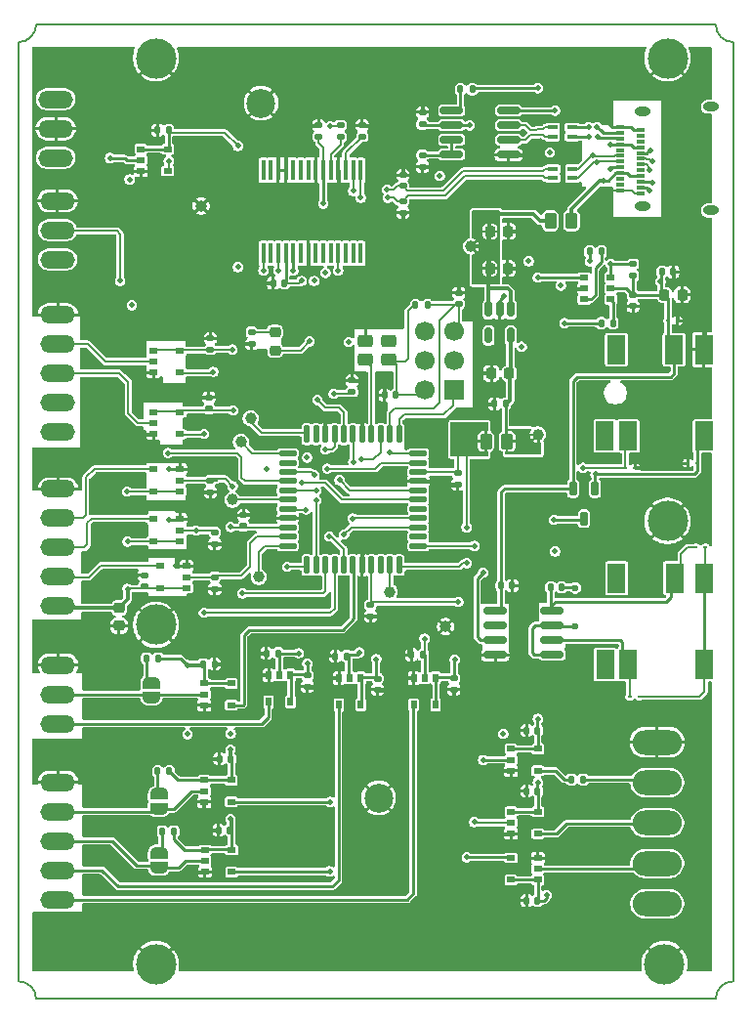
<source format=gbr>
%TF.GenerationSoftware,KiCad,Pcbnew,9.0.2*%
%TF.CreationDate,2025-07-10T16:00:18+01:00*%
%TF.ProjectId,FastStepper,46617374-5374-4657-9070-65722e6b6963,rev?*%
%TF.SameCoordinates,PX71f712cPY8e18f40*%
%TF.FileFunction,Copper,L1,Top*%
%TF.FilePolarity,Positive*%
%FSLAX46Y46*%
G04 Gerber Fmt 4.6, Leading zero omitted, Abs format (unit mm)*
G04 Created by KiCad (PCBNEW 9.0.2) date 2025-07-10 16:00:18*
%MOMM*%
%LPD*%
G01*
G04 APERTURE LIST*
G04 Aperture macros list*
%AMRoundRect*
0 Rectangle with rounded corners*
0 $1 Rounding radius*
0 $2 $3 $4 $5 $6 $7 $8 $9 X,Y pos of 4 corners*
0 Add a 4 corners polygon primitive as box body*
4,1,4,$2,$3,$4,$5,$6,$7,$8,$9,$2,$3,0*
0 Add four circle primitives for the rounded corners*
1,1,$1+$1,$2,$3*
1,1,$1+$1,$4,$5*
1,1,$1+$1,$6,$7*
1,1,$1+$1,$8,$9*
0 Add four rect primitives between the rounded corners*
20,1,$1+$1,$2,$3,$4,$5,0*
20,1,$1+$1,$4,$5,$6,$7,0*
20,1,$1+$1,$6,$7,$8,$9,0*
20,1,$1+$1,$8,$9,$2,$3,0*%
%AMFreePoly0*
4,1,23,0.500000,-0.750000,0.000000,-0.750000,0.000000,-0.745722,-0.065263,-0.745722,-0.191342,-0.711940,-0.304381,-0.646677,-0.396677,-0.554381,-0.461940,-0.441342,-0.495722,-0.315263,-0.495722,-0.250000,-0.500000,-0.250000,-0.500000,0.250000,-0.495722,0.250000,-0.495722,0.315263,-0.461940,0.441342,-0.396677,0.554381,-0.304381,0.646677,-0.191342,0.711940,-0.065263,0.745722,0.000000,0.745722,
0.000000,0.750000,0.500000,0.750000,0.500000,-0.750000,0.500000,-0.750000,$1*%
%AMFreePoly1*
4,1,23,0.000000,0.745722,0.065263,0.745722,0.191342,0.711940,0.304381,0.646677,0.396677,0.554381,0.461940,0.441342,0.495722,0.315263,0.495722,0.250000,0.500000,0.250000,0.500000,-0.250000,0.495722,-0.250000,0.495722,-0.315263,0.461940,-0.441342,0.396677,-0.554381,0.304381,-0.646677,0.191342,-0.711940,0.065263,-0.745722,0.000000,-0.745722,0.000000,-0.750000,-0.500000,-0.750000,
-0.500000,0.750000,0.000000,0.750000,0.000000,0.745722,0.000000,0.745722,$1*%
G04 Aperture macros list end*
%TA.AperFunction,SMDPad,CuDef*%
%ADD10RoundRect,0.140000X0.170000X-0.140000X0.170000X0.140000X-0.170000X0.140000X-0.170000X-0.140000X0*%
%TD*%
%TA.AperFunction,SMDPad,CuDef*%
%ADD11RoundRect,0.135000X0.185000X-0.135000X0.185000X0.135000X-0.185000X0.135000X-0.185000X-0.135000X0*%
%TD*%
%TA.AperFunction,SMDPad,CuDef*%
%ADD12RoundRect,0.140000X-0.170000X0.140000X-0.170000X-0.140000X0.170000X-0.140000X0.170000X0.140000X0*%
%TD*%
%TA.AperFunction,SMDPad,CuDef*%
%ADD13RoundRect,0.135000X-0.135000X-0.185000X0.135000X-0.185000X0.135000X0.185000X-0.135000X0.185000X0*%
%TD*%
%TA.AperFunction,ComponentPad*%
%ADD14O,3.000000X1.500000*%
%TD*%
%TA.AperFunction,SMDPad,CuDef*%
%ADD15RoundRect,0.225000X-0.225000X-0.250000X0.225000X-0.250000X0.225000X0.250000X-0.225000X0.250000X0*%
%TD*%
%TA.AperFunction,SMDPad,CuDef*%
%ADD16RoundRect,0.140000X0.140000X0.170000X-0.140000X0.170000X-0.140000X-0.170000X0.140000X-0.170000X0*%
%TD*%
%TA.AperFunction,SMDPad,CuDef*%
%ADD17RoundRect,0.250000X0.400000X0.300000X-0.400000X0.300000X-0.400000X-0.300000X0.400000X-0.300000X0*%
%TD*%
%TA.AperFunction,ComponentPad*%
%ADD18C,2.500000*%
%TD*%
%TA.AperFunction,SMDPad,CuDef*%
%ADD19R,0.700000X0.510000*%
%TD*%
%TA.AperFunction,SMDPad,CuDef*%
%ADD20R,0.900000X0.400000*%
%TD*%
%TA.AperFunction,SMDPad,CuDef*%
%ADD21RoundRect,0.062500X0.117500X0.062500X-0.117500X0.062500X-0.117500X-0.062500X0.117500X-0.062500X0*%
%TD*%
%TA.AperFunction,SMDPad,CuDef*%
%ADD22RoundRect,0.062500X-0.117500X-0.062500X0.117500X-0.062500X0.117500X0.062500X-0.117500X0.062500X0*%
%TD*%
%TA.AperFunction,SMDPad,CuDef*%
%ADD23RoundRect,0.150000X-0.825000X-0.150000X0.825000X-0.150000X0.825000X0.150000X-0.825000X0.150000X0*%
%TD*%
%TA.AperFunction,ComponentPad*%
%ADD24R,1.700000X1.700000*%
%TD*%
%TA.AperFunction,ComponentPad*%
%ADD25C,1.700000*%
%TD*%
%TA.AperFunction,SMDPad,CuDef*%
%ADD26FreePoly0,90.000000*%
%TD*%
%TA.AperFunction,SMDPad,CuDef*%
%ADD27FreePoly1,90.000000*%
%TD*%
%TA.AperFunction,ComponentPad*%
%ADD28C,1.000000*%
%TD*%
%TA.AperFunction,SMDPad,CuDef*%
%ADD29R,0.510000X0.700000*%
%TD*%
%TA.AperFunction,SMDPad,CuDef*%
%ADD30RoundRect,0.137500X-0.600000X-0.137500X0.600000X-0.137500X0.600000X0.137500X-0.600000X0.137500X0*%
%TD*%
%TA.AperFunction,SMDPad,CuDef*%
%ADD31RoundRect,0.137500X-0.137500X-0.600000X0.137500X-0.600000X0.137500X0.600000X-0.137500X0.600000X0*%
%TD*%
%TA.AperFunction,SMDPad,CuDef*%
%ADD32R,1.600000X2.500000*%
%TD*%
%TA.AperFunction,SMDPad,CuDef*%
%ADD33R,0.450000X1.750000*%
%TD*%
%TA.AperFunction,SMDPad,CuDef*%
%ADD34RoundRect,0.250000X-0.262500X-0.450000X0.262500X-0.450000X0.262500X0.450000X-0.262500X0.450000X0*%
%TD*%
%TA.AperFunction,ComponentPad*%
%ADD35C,3.500000*%
%TD*%
%TA.AperFunction,SMDPad,CuDef*%
%ADD36RoundRect,0.135000X0.135000X0.185000X-0.135000X0.185000X-0.135000X-0.185000X0.135000X-0.185000X0*%
%TD*%
%TA.AperFunction,SMDPad,CuDef*%
%ADD37RoundRect,0.140000X-0.140000X-0.170000X0.140000X-0.170000X0.140000X0.170000X-0.140000X0.170000X0*%
%TD*%
%TA.AperFunction,SMDPad,CuDef*%
%ADD38R,0.700000X0.300000*%
%TD*%
%TA.AperFunction,HeatsinkPad*%
%ADD39O,1.400000X0.800000*%
%TD*%
%TA.AperFunction,SMDPad,CuDef*%
%ADD40RoundRect,0.225000X0.225000X0.250000X-0.225000X0.250000X-0.225000X-0.250000X0.225000X-0.250000X0*%
%TD*%
%TA.AperFunction,SMDPad,CuDef*%
%ADD41RoundRect,0.218750X-0.256250X0.218750X-0.256250X-0.218750X0.256250X-0.218750X0.256250X0.218750X0*%
%TD*%
%TA.AperFunction,SMDPad,CuDef*%
%ADD42RoundRect,0.150000X-0.150000X0.512500X-0.150000X-0.512500X0.150000X-0.512500X0.150000X0.512500X0*%
%TD*%
%TA.AperFunction,SMDPad,CuDef*%
%ADD43RoundRect,0.135000X-0.185000X0.135000X-0.185000X-0.135000X0.185000X-0.135000X0.185000X0.135000X0*%
%TD*%
%TA.AperFunction,ComponentPad*%
%ADD44O,4.267200X2.133600*%
%TD*%
%TA.AperFunction,SMDPad,CuDef*%
%ADD45RoundRect,0.250000X0.262500X0.450000X-0.262500X0.450000X-0.262500X-0.450000X0.262500X-0.450000X0*%
%TD*%
%TA.AperFunction,SMDPad,CuDef*%
%ADD46RoundRect,0.225000X-0.250000X0.225000X-0.250000X-0.225000X0.250000X-0.225000X0.250000X0.225000X0*%
%TD*%
%TA.AperFunction,SMDPad,CuDef*%
%ADD47RoundRect,0.162500X-0.162500X0.447500X-0.162500X-0.447500X0.162500X-0.447500X0.162500X0.447500X0*%
%TD*%
%TA.AperFunction,ViaPad*%
%ADD48C,0.500000*%
%TD*%
%TA.AperFunction,ViaPad*%
%ADD49C,0.600000*%
%TD*%
%TA.AperFunction,Conductor*%
%ADD50C,0.203200*%
%TD*%
%TA.AperFunction,Conductor*%
%ADD51C,0.254000*%
%TD*%
%TA.AperFunction,Conductor*%
%ADD52C,0.220000*%
%TD*%
%TA.AperFunction,Conductor*%
%ADD53C,0.304800*%
%TD*%
%TA.AperFunction,Conductor*%
%ADD54C,0.350000*%
%TD*%
%TA.AperFunction,Conductor*%
%ADD55C,0.200000*%
%TD*%
%TA.AperFunction,Conductor*%
%ADD56C,0.300000*%
%TD*%
%TA.AperFunction,Profile*%
%ADD57C,0.152400*%
%TD*%
%TA.AperFunction,Profile*%
%ADD58C,0.150000*%
%TD*%
G04 APERTURE END LIST*
D10*
%TO.P,C17,1*%
%TO.N,+3V3*%
X16486000Y51126600D03*
%TO.P,C17,2*%
%TO.N,GND*%
X16486000Y52086600D03*
%TD*%
D11*
%TO.P,R2,1*%
%TO.N,VClk*%
X53248900Y62640000D03*
%TO.P,R2,2*%
%TO.N,/Clock stage/~{CLCK_DET}*%
X53248900Y63660000D03*
%TD*%
D10*
%TO.P,C14,1*%
%TO.N,+3V3*%
X16613000Y56270000D03*
%TO.P,C14,2*%
%TO.N,GND*%
X16613000Y57230000D03*
%TD*%
D12*
%TO.P,C30,1*%
%TO.N,+5V*%
X25019000Y28005400D03*
%TO.P,C30,2*%
%TO.N,GND*%
X25019000Y27045400D03*
%TD*%
D13*
%TO.P,R14,1*%
%TO.N,GND*%
X21461000Y29938400D03*
%TO.P,R14,2*%
%TO.N,UC_BRAKE*%
X22481000Y29938400D03*
%TD*%
D14*
%TO.P,X3,1,Pin_1*%
%TO.N,unconnected-(X3-Pin_1-Pad1)*%
X3200000Y77933400D03*
%TO.P,X3,2,Pin_2*%
%TO.N,GND*%
X3200000Y75393400D03*
%TO.P,X3,3,Pin_3*%
%TO.N,Net-(IC21-A)*%
X3200000Y72853400D03*
%TD*%
D15*
%TO.P,C24,1*%
%TO.N,VClk*%
X55973900Y61000000D03*
%TO.P,C24,2*%
%TO.N,GND*%
X57523900Y61000000D03*
%TD*%
D16*
%TO.P,C32,1*%
%TO.N,+3V3*%
X44978900Y8500000D03*
%TO.P,C32,2*%
%TO.N,GND*%
X44018900Y8500000D03*
%TD*%
D10*
%TO.P,C29,1*%
%TO.N,+3.3V_u*%
X19488200Y40959000D03*
%TO.P,C29,2*%
%TO.N,GND*%
X19488200Y41919000D03*
%TD*%
D13*
%TO.P,R22,1*%
%TO.N,Net-(JP2-B)*%
X12438900Y14500000D03*
%TO.P,R22,2*%
%TO.N,+3V3*%
X13458900Y14500000D03*
%TD*%
D17*
%TO.P,X6,1,STANDBY#*%
%TO.N,unconnected-(X6-STANDBY#-Pad1)*%
X32098900Y57000000D03*
%TO.P,X6,2,GND*%
%TO.N,GND*%
X29998900Y57000000D03*
%TO.P,X6,3,OUTPUT*%
%TO.N,Net-(IC8-PR1{slash}XTAL1)*%
X29998900Y55350000D03*
%TO.P,X6,4,VDD*%
%TO.N,+3.3V_u*%
X32098900Y55350000D03*
%TD*%
D18*
%TO.P,J6,1,Pin_1*%
%TO.N,GND*%
X31198900Y17400000D03*
%TD*%
D19*
%TO.P,IC6,1,OE*%
%TO.N,+5V*%
X13987000Y43974400D03*
%TO.P,IC6,2,A*%
%TO.N,U_STEP_ENABLE*%
X13987000Y44924400D03*
%TO.P,IC6,3,GND*%
%TO.N,GND*%
X13987000Y45874400D03*
%TO.P,IC6,4,Y*%
%TO.N,/IO stage/STEP_ENABLE*%
X11667000Y45874400D03*
%TO.P,IC6,5,VCC*%
%TO.N,+5V*%
X11667000Y43974400D03*
%TD*%
%TO.P,IC22,1,OE*%
%TO.N,+3V3*%
X42678900Y21650000D03*
%TO.P,IC22,2,A*%
%TO.N,CLK_2u*%
X42678900Y20700000D03*
%TO.P,IC22,3,GND*%
%TO.N,GND*%
X42678900Y19750000D03*
%TO.P,IC22,4,Y*%
%TO.N,Net-(IC22-Y)*%
X44998900Y19750000D03*
%TO.P,IC22,5,VCC*%
%TO.N,+3V3*%
X44998900Y21650000D03*
%TD*%
D12*
%TO.P,C31,1*%
%TO.N,+5V*%
X31103971Y27733623D03*
%TO.P,C31,2*%
%TO.N,GND*%
X31103971Y26773623D03*
%TD*%
D16*
%TO.P,C18,1*%
%TO.N,GND*%
X56728900Y63000000D03*
%TO.P,C18,2*%
%TO.N,VClk*%
X55768900Y63000000D03*
%TD*%
D19*
%TO.P,U1,1,B*%
%TO.N,CLK_USB*%
X48998900Y62500000D03*
%TO.P,U1,2,GND*%
%TO.N,GND*%
X48998900Y61550000D03*
%TO.P,U1,3,A*%
%TO.N,Net-(U1-A)*%
X48998900Y60600000D03*
%TO.P,U1,4,Y*%
%TO.N,Net-(U1-Y)*%
X51318900Y60600000D03*
%TO.P,U1,5,Vcc*%
%TO.N,VClk*%
X51318900Y61550000D03*
%TO.P,U1,6,S*%
%TO.N,/Clock stage/~{CLCK_DET}*%
X51318900Y62500000D03*
%TD*%
D20*
%TO.P,FL1,1*%
%TO.N,/USB_N*%
X48011400Y71900000D03*
%TO.P,FL1,2*%
%TO.N,/USB_2u_N*%
X46311400Y71900000D03*
%TO.P,FL1,3*%
%TO.N,/USB_2u_P*%
X46311400Y71100000D03*
%TO.P,FL1,4*%
%TO.N,/USB_P*%
X48011400Y71100000D03*
%TD*%
D10*
%TO.P,C36,1*%
%TO.N,GND*%
X53248900Y60020000D03*
%TO.P,C36,2*%
%TO.N,VClk*%
X53248900Y60980000D03*
%TD*%
D11*
%TO.P,R27,1*%
%TO.N,~{CLK_EN_USB}*%
X34998900Y75790000D03*
%TO.P,R27,2*%
%TO.N,GND*%
X34998900Y76810000D03*
%TD*%
D14*
%TO.P,X4,1,Pin_1*%
%TO.N,GND*%
X3356000Y69131400D03*
%TO.P,X4,2,Pin_2*%
%TO.N,+5V*%
X3356000Y66591400D03*
%TO.P,X4,3,Pin_3*%
%TO.N,/IO stage/HALL_EFFCT_IN*%
X3356000Y64051400D03*
%TD*%
D21*
%TO.P,D1,1,A1*%
%TO.N,GND*%
X57978900Y46400000D03*
%TO.P,D1,2,A2*%
%TO.N,/Clock stage/~{CLCK_DET}*%
X58818900Y46400000D03*
%TD*%
D22*
%TO.P,D2,1,A1*%
%TO.N,GND*%
X57118900Y58750000D03*
%TO.P,D2,2,A2*%
%TO.N,VClk*%
X56278900Y58750000D03*
%TD*%
D19*
%TO.P,IC13,1,OE*%
%TO.N,+3V3*%
X16088900Y18950000D03*
%TO.P,IC13,2,A*%
%TO.N,/IO stage/IN0*%
X16088900Y18000000D03*
%TO.P,IC13,3,GND*%
%TO.N,GND*%
X16088900Y17050000D03*
%TO.P,IC13,4,Y*%
%TO.N,UC_INPUT0*%
X18408900Y17050000D03*
%TO.P,IC13,5,VCC*%
%TO.N,+3V3*%
X18408900Y18950000D03*
%TD*%
D23*
%TO.P,U2,1,RO*%
%TO.N,Net-(U2-RO)*%
X37523900Y76955000D03*
%TO.P,U2,2,~{RE}*%
%TO.N,~{CLK_EN_USB}*%
X37523900Y75685000D03*
%TO.P,U2,3,DE*%
%TO.N,Net-(U2-DE)*%
X37523900Y74415000D03*
%TO.P,U2,4,DI*%
X37523900Y73145000D03*
%TO.P,U2,5,GND*%
%TO.N,GND*%
X42473900Y73145000D03*
%TO.P,U2,6,A*%
%TO.N,/CLCK_P*%
X42473900Y74415000D03*
%TO.P,U2,7,B*%
%TO.N,/CLCK_N*%
X42473900Y75685000D03*
%TO.P,U2,8,VCC*%
%TO.N,VClk*%
X42473900Y76955000D03*
%TD*%
D24*
%TO.P,SV2,1,1*%
%TO.N,/core stage/PDI_DATA*%
X37748900Y52750000D03*
D25*
%TO.P,SV2,2,2*%
%TO.N,+3.3V_u*%
X35208900Y52750000D03*
%TO.P,SV2,3,3*%
%TO.N,unconnected-(SV2-Pad3)*%
X37748900Y55290000D03*
%TO.P,SV2,4,4*%
%TO.N,unconnected-(SV2-Pad4)*%
X35208900Y55290000D03*
%TO.P,SV2,5,5*%
%TO.N,/core stage/PDI_CLK*%
X37748900Y57830000D03*
%TO.P,SV2,6,6*%
%TO.N,GND*%
X35208900Y57830000D03*
%TD*%
D26*
%TO.P,JP3,1,A*%
%TO.N,/IO stage/ENDSTOP*%
X11498900Y26100000D03*
D27*
%TO.P,JP3,2,B*%
%TO.N,Net-(JP3-B)*%
X11498900Y27400000D03*
%TD*%
D28*
%TO.P,TP4,1,1*%
%TO.N,Net-(IC8-PA4{slash}ADC4)*%
X20098900Y50300000D03*
%TD*%
D23*
%TO.P,U3,1,VDD1*%
%TO.N,VClk*%
X41298900Y33610000D03*
%TO.P,U3,2,VOA*%
%TO.N,unconnected-(U3-VOA-Pad2)*%
X41298900Y32340000D03*
%TO.P,U3,3,VIB*%
%TO.N,CLK_2u*%
X41298900Y31070000D03*
%TO.P,U3,4,GND1*%
%TO.N,GND*%
X41298900Y29800000D03*
%TO.P,U3,5,GND2*%
%TO.N,GNDS*%
X46248900Y29800000D03*
%TO.P,U3,6,VOB*%
%TO.N,/Clock stage/CLCK_OUT*%
X46248900Y31070000D03*
%TO.P,U3,7,VIA*%
%TO.N,GNDS*%
X46248900Y32340000D03*
%TO.P,U3,8,VDD2*%
%TO.N,Net-(D7-A2)*%
X46248900Y33610000D03*
%TD*%
D19*
%TO.P,IC2,1,OE*%
%TO.N,+3V3*%
X11667000Y56161400D03*
%TO.P,IC2,2,A*%
%TO.N,/IO stage/INPUT0*%
X11667000Y55211400D03*
%TO.P,IC2,3,GND*%
%TO.N,GND*%
X11667000Y54261400D03*
%TO.P,IC2,4,Y*%
%TO.N,U_PH_A*%
X13987000Y54261400D03*
%TO.P,IC2,5,VCC*%
%TO.N,+3V3*%
X13987000Y56161400D03*
%TD*%
D13*
%TO.P,R25,1*%
%TO.N,CLK_2u*%
X50488900Y58550000D03*
%TO.P,R25,2*%
%TO.N,Net-(U1-Y)*%
X51508900Y58550000D03*
%TD*%
D26*
%TO.P,JP2,1,A*%
%TO.N,/IO stage/IN1*%
X12148900Y11350000D03*
D27*
%TO.P,JP2,2,B*%
%TO.N,Net-(JP2-B)*%
X12148900Y12650000D03*
%TD*%
D19*
%TO.P,IC5,1,OE*%
%TO.N,+5V*%
X13987000Y39656400D03*
%TO.P,IC5,2,A*%
%TO.N,U_STEP_DIRECTION*%
X13987000Y40606400D03*
%TO.P,IC5,3,GND*%
%TO.N,GND*%
X13987000Y41556400D03*
%TO.P,IC5,4,Y*%
%TO.N,/IO stage/STEP_DIRECTION*%
X11667000Y41556400D03*
%TO.P,IC5,5,VCC*%
%TO.N,+5V*%
X11667000Y39656400D03*
%TD*%
D18*
%TO.P,J4,1,Pin_1*%
%TO.N,GND*%
X20998900Y77600000D03*
%TD*%
D29*
%TO.P,IC15,1,OE*%
%TO.N,+5V*%
X36129000Y27796400D03*
%TO.P,IC15,2,A*%
%TO.N,UC_OUTPUT1*%
X35179000Y27796400D03*
%TO.P,IC15,3,GND*%
%TO.N,GND*%
X34229000Y27796400D03*
%TO.P,IC15,4,Y*%
%TO.N,/IO stage/OUTPUT1*%
X34229000Y25476400D03*
%TO.P,IC15,5,VCC*%
%TO.N,+5V*%
X36129000Y25476400D03*
%TD*%
D30*
%TO.P,IC8,1,PA5/ADC5*%
%TO.N,Net-(IC8-PA5{slash}ADC5)*%
X23310500Y47243400D03*
%TO.P,IC8,2,PA6/ADC6/AC1-OUT*%
%TO.N,unconnected-(IC8-PA6{slash}ADC6{slash}AC1-OUT-Pad2)*%
X23310500Y46443400D03*
%TO.P,IC8,3,PA7/ADC7/AC0-OUT*%
%TO.N,UC_OUTPUT1*%
X23310500Y45643400D03*
%TO.P,IC8,4,PB0/ADC8/AREF*%
%TO.N,EMERGENCY_INPUT*%
X23310500Y44843400D03*
%TO.P,IC8,5,PB1/ADC9*%
%TO.N,UC_OUTPUT0*%
X23310500Y44043400D03*
%TO.P,IC8,6,PB2/ADC10/DAC0*%
%TO.N,Net-(IC8-PB2{slash}ADC10{slash}DAC0)*%
X23310500Y43243400D03*
%TO.P,IC8,7,PB3/ADC11/DAC1*%
%TO.N,UC_BRAKE*%
X23310500Y42443400D03*
%TO.P,IC8,8,GND@1*%
%TO.N,GND*%
X23310500Y41643400D03*
%TO.P,IC8,9,VCC@1*%
%TO.N,+3.3V_u*%
X23310500Y40843400D03*
%TO.P,IC8,10,PC0/OC0A/SDA*%
%TO.N,U_STEP_PULSE*%
X23310500Y40043400D03*
%TO.P,IC8,11,PC1/OC0B/XCK0/SCL*%
%TO.N,Net-(IC8-PC1{slash}OC0B{slash}XCK0{slash}SCL)*%
X23310500Y39243400D03*
D31*
%TO.P,IC8,12,PC2/OC0C/RXD0*%
%TO.N,CLK_2u*%
X24973000Y37580900D03*
%TO.P,IC8,13,PC3/OC0D/TXD0*%
%TO.N,U_STEP_ENABLE*%
X25773000Y37580900D03*
%TO.P,IC8,14,PC4/OC1A/~{SS}*%
%TO.N,U_PH_A*%
X26573000Y37580900D03*
%TO.P,IC8,15,PC5/OC1B/MOSI/XCK1*%
%TO.N,U_PH_B*%
X27373000Y37580900D03*
%TO.P,IC8,16,PC6/MISO/RXD1*%
%TO.N,U_STEP_DIRECTION*%
X28173000Y37580900D03*
%TO.P,IC8,17,PC7/SCK/TXD1/CLKO/EVO*%
%TO.N,UC_ENDSTOP*%
X28973000Y37580900D03*
%TO.P,IC8,18,GND@2*%
%TO.N,GND*%
X29773000Y37580900D03*
%TO.P,IC8,19,VCC@2*%
%TO.N,+3.3V_u*%
X30573000Y37580900D03*
%TO.P,IC8,20,OC0A/PD0*%
%TO.N,unconnected-(IC8-OC0A{slash}PD0-Pad20)*%
X31373000Y37580900D03*
%TO.P,IC8,21,OC0B/XCK0/PD1*%
%TO.N,Net-(IC8-OC0B{slash}XCK0{slash}PD1)*%
X32173000Y37580900D03*
%TO.P,IC8,22,OC0C/RXD0/PD2*%
%TO.N,HARP_H2_RX*%
X32973000Y37580900D03*
D30*
%TO.P,IC8,23,OC0D/TXD0/PD3*%
%TO.N,HARP_H2_TX*%
X34635500Y39243400D03*
%TO.P,IC8,24,OC1A/~{SS}/PD4*%
%TO.N,unconnected-(IC8-OC1A{slash}~{SS}{slash}PD4-Pad24)*%
X34635500Y40043400D03*
%TO.P,IC8,25,OCB1/XCK1/MOSI/PD5*%
%TO.N,UC_INPUT0*%
X34635500Y40843400D03*
%TO.P,IC8,26,D-/RXD1/MISO/PD6*%
%TO.N,UC_INPUT1*%
X34635500Y41643400D03*
%TO.P,IC8,27,D+/TXD1/SCK/PD7*%
%TO.N,unconnected-(IC8-D+{slash}TXD1{slash}SCK{slash}PD7-Pad27)*%
X34635500Y42443400D03*
%TO.P,IC8,28,OC0A/SDA/PE0*%
%TO.N,FTDI_RTS*%
X34635500Y43243400D03*
%TO.P,IC8,29,XCK0/OC0B/SCL/PE1*%
%TO.N,FTDI_CTS*%
X34635500Y44043400D03*
%TO.P,IC8,30,GND@3*%
%TO.N,GND*%
X34635500Y44843400D03*
%TO.P,IC8,31,VCC@3*%
%TO.N,+3.3V_u*%
X34635500Y45643400D03*
%TO.P,IC8,32,RXD0/OC0C/PE2*%
%TO.N,FTDI_TXD*%
X34635500Y46443400D03*
%TO.P,IC8,33,TXD0/OC0D/PE3*%
%TO.N,FTDI_RXD*%
X34635500Y47243400D03*
D31*
%TO.P,IC8,34,PDI-DATA*%
%TO.N,/core stage/PDI_DATA*%
X32973000Y48905900D03*
%TO.P,IC8,35,~{RESET}/PDI-CLK*%
%TO.N,/core stage/PDI_CLK*%
X32173000Y48905900D03*
%TO.P,IC8,36,PR0/XTAL2*%
%TO.N,/core stage/LED_STATE*%
X31373000Y48905900D03*
%TO.P,IC8,37,PR1/XTAL1*%
%TO.N,Net-(IC8-PR1{slash}XTAL1)*%
X30573000Y48905900D03*
%TO.P,IC8,38,GND@4*%
%TO.N,GND*%
X29773000Y48905900D03*
%TO.P,IC8,39,AVCC*%
%TO.N,Net-(IC8-AVCC)*%
X28973000Y48905900D03*
%TO.P,IC8,40,PA0/ADC0/AREF*%
%TO.N,/core stage/AREF*%
X28173000Y48905900D03*
%TO.P,IC8,41,PA1/ADC1*%
%TO.N,U_HALL_EFFCT_IN*%
X27373000Y48905900D03*
%TO.P,IC8,42,PA2/ADC2*%
%TO.N,GND*%
X26573000Y48905900D03*
%TO.P,IC8,43,PA3/ADC3*%
%TO.N,unconnected-(IC8-PA3{slash}ADC3-Pad43)*%
X25773000Y48905900D03*
%TO.P,IC8,44,PA4/ADC4*%
%TO.N,Net-(IC8-PA4{slash}ADC4)*%
X24973000Y48905900D03*
%TD*%
D32*
%TO.P,J2,1*%
%TO.N,GNDS*%
X59433666Y36450000D03*
%TO.P,J2,2*%
%TO.N,/Clock stage/CLCK_OUT*%
X52833666Y28950000D03*
%TO.P,J2,3*%
%TO.N,Net-(D7-A2)*%
X56833666Y36450000D03*
%TO.P,J2,4*%
%TO.N,GNDS*%
X59433666Y28950000D03*
%TO.P,J2,5*%
%TO.N,unconnected-(J2-Pad5)*%
X50833666Y28950000D03*
%TO.P,J2,6*%
%TO.N,unconnected-(J2-Pad6)*%
X51833666Y36450000D03*
%TD*%
D16*
%TO.P,C33,1*%
%TO.N,+3V3*%
X44978900Y23250000D03*
%TO.P,C33,2*%
%TO.N,GND*%
X44018900Y23250000D03*
%TD*%
D22*
%TO.P,D7,1,A1*%
%TO.N,GNDS*%
X59518900Y39100000D03*
%TO.P,D7,2,A2*%
%TO.N,Net-(D7-A2)*%
X58678900Y39100000D03*
%TD*%
D28*
%TO.P,TP10,1,1*%
%TO.N,GND*%
X15798900Y68700000D03*
%TD*%
D29*
%TO.P,IC16,1,OE*%
%TO.N,+5V*%
X29652000Y27796400D03*
%TO.P,IC16,2,A*%
%TO.N,UC_OUTPUT0*%
X28702000Y27796400D03*
%TO.P,IC16,3,GND*%
%TO.N,GND*%
X27752000Y27796400D03*
%TO.P,IC16,4,Y*%
%TO.N,/IO stage/OUTPUT0*%
X27752000Y25476400D03*
%TO.P,IC16,5,VCC*%
%TO.N,+5V*%
X29652000Y25476400D03*
%TD*%
D33*
%TO.P,IC1,1,TXD*%
%TO.N,FTDI_TXD*%
X21198900Y64597207D03*
%TO.P,IC1,2,~{DTR}*%
%TO.N,unconnected-(IC1-~{DTR}-Pad2)*%
X21848900Y64597207D03*
%TO.P,IC1,3,~{RTS}*%
%TO.N,FTDI_RTS*%
X22498900Y64597207D03*
%TO.P,IC1,4,VCCIO*%
%TO.N,+3V3*%
X23148900Y64597207D03*
%TO.P,IC1,5,RXD*%
%TO.N,FTDI_RXD*%
X23798900Y64597207D03*
%TO.P,IC1,6,~{RI}*%
%TO.N,unconnected-(IC1-~{RI}-Pad6)*%
X24448900Y64597207D03*
%TO.P,IC1,7,GND*%
%TO.N,GND*%
X25098900Y64597207D03*
%TO.P,IC1,8,n.c*%
%TO.N,unconnected-(IC1-n.c-Pad8)*%
X25748900Y64597207D03*
%TO.P,IC1,9,~{DSR}*%
%TO.N,unconnected-(IC1-~{DSR}-Pad9)*%
X26398900Y64597207D03*
%TO.P,IC1,10,~{DCD}*%
%TO.N,unconnected-(IC1-~{DCD}-Pad10)*%
X27048900Y64597207D03*
%TO.P,IC1,11,~{CTS}*%
%TO.N,FTDI_CTS*%
X27698900Y64597207D03*
%TO.P,IC1,12,CBUS4*%
%TO.N,unconnected-(IC1-CBUS4-Pad12)*%
X28348900Y64597207D03*
%TO.P,IC1,13,CBUS2*%
%TO.N,unconnected-(IC1-CBUS2-Pad13)*%
X28998900Y64597207D03*
%TO.P,IC1,14,CBUS3*%
%TO.N,unconnected-(IC1-CBUS3-Pad14)*%
X29648900Y64597207D03*
%TO.P,IC1,15,USBDP*%
%TO.N,/USB_2u_P*%
X29648900Y71797207D03*
%TO.P,IC1,16,USBDM*%
%TO.N,/USB_2u_N*%
X28998900Y71797207D03*
%TO.P,IC1,17,3V3OUT*%
%TO.N,Net-(IC1-3V3OUT)*%
X28348900Y71797207D03*
%TO.P,IC1,18,GND@1*%
%TO.N,GND*%
X27698900Y71797207D03*
%TO.P,IC1,19,~{RESET}*%
%TO.N,Net-(IC1-~{RESET})*%
X27048900Y71797207D03*
%TO.P,IC1,20,VCC*%
%TO.N,+5V*%
X26398900Y71797207D03*
%TO.P,IC1,21,GND@2*%
%TO.N,GND*%
X25748900Y71797207D03*
%TO.P,IC1,22,CBUS1*%
%TO.N,unconnected-(IC1-CBUS1-Pad22)*%
X25098900Y71797207D03*
%TO.P,IC1,23,CBUS0*%
%TO.N,unconnected-(IC1-CBUS0-Pad23)*%
X24448900Y71797207D03*
%TO.P,IC1,24,n.c*%
%TO.N,unconnected-(IC1-n.c-Pad24)*%
X23798900Y71797207D03*
%TO.P,IC1,25,GND@A*%
%TO.N,GND*%
X23148900Y71797207D03*
%TO.P,IC1,26,TEST*%
X22498900Y71797207D03*
%TO.P,IC1,27,OSCI*%
%TO.N,unconnected-(IC1-OSCI-Pad27)*%
X21848900Y71797207D03*
%TO.P,IC1,28,OSCO*%
%TO.N,unconnected-(IC1-OSCO-Pad28)*%
X21198900Y71797207D03*
%TD*%
D28*
%TO.P,TP11,1,1*%
%TO.N,GND*%
X36998900Y32250000D03*
%TD*%
%TO.P,TP13,1,1*%
%TO.N,+5V*%
X39198900Y65200000D03*
%TD*%
D34*
%TO.P,L1,1*%
%TO.N,+5V*%
X46086400Y67400000D03*
%TO.P,L1,2*%
%TO.N,/USB_POWER*%
X47911400Y67400000D03*
%TD*%
D35*
%TO.P,SC1,1*%
%TO.N,GND*%
X11898900Y81500000D03*
%TD*%
D16*
%TO.P,C20,1*%
%TO.N,+3V3*%
X18286900Y14607000D03*
%TO.P,C20,2*%
%TO.N,GND*%
X17326900Y14607000D03*
%TD*%
D19*
%TO.P,IC18,1,OE*%
%TO.N,+3V3*%
X16088900Y27332400D03*
%TO.P,IC18,2,A*%
%TO.N,/IO stage/ENDSTOP*%
X16088900Y26382400D03*
%TO.P,IC18,3,GND*%
%TO.N,GND*%
X16088900Y25432400D03*
%TO.P,IC18,4,Y*%
%TO.N,UC_ENDSTOP*%
X18408900Y25432400D03*
%TO.P,IC18,5,VCC*%
%TO.N,+3V3*%
X18408900Y27332400D03*
%TD*%
D20*
%TO.P,FL2,1*%
%TO.N,/USB_CLCK_N*%
X47966400Y75500000D03*
%TO.P,FL2,2*%
%TO.N,/CLCK_N*%
X46266400Y75500000D03*
%TO.P,FL2,3*%
%TO.N,/CLCK_P*%
X46266400Y74700000D03*
%TO.P,FL2,4*%
%TO.N,/USB_CLCK_P*%
X47966400Y74700000D03*
%TD*%
D36*
%TO.P,R24,1*%
%TO.N,CLK_USB*%
X39308900Y78800000D03*
%TO.P,R24,2*%
%TO.N,Net-(U2-RO)*%
X38288900Y78800000D03*
%TD*%
D16*
%TO.P,C9,1*%
%TO.N,+3V3*%
X23010000Y62000000D03*
%TO.P,C9,2*%
%TO.N,GND*%
X22050000Y62000000D03*
%TD*%
D22*
%TO.P,D3,1,A1*%
%TO.N,GND*%
X53418900Y46000000D03*
%TO.P,D3,2,A2*%
%TO.N,/Clock stage/CLCK_IN*%
X52578900Y46000000D03*
%TD*%
D10*
%TO.P,C27,1*%
%TO.N,+3.3V_u*%
X28892400Y52604200D03*
%TO.P,C27,2*%
%TO.N,GND*%
X28892400Y53564200D03*
%TD*%
D13*
%TO.P,R15,1*%
%TO.N,Net-(IC22-Y)*%
X47913900Y19000000D03*
%TO.P,R15,2*%
%TO.N,/IO stage/2Harp_ClockOut*%
X48933900Y19000000D03*
%TD*%
D37*
%TO.P,C21,1*%
%TO.N,+3V3*%
X16018900Y29000000D03*
%TO.P,C21,2*%
%TO.N,GND*%
X16978900Y29000000D03*
%TD*%
D26*
%TO.P,JP1,1,A*%
%TO.N,/IO stage/IN0*%
X12148900Y16450000D03*
D27*
%TO.P,JP1,2,B*%
%TO.N,Net-(JP1-B)*%
X12148900Y17750000D03*
%TD*%
D38*
%TO.P,J1,A1,GND*%
%TO.N,GND*%
X52173900Y70037500D03*
%TO.P,J1,A2,TX1+*%
%TO.N,unconnected-(J1-TX1+-PadA2)*%
X52173900Y70537500D03*
%TO.P,J1,A3,TX1-*%
%TO.N,unconnected-(J1-TX1--PadA3)*%
X52173900Y71037500D03*
%TO.P,J1,A4,VBUS*%
%TO.N,/USB_POWER*%
X52173900Y71537500D03*
%TO.P,J1,A5,CC1*%
%TO.N,/CC1*%
X52173900Y72037500D03*
%TO.P,J1,A6,D+*%
%TO.N,/USB_P*%
X52173900Y72537500D03*
%TO.P,J1,A7,D-*%
%TO.N,/USB_N*%
X52173900Y73037500D03*
%TO.P,J1,A8,SBU1*%
%TO.N,unconnected-(J1-SBU1-PadA8)*%
X52173900Y73537500D03*
%TO.P,J1,A9,VBUS*%
%TO.N,/USB_POWER*%
X52173900Y74037500D03*
%TO.P,J1,A10,RX2-*%
%TO.N,/USB_CLCK_N*%
X52173900Y74537500D03*
%TO.P,J1,A11,RX2+*%
%TO.N,/USB_CLCK_P*%
X52173900Y75037500D03*
%TO.P,J1,A12,GND*%
%TO.N,GND*%
X52173900Y75537500D03*
%TO.P,J1,B1,GND*%
X53873900Y75287500D03*
%TO.P,J1,B2,TX2+*%
%TO.N,unconnected-(J1-TX2+-PadB2)*%
X53873900Y74787500D03*
%TO.P,J1,B3,TX2-*%
%TO.N,unconnected-(J1-TX2--PadB3)*%
X53873900Y74287500D03*
%TO.P,J1,B4,VBUS*%
%TO.N,/USB_POWER*%
X53873900Y73787500D03*
%TO.P,J1,B5,CC2*%
%TO.N,/CC2*%
X53873900Y73287500D03*
%TO.P,J1,B6,D+*%
%TO.N,/USB_P*%
X53873900Y72787500D03*
%TO.P,J1,B7,D-*%
%TO.N,/USB_N*%
X53873900Y72287500D03*
%TO.P,J1,B8,SBU2*%
%TO.N,unconnected-(J1-SBU2-PadB8)*%
X53873900Y71787500D03*
%TO.P,J1,B9,VBUS*%
%TO.N,/USB_POWER*%
X53873900Y71287500D03*
%TO.P,J1,B10,RX1-*%
%TO.N,/USB_CLCK_P*%
X53873900Y70787500D03*
%TO.P,J1,B11,RX1+*%
%TO.N,/USB_CLCK_N*%
X53873900Y70287500D03*
%TO.P,J1,B12,GND*%
%TO.N,GND*%
X53873900Y69787500D03*
D39*
%TO.P,J1,S1,SHIELD*%
%TO.N,Net-(J1-SHIELD)*%
X60033900Y68297500D03*
X54083900Y68657500D03*
X54083900Y76917500D03*
X60033900Y77277500D03*
%TD*%
D15*
%TO.P,C8,1*%
%TO.N,+5V*%
X40853400Y66493600D03*
%TO.P,C8,2*%
%TO.N,GND*%
X42403400Y66493600D03*
%TD*%
D12*
%TO.P,C22,1*%
%TO.N,+5V*%
X37719000Y27751400D03*
%TO.P,C22,2*%
%TO.N,GND*%
X37719000Y26791400D03*
%TD*%
D40*
%TO.P,C11,1*%
%TO.N,+3V3*%
X42510800Y54165400D03*
%TO.P,C11,2*%
%TO.N,GND*%
X40960800Y54165400D03*
%TD*%
D19*
%TO.P,IC11,1,OE*%
%TO.N,+3V3*%
X11667000Y50827400D03*
%TO.P,IC11,2,A*%
%TO.N,/IO stage/INPUT1*%
X11667000Y49877400D03*
%TO.P,IC11,3,GND*%
%TO.N,GND*%
X11667000Y48927400D03*
%TO.P,IC11,4,Y*%
%TO.N,U_PH_B*%
X13987000Y48927400D03*
%TO.P,IC11,5,VCC*%
%TO.N,+3V3*%
X13987000Y50827400D03*
%TD*%
D35*
%TO.P,SC1,1*%
%TO.N,GND*%
X55981414Y3000000D03*
%TD*%
D16*
%TO.P,C25,1*%
%TO.N,+3.3V_u*%
X32677400Y52304400D03*
%TO.P,C25,2*%
%TO.N,GND*%
X31717400Y52304400D03*
%TD*%
D19*
%TO.P,IC4,1,OE*%
%TO.N,+5V*%
X14558900Y35592400D03*
%TO.P,IC4,2,A*%
%TO.N,U_STEP_PULSE*%
X14558900Y36542400D03*
%TO.P,IC4,3,GND*%
%TO.N,GND*%
X14558900Y37492400D03*
%TO.P,IC4,4,Y*%
%TO.N,/IO stage/STEP_PULSE*%
X12238900Y37492400D03*
%TO.P,IC4,5,VCC*%
%TO.N,+5V*%
X12238900Y35592400D03*
%TD*%
D12*
%TO.P,C26,1*%
%TO.N,+3.3V_u*%
X38040600Y45529200D03*
%TO.P,C26,2*%
%TO.N,GND*%
X38040600Y44569200D03*
%TD*%
D15*
%TO.P,C10,1*%
%TO.N,+5V*%
X40833800Y63284000D03*
%TO.P,C10,2*%
%TO.N,GND*%
X42383800Y63284000D03*
%TD*%
D41*
%TO.P,STATE0,1,K*%
%TO.N,Net-(STATE0-K)*%
X22208000Y57758900D03*
%TO.P,STATE0,2,A*%
%TO.N,/core stage/LED_STATE*%
X22208000Y56183900D03*
%TD*%
D28*
%TO.P,TP6,1,1*%
%TO.N,Net-(IC8-PB2{slash}ADC10{slash}DAC0)*%
X18525000Y43243400D03*
%TD*%
D29*
%TO.P,IC17,1,OE*%
%TO.N,+5V*%
X23556000Y28050400D03*
%TO.P,IC17,2,A*%
%TO.N,UC_BRAKE*%
X22606000Y28050400D03*
%TO.P,IC17,3,GND*%
%TO.N,GND*%
X21656000Y28050400D03*
%TO.P,IC17,4,Y*%
%TO.N,/IO stage/BRAKE*%
X21656000Y25730400D03*
%TO.P,IC17,5,VCC*%
%TO.N,+5V*%
X23556000Y25730400D03*
%TD*%
D35*
%TO.P,SC1,1*%
%TO.N,GND*%
X56248900Y41400000D03*
%TD*%
D16*
%TO.P,C34,1*%
%TO.N,+3V3*%
X12978900Y75265946D03*
%TO.P,C34,2*%
%TO.N,GND*%
X12018900Y75265946D03*
%TD*%
D11*
%TO.P,R12,1*%
%TO.N,GND*%
X16994800Y35521400D03*
%TO.P,R12,2*%
%TO.N,U_STEP_PULSE*%
X16994800Y36541400D03*
%TD*%
D16*
%TO.P,C3,1,1*%
%TO.N,GND*%
X42778900Y35805000D03*
%TO.P,C3,2,2*%
%TO.N,VClk*%
X41818900Y35805000D03*
%TD*%
D42*
%TO.P,IC3,1,IN*%
%TO.N,+5V*%
X42635000Y59747900D03*
%TO.P,IC3,2,GND*%
%TO.N,GND*%
X41685000Y59747900D03*
%TO.P,IC3,3,EN*%
%TO.N,+5V*%
X40735000Y59747900D03*
%TO.P,IC3,4,N/C*%
%TO.N,unconnected-(IC3-N{slash}C-Pad4)*%
X40735000Y57472900D03*
%TO.P,IC3,5,OUT*%
%TO.N,+3V3*%
X42635000Y57472900D03*
%TD*%
D14*
%TO.P,X10,1,Pin_1*%
%TO.N,GND*%
X3400000Y28922400D03*
%TO.P,X10,2,Pin_2*%
%TO.N,/IO stage/ENDSTOP*%
X3400000Y26382400D03*
%TO.P,X10,3,Pin_3*%
%TO.N,/IO stage/BRAKE*%
X3400000Y23842400D03*
%TD*%
D12*
%TO.P,C38,1*%
%TO.N,GND*%
X10870800Y36680000D03*
%TO.P,C38,2*%
%TO.N,+5V*%
X10870800Y35720000D03*
%TD*%
D35*
%TO.P,SC1,1*%
%TO.N,GND*%
X11898900Y32400000D03*
%TD*%
D13*
%TO.P,R34,1*%
%TO.N,+3.3V_u*%
X34395150Y60122200D03*
%TO.P,R34,2*%
%TO.N,/core stage/PDI_CLK*%
X35415150Y60122200D03*
%TD*%
D10*
%TO.P,C4,1*%
%TO.N,/USB_2u_N*%
X33298900Y70420000D03*
%TO.P,C4,2*%
%TO.N,GND*%
X33298900Y71380000D03*
%TD*%
D11*
%TO.P,R18,1*%
%TO.N,Net-(IC1-~{RESET})*%
X27896300Y74668207D03*
%TO.P,R18,2*%
%TO.N,+3V3*%
X27896300Y75688207D03*
%TD*%
D10*
%TO.P,C7,1*%
%TO.N,Net-(IC1-3V3OUT)*%
X29772900Y74718207D03*
%TO.P,C7,2*%
%TO.N,GND*%
X29772900Y75678207D03*
%TD*%
D11*
%TO.P,R6,1*%
%TO.N,GND*%
X16613800Y43903400D03*
%TO.P,R6,2*%
%TO.N,U_STEP_ENABLE*%
X16613800Y44923400D03*
%TD*%
D12*
%TO.P,C6,1*%
%TO.N,/USB_2u_P*%
X33298900Y69080000D03*
%TO.P,C6,2*%
%TO.N,GND*%
X33298900Y68120000D03*
%TD*%
D13*
%TO.P,R23,1*%
%TO.N,Net-(JP1-B)*%
X12038900Y19700000D03*
%TO.P,R23,2*%
%TO.N,+3V3*%
X13058900Y19700000D03*
%TD*%
D16*
%TO.P,C35,1*%
%TO.N,+3V3*%
X44978900Y18000000D03*
%TO.P,C35,2*%
%TO.N,GND*%
X44018900Y18000000D03*
%TD*%
D19*
%TO.P,IC19,1,OE*%
%TO.N,+3V3*%
X44998900Y10300000D03*
%TO.P,IC19,2,A*%
%TO.N,/IO stage/2Harp_H2_RX*%
X44998900Y11250000D03*
%TO.P,IC19,3,GND*%
%TO.N,GND*%
X44998900Y12200000D03*
%TO.P,IC19,4,Y*%
%TO.N,HARP_H2_RX*%
X42678900Y12200000D03*
%TO.P,IC19,5,VCC*%
%TO.N,+3V3*%
X42678900Y10300000D03*
%TD*%
D36*
%TO.P,R5,1*%
%TO.N,Net-(U1-A)*%
X50508900Y64750000D03*
%TO.P,R5,2*%
%TO.N,/Clock stage/CLCK_IN*%
X49488900Y64750000D03*
%TD*%
D11*
%TO.P,R1,1*%
%TO.N,GND*%
X20210000Y56740000D03*
%TO.P,R1,2*%
%TO.N,Net-(STATE0-K)*%
X20210000Y57760000D03*
%TD*%
D32*
%TO.P,J3,1*%
%TO.N,GND*%
X59413900Y56250000D03*
%TO.P,J3,2*%
%TO.N,/Clock stage/CLCK_IN*%
X52813900Y48750000D03*
%TO.P,J3,3*%
%TO.N,VClk*%
X56813900Y56250000D03*
%TO.P,J3,4*%
%TO.N,/Clock stage/~{CLCK_DET}*%
X59413900Y48750000D03*
%TO.P,J3,5*%
%TO.N,unconnected-(J3-Pad5)*%
X50813900Y48750000D03*
%TO.P,J3,6*%
%TO.N,unconnected-(J3-Pad6)*%
X51813900Y56250000D03*
%TD*%
D14*
%TO.P,X5,1,Pin_1*%
%TO.N,GND*%
X3400000Y44165400D03*
%TO.P,X5,2,Pin_2*%
%TO.N,/IO stage/STEP_ENABLE*%
X3400000Y41625400D03*
%TO.P,X5,3,Pin_3*%
%TO.N,/IO stage/STEP_DIRECTION*%
X3400000Y39085400D03*
%TO.P,X5,4,Pin_4*%
%TO.N,/IO stage/STEP_PULSE*%
X3400000Y36545400D03*
%TO.P,X5,5,Pin_5*%
%TO.N,+5V*%
X3400000Y34005400D03*
%TD*%
D10*
%TO.P,C5,1*%
%TO.N,+5V*%
X25998900Y74718207D03*
%TO.P,C5,2*%
%TO.N,GND*%
X25998900Y75678207D03*
%TD*%
D19*
%TO.P,IC20,1,OE*%
%TO.N,+3V3*%
X42678900Y16200000D03*
%TO.P,IC20,2,A*%
%TO.N,HARP_H2_TX*%
X42678900Y15250000D03*
%TO.P,IC20,3,GND*%
%TO.N,GND*%
X42678900Y14300000D03*
%TO.P,IC20,4,Y*%
%TO.N,/IO stage/2Harp_H2_TX*%
X44998900Y14300000D03*
%TO.P,IC20,5,VCC*%
%TO.N,+3V3*%
X44998900Y16200000D03*
%TD*%
D16*
%TO.P,C12,1*%
%TO.N,+3V3*%
X42207200Y51561200D03*
%TO.P,C12,2*%
%TO.N,GND*%
X41247200Y51561200D03*
%TD*%
%TO.P,C19,1*%
%TO.N,+3V3*%
X18363900Y20794000D03*
%TO.P,C19,2*%
%TO.N,GND*%
X17403900Y20794000D03*
%TD*%
D19*
%TO.P,IC14,1,OE*%
%TO.N,+3V3*%
X16138900Y12890000D03*
%TO.P,IC14,2,A*%
%TO.N,/IO stage/IN1*%
X16138900Y11940000D03*
%TO.P,IC14,3,GND*%
%TO.N,GND*%
X16138900Y10990000D03*
%TO.P,IC14,4,Y*%
%TO.N,UC_INPUT1*%
X18458900Y10990000D03*
%TO.P,IC14,5,VCC*%
%TO.N,+3V3*%
X18458900Y12890000D03*
%TD*%
D37*
%TO.P,C37,1,1*%
%TO.N,Net-(D7-A2)*%
X46123900Y35655000D03*
%TO.P,C37,2,2*%
%TO.N,GNDS*%
X47083900Y35655000D03*
%TD*%
D13*
%TO.P,R16,1*%
%TO.N,Net-(JP3-B)*%
X11075856Y29500000D03*
%TO.P,R16,2*%
%TO.N,+3V3*%
X12095856Y29500000D03*
%TD*%
D19*
%TO.P,IC21,1,OE*%
%TO.N,+3V3*%
X10588900Y73615946D03*
%TO.P,IC21,2,A*%
%TO.N,Net-(IC21-A)*%
X10588900Y72665946D03*
%TO.P,IC21,3,GND*%
%TO.N,GND*%
X10588900Y71715946D03*
%TO.P,IC21,4,Y*%
%TO.N,EMERGENCY_INPUT*%
X12908900Y71715946D03*
%TO.P,IC21,5,VCC*%
%TO.N,+3V3*%
X12908900Y73615946D03*
%TD*%
D14*
%TO.P,X9,1,Pin_1*%
%TO.N,GND*%
X3400000Y18762400D03*
%TO.P,X9,2,Pin_2*%
%TO.N,/IO stage/IN0*%
X3400000Y16222400D03*
%TO.P,X9,3,Pin_3*%
%TO.N,/IO stage/IN1*%
X3400000Y13682400D03*
%TO.P,X9,4,Pin_4*%
%TO.N,/IO stage/OUTPUT0*%
X3400000Y11142400D03*
%TO.P,X9,5,Pin_5*%
%TO.N,/IO stage/OUTPUT1*%
X3400000Y8602400D03*
%TD*%
D22*
%TO.P,D8,1,A1*%
%TO.N,GNDS*%
X53818900Y26200000D03*
%TO.P,D8,2,A2*%
%TO.N,/Clock stage/CLCK_OUT*%
X52978900Y26200000D03*
%TD*%
D12*
%TO.P,C28,1*%
%TO.N,+3.3V_u*%
X30488800Y34094000D03*
%TO.P,C28,2*%
%TO.N,GND*%
X30488800Y33134000D03*
%TD*%
D43*
%TO.P,R26,1*%
%TO.N,Net-(U2-DE)*%
X34998900Y73110000D03*
%TO.P,R26,2*%
%TO.N,GND*%
X34998900Y72090000D03*
%TD*%
D35*
%TO.P,SC1,1*%
%TO.N,GND*%
X56248900Y81500000D03*
%TD*%
D28*
%TO.P,TP5,1,1*%
%TO.N,Net-(IC8-PA5{slash}ADC5)*%
X19248900Y48250000D03*
%TD*%
D35*
%TO.P,SC1,1*%
%TO.N,GND*%
X11898900Y3000000D03*
%TD*%
D11*
%TO.P,R13,1*%
%TO.N,GND*%
X16994800Y39394900D03*
%TO.P,R13,2*%
%TO.N,U_STEP_DIRECTION*%
X16994800Y40414900D03*
%TD*%
D44*
%TO.P,X1,1,Pin_1*%
%TO.N,+5V*%
X55348900Y8225000D03*
%TO.P,X1,2,Pin_2*%
%TO.N,/IO stage/2Harp_H2_RX*%
X55348900Y11725000D03*
%TO.P,X1,3,Pin_3*%
%TO.N,/IO stage/2Harp_H2_TX*%
X55348900Y15225000D03*
%TO.P,X1,4,Pin_4*%
%TO.N,/IO stage/2Harp_ClockOut*%
X55348900Y18725000D03*
%TO.P,X1,5,Pin_5*%
%TO.N,GND*%
X55348900Y22225000D03*
%TD*%
D45*
%TO.P,L2,1*%
%TO.N,+3V3*%
X42323700Y48298000D03*
%TO.P,L2,2*%
%TO.N,+3.3V_u*%
X40498700Y48298000D03*
%TD*%
D28*
%TO.P,TP1,1,1*%
%TO.N,+3V3*%
X44998900Y48900000D03*
%TD*%
D14*
%TO.P,X2,1,Pin_1*%
%TO.N,GND*%
X3400000Y59273400D03*
%TO.P,X2,2,Pin_2*%
%TO.N,/IO stage/INPUT0*%
X3400000Y56733400D03*
%TO.P,X2,3,Pin_3*%
%TO.N,/IO stage/INPUT1*%
X3400000Y54193400D03*
%TO.P,X2,4,Pin_4*%
%TO.N,unconnected-(X2-Pin_4-Pad4)*%
X3400000Y51653400D03*
%TO.P,X2,5,Pin_5*%
%TO.N,+5V*%
X3400000Y49113400D03*
%TD*%
D46*
%TO.P,C39,1*%
%TO.N,+5V*%
X8698900Y33875000D03*
%TO.P,C39,2*%
%TO.N,GND*%
X8698900Y32325000D03*
%TD*%
D47*
%TO.P,Q1,1,G*%
%TO.N,/Clock stage/~{CLCK_DET}*%
X49948900Y44210000D03*
%TO.P,Q1,2,S*%
%TO.N,VClk*%
X48048900Y44210000D03*
%TO.P,Q1,3,D*%
%TO.N,~{CLK_EN_USB}*%
X48998900Y41590000D03*
%TD*%
D13*
%TO.P,R11,1*%
%TO.N,GND*%
X34034000Y29811400D03*
%TO.P,R11,2*%
%TO.N,UC_OUTPUT1*%
X35054000Y29811400D03*
%TD*%
D28*
%TO.P,TP8,1,1*%
%TO.N,Net-(IC8-PC1{slash}OC0B{slash}XCK0{slash}SCL)*%
X20794200Y36563200D03*
%TD*%
D10*
%TO.P,C13,1*%
%TO.N,/core stage/PDI_CLK*%
X38144800Y60188250D03*
%TO.P,C13,2*%
%TO.N,GND*%
X38144800Y61148250D03*
%TD*%
D13*
%TO.P,R10,1*%
%TO.N,GND*%
X27430000Y29684400D03*
%TO.P,R10,2*%
%TO.N,UC_OUTPUT0*%
X28450000Y29684400D03*
%TD*%
D28*
%TO.P,TP9,1,1*%
%TO.N,Net-(IC8-OC0B{slash}XCK0{slash}PD1)*%
X32164000Y35273400D03*
%TD*%
D48*
%TO.N,GND*%
X10510000Y40673400D03*
X26631000Y34242400D03*
X10383000Y44864400D03*
X47998900Y61500000D03*
X30988000Y9745400D03*
X17498900Y57250000D03*
X17998900Y35750000D03*
X24892000Y39081400D03*
X26498900Y30250000D03*
X14000000Y66719400D03*
X35998900Y72100000D03*
X43498900Y61500000D03*
X57098900Y46400000D03*
X45998900Y12230677D03*
X21698900Y44100000D03*
X33298900Y67100000D03*
X26473200Y41840800D03*
X7398900Y14900000D03*
X26298900Y10400000D03*
X43998900Y7500000D03*
X12998900Y41500000D03*
X58144865Y64435266D03*
X14598900Y58200000D03*
X16798900Y62300000D03*
X11780000Y38641400D03*
X31506148Y33154591D03*
X42055733Y46532159D03*
X36630000Y46705400D03*
X31496000Y21937400D03*
X34550000Y49619400D03*
X43498900Y63250000D03*
X33064000Y33029400D03*
X5948900Y64900000D03*
X8400000Y48028400D03*
X26416000Y27779400D03*
X14998900Y10924000D03*
X29998900Y58500000D03*
X1824000Y61937400D03*
X33020000Y27779400D03*
X25778000Y35857400D03*
X39750000Y43549400D03*
X5850000Y55419400D03*
X7748900Y60250000D03*
X18498900Y34250000D03*
X14998900Y49900000D03*
X41298900Y28855000D03*
X52398900Y60000000D03*
X7366000Y21429400D03*
X17103971Y25404591D03*
X20498900Y42000000D03*
X44212670Y24109908D03*
X17907000Y53052400D03*
X33298900Y72300000D03*
X34998900Y77700000D03*
X9015000Y68008400D03*
X33000000Y39319400D03*
X15447144Y43876105D03*
X17653000Y48607400D03*
X41748900Y14250000D03*
X25904698Y26913048D03*
X44298900Y43600000D03*
X19498900Y62020159D03*
X25098900Y63000000D03*
X37698900Y4800000D03*
X25748900Y73330269D03*
X16600000Y64419400D03*
X18998900Y57000000D03*
X38143828Y62200000D03*
X37398900Y35900000D03*
X7498900Y32300000D03*
X39998900Y54250000D03*
X43498900Y66500000D03*
X8100000Y52919400D03*
X12984407Y45861112D03*
X40248900Y51500000D03*
X15459045Y52115945D03*
X10674022Y48890098D03*
X31940930Y26666668D03*
X25998900Y50500000D03*
X15978900Y20794000D03*
X59529006Y74800000D03*
X25615000Y32845400D03*
X59488900Y70140106D03*
X26162000Y19905400D03*
X46398900Y28200000D03*
X11248900Y75265946D03*
X16510000Y20207400D03*
X20574000Y13555400D03*
X30748900Y75580269D03*
X11498900Y61000000D03*
X35300000Y63192400D03*
X23171604Y73330269D03*
X16698900Y31700000D03*
X10748900Y54250000D03*
X56808900Y62100000D03*
X20498900Y28033400D03*
X45698900Y46300000D03*
X10098900Y36600000D03*
X7811000Y75919400D03*
X29928849Y53544688D03*
X32864000Y42561400D03*
X18589000Y46000400D03*
X20506144Y29913046D03*
X37719000Y25000000D03*
X6098900Y35200000D03*
X59498900Y58000000D03*
X13598900Y37500000D03*
X6350000Y9745400D03*
X17748900Y29000000D03*
X17777000Y37900400D03*
X57798900Y75800000D03*
X31298900Y81600000D03*
X44198900Y73100000D03*
X12415000Y42703400D03*
X10414000Y47250000D03*
X37262000Y40208400D03*
X8998900Y71700000D03*
X42032600Y60900283D03*
X5877000Y37950400D03*
X40098900Y61300000D03*
X2298900Y81700000D03*
X2662000Y47024400D03*
X29998900Y60800000D03*
X15367000Y46575400D03*
X30498900Y39250000D03*
X50898900Y76100000D03*
X3698900Y4600000D03*
X43998900Y17200000D03*
X15113000Y55084400D03*
X18015810Y39385267D03*
X5800000Y52819400D03*
X16022900Y15984000D03*
X54398900Y46010000D03*
X57285136Y59713764D03*
X6512000Y44554400D03*
X50898900Y70000000D03*
X25781000Y54449400D03*
X20198900Y54100000D03*
X29748900Y50500000D03*
X23298900Y69200000D03*
X27798900Y69500000D03*
X12619000Y52442400D03*
X31457712Y50391220D03*
X31698900Y53800000D03*
X21748900Y41628826D03*
X16248900Y14607000D03*
X33498900Y35800000D03*
X41748900Y19750000D03*
X36748900Y44500000D03*
X9906000Y25366400D03*
X5998900Y74250000D03*
X22603000Y36238400D03*
X24998900Y75580269D03*
X22498900Y73830269D03*
X23898900Y66500000D03*
X36830000Y21429400D03*
X58698900Y13800000D03*
X10800000Y68700000D03*
X19748900Y65500000D03*
X33748900Y30500000D03*
%TO.N,+3V3*%
X43498900Y47400000D03*
X24498900Y62200000D03*
X18998900Y73900000D03*
X26998900Y75580269D03*
X18584000Y50996400D03*
X45748900Y9000000D03*
X43598900Y56500000D03*
X43570580Y48964805D03*
X18363900Y21595000D03*
X14640206Y22919083D03*
X18356943Y15593466D03*
X14605000Y28922400D03*
X25598900Y62200000D03*
X18998900Y63400000D03*
X44998900Y24250000D03*
X18511000Y56265400D03*
X44998900Y18750000D03*
X44398900Y47500000D03*
X18382955Y22985514D03*
X44198900Y63900000D03*
X41998900Y22953400D03*
%TO.N,Net-(IC8-AVCC)*%
X28998900Y46487000D03*
%TO.N,U_HALL_EFFCT_IN*%
X26600000Y62900000D03*
X26600000Y47601100D03*
%TO.N,FTDI_CTS*%
X27805000Y44943900D03*
X27698900Y63116600D03*
%TO.N,+5V*%
X40733800Y68000000D03*
X25019000Y29049400D03*
X40741350Y65257550D03*
X9423000Y39615800D03*
X9397600Y43959200D03*
X30988000Y29430400D03*
X39898900Y62300000D03*
X41402000Y62196400D03*
X26398900Y68900000D03*
X9798900Y60100000D03*
X9423000Y35526400D03*
X37798900Y29400000D03*
X8788000Y62200000D03*
%TO.N,FTDI_RXD*%
X23798900Y63100000D03*
X32150000Y47311400D03*
X24998900Y46900000D03*
%TO.N,FTDI_RTS*%
X24498900Y44750000D03*
X22498900Y63116600D03*
%TO.N,FTDI_TXD*%
X26748900Y45941000D03*
X21198900Y63116600D03*
X21498900Y45900000D03*
%TO.N,U_PH_A*%
X16850000Y54323400D03*
X19390000Y35123400D03*
%TO.N,U_STEP_DIRECTION*%
X15358000Y40567200D03*
X26924000Y40049000D03*
%TO.N,U_STEP_ENABLE*%
X25773000Y43200000D03*
X18542000Y44416400D03*
%TO.N,HARP_H2_TX*%
X39493900Y15305000D03*
X39493900Y39250000D03*
%TO.N,U_PH_B*%
X16050000Y33442400D03*
X16050000Y48946400D03*
%TO.N,UC_OUTPUT0*%
X25767816Y44052669D03*
X29533600Y30006400D03*
%TO.N,/core stage/LED_STATE*%
X25222000Y56965400D03*
X29726000Y46705400D03*
X28600000Y56919400D03*
%TO.N,UC_INPUT1*%
X26950000Y11041400D03*
X28956000Y41622400D03*
%TO.N,UC_BRAKE*%
X24257000Y29938400D03*
X24892000Y42384400D03*
%TO.N,UC_OUTPUT1*%
X35179000Y31208400D03*
X25641500Y45361401D03*
%TO.N,/core stage/AREF*%
X25878000Y51895400D03*
%TO.N,EMERGENCY_INPUT*%
X12998900Y72600000D03*
X12948900Y47294409D03*
%TO.N,UC_INPUT0*%
X28194000Y40225400D03*
X26998900Y17050000D03*
%TO.N,HARP_H2_RX*%
X38837000Y37750000D03*
X38837000Y12250000D03*
%TO.N,+3.3V_u*%
X27300000Y52419400D03*
X9598900Y71000000D03*
X39698900Y49500000D03*
X38811200Y40858600D03*
X38492000Y48419400D03*
X39598900Y47300000D03*
X38100800Y34380200D03*
X36498900Y71300000D03*
X37795030Y47486263D03*
X38062000Y49345400D03*
X18372200Y40867000D03*
%TO.N,Net-(IC21-A)*%
X7898900Y72853400D03*
%TO.N,/Clock stage/CLCK_IN*%
X49498900Y63900000D03*
X48898900Y46000000D03*
%TO.N,VClk*%
X55640201Y62149454D03*
X46498900Y76955000D03*
X46998900Y61800000D03*
%TO.N,/Clock stage/~{CLCK_DET}*%
X49998900Y45450000D03*
X51321845Y63660869D03*
%TO.N,~{CLK_EN_USB}*%
X39098900Y75685000D03*
X46029400Y73330500D03*
X46398900Y41500000D03*
%TO.N,CLK_USB*%
X44998900Y62500000D03*
X44998900Y78900000D03*
%TO.N,/CC2*%
X54798900Y73460389D03*
%TO.N,/CC1*%
X51298900Y71900000D03*
%TO.N,/USB_P*%
X54900699Y72563520D03*
X50143512Y72462500D03*
%TO.N,/USB_N*%
X54698900Y71800000D03*
X49780750Y73070683D03*
%TO.N,/USB_POWER*%
X50698900Y70900000D03*
X51298900Y74000000D03*
D49*
%TO.N,GNDS*%
X59433666Y36450000D03*
X48248900Y35600000D03*
X48198900Y32300000D03*
D48*
%TO.N,CLK_2u*%
X46498900Y38750000D03*
X40248900Y20700000D03*
X23248900Y37443400D03*
X47298900Y58550000D03*
X40248900Y36929147D03*
%TO.N,/USB_CLCK_N*%
X50197328Y74706468D03*
X49398900Y75500000D03*
X54667779Y70011480D03*
%TO.N,/USB_CLCK_P*%
X54891618Y70674730D03*
X50137811Y75538908D03*
X49398900Y74700000D03*
%TO.N,/USB_2u_N*%
X28998900Y70000000D03*
X31923900Y70100000D03*
%TO.N,/USB_2u_P*%
X29648900Y69400000D03*
X31998900Y69400000D03*
%TD*%
D50*
%TO.N,GND*%
X53367433Y69787500D02*
X53117433Y70037500D01*
D51*
X30988000Y26671400D02*
X31936198Y26671400D01*
D52*
X43998900Y7500000D02*
X43998900Y8500000D01*
D50*
X53873900Y69787500D02*
X53367433Y69787500D01*
D52*
X15451475Y43880436D02*
X16550000Y43880436D01*
X47998900Y61500000D02*
X48998900Y61500000D01*
X57285136Y59713764D02*
X57118900Y59547527D01*
X18998900Y57000000D02*
X19022300Y57000000D01*
X50898900Y76100000D02*
X51461400Y75537500D01*
X34998900Y77700000D02*
X34998900Y76800000D01*
D51*
X17283900Y20794000D02*
X15978900Y20794000D01*
D52*
X14551300Y37500000D02*
X14558900Y37492400D01*
X13598900Y37500000D02*
X14551300Y37500000D01*
X21748900Y41628826D02*
X23293988Y41628826D01*
X53311400Y75287500D02*
X53061400Y75537500D01*
X26498900Y50000000D02*
X26498900Y49000000D01*
X25098900Y63000000D02*
X25141813Y63042913D01*
X33748900Y30000000D02*
X33998900Y29750000D01*
X17998900Y35750000D02*
X17748900Y35500000D01*
X26998900Y29750000D02*
X27498900Y29750000D01*
D51*
X25019000Y26925400D02*
X25892346Y26925400D01*
X16022900Y16984000D02*
X16022900Y15984000D01*
D52*
X40248900Y51500000D02*
X41248900Y51500000D01*
X20506144Y29913046D02*
X21506144Y29913046D01*
X54388900Y46000000D02*
X53418900Y46000000D01*
X24998900Y75580269D02*
X25998900Y75580269D01*
X12998900Y41500000D02*
X13998900Y41500000D01*
X8998900Y71700000D02*
X10585852Y71700000D01*
X43498900Y66500000D02*
X42498900Y66500000D01*
X53873900Y75287500D02*
X53311400Y75287500D01*
X27798900Y69500000D02*
X27748900Y69550000D01*
X29928849Y53544688D02*
X28928849Y53544688D01*
X31698900Y53800000D02*
X31748900Y53750000D01*
X41298900Y28855000D02*
X41298900Y29800000D01*
X33298900Y72300000D02*
X33298900Y71300000D01*
X15459045Y52115945D02*
X16459045Y52115945D01*
X30498900Y39250000D02*
X29748900Y38500000D01*
X59498900Y58000000D02*
X59498900Y56000000D01*
X38143828Y62200000D02*
X38143828Y61180400D01*
D51*
X25892346Y26925400D02*
X25904698Y26913048D01*
D52*
X16248900Y14607000D02*
X17248900Y14607000D01*
X42032600Y60900283D02*
X41685000Y60552683D01*
X56808900Y62100000D02*
X56808900Y62790000D01*
X17748900Y35500000D02*
X16998900Y35500000D01*
D50*
X50936400Y70037500D02*
X50898900Y70000000D01*
D52*
X36427644Y44821256D02*
X34676435Y44821256D01*
X44198900Y73100000D02*
X42500345Y73100000D01*
D51*
X20498900Y28033400D02*
X21559000Y28033400D01*
X7523900Y32325000D02*
X8698900Y32325000D01*
D52*
X54398900Y46010000D02*
X54388900Y46000000D01*
D50*
X52173900Y70037500D02*
X50936400Y70037500D01*
D52*
X31748900Y53750000D02*
X31748900Y52250000D01*
X17103971Y25404591D02*
X16103971Y25404591D01*
X27748900Y69550000D02*
X27748900Y71830269D01*
X36748900Y44500000D02*
X37971400Y44500000D01*
X53061400Y75537500D02*
X52173900Y75537500D01*
X25998900Y50500000D02*
X26498900Y50000000D01*
X51461400Y75537500D02*
X52173900Y75537500D01*
X19022300Y57000000D02*
X19272300Y56750000D01*
D51*
X7498900Y32300000D02*
X7523900Y32325000D01*
D52*
X22050000Y62000000D02*
X19498900Y62000000D01*
X56998900Y46400000D02*
X57998900Y46400000D01*
X36748900Y44500000D02*
X36427644Y44821256D01*
X29748900Y50500000D02*
X29748900Y49000000D01*
X10674022Y48890098D02*
X11674022Y48890098D01*
X19272300Y56750000D02*
X20248900Y56750000D01*
D53*
X14998900Y10924000D02*
X16072900Y10924000D01*
D52*
X57498900Y59927527D02*
X57498900Y61000000D01*
X35998900Y72100000D02*
X34998900Y72100000D01*
X11248900Y75265946D02*
X11998900Y75265946D01*
X20498900Y42000000D02*
X19488200Y42000000D01*
X18015810Y39385267D02*
X17015810Y39385267D01*
X57285136Y59713764D02*
X57498900Y59927527D01*
X29748900Y38500000D02*
X29748900Y37500000D01*
X41685000Y60552683D02*
X41685000Y59747900D01*
X22498900Y73830269D02*
X22498900Y72080269D01*
D51*
X34132000Y27779400D02*
X33020000Y27779400D01*
D52*
X33748900Y30500000D02*
X33748900Y30000000D01*
X29998900Y58500000D02*
X29998900Y57000000D01*
X25748900Y73330269D02*
X25748900Y71830269D01*
X57118900Y59547527D02*
X57118900Y58750000D01*
X23171604Y73330269D02*
X23171604Y71788401D01*
X33298900Y67100000D02*
X33298900Y68100000D01*
D51*
X37719000Y26671400D02*
X37719000Y25000000D01*
D52*
X17498900Y57250000D02*
X17478900Y57230000D01*
X10748900Y54250000D02*
X11748900Y54250000D01*
X43998900Y17200000D02*
X43998900Y18000000D01*
X12984407Y45861112D02*
X13984407Y45861112D01*
X19498900Y62000000D02*
X19498900Y62020159D01*
D51*
X27655000Y27779400D02*
X26416000Y27779400D01*
D52*
X25141813Y63042913D02*
X25141813Y64600000D01*
X17478900Y57230000D02*
X16613000Y57230000D01*
D51*
X17098900Y29000000D02*
X17748900Y29000000D01*
D52*
X26498900Y30250000D02*
X26998900Y29750000D01*
X45998900Y12230677D02*
X44998900Y12230677D01*
X15447144Y43876105D02*
X15451475Y43880436D01*
D51*
X31936198Y26671400D02*
X31940930Y26666668D01*
D52*
X56808900Y62790000D02*
X56748900Y62850000D01*
X52398900Y60000000D02*
X53248900Y60000000D01*
D50*
X53117433Y70037500D02*
X52173900Y70037500D01*
D52*
X41748900Y14250000D02*
X42748900Y14250000D01*
X31506148Y33154591D02*
X30506148Y33154591D01*
X44212670Y24109908D02*
X43998900Y23896138D01*
X41748900Y19750000D02*
X42748900Y19750000D01*
X30748900Y75580269D02*
X29748900Y75580269D01*
X43498900Y63250000D02*
X42498900Y63250000D01*
X39998900Y54250000D02*
X40998900Y54250000D01*
X43998900Y23896138D02*
X43998900Y23250000D01*
%TO.N,+3V3*%
X42207200Y51561200D02*
X42207200Y48414500D01*
X45748900Y9000000D02*
X45748900Y8750000D01*
X44998900Y10300000D02*
X44998900Y8520000D01*
D53*
X15898900Y29000000D02*
X15821300Y28922400D01*
D50*
X14166200Y51006600D02*
X14027000Y50867400D01*
D52*
X44978900Y18000000D02*
X44978900Y18730000D01*
D50*
X26998900Y75580269D02*
X27788362Y75580269D01*
D52*
X42678900Y21650000D02*
X44998900Y21650000D01*
X12908900Y73615946D02*
X10588900Y73615946D01*
D53*
X42327200Y51561200D02*
X42601800Y51835800D01*
D50*
X44998900Y48900000D02*
X43635385Y48900000D01*
X24498900Y62200000D02*
X24298900Y62000000D01*
D51*
X18406900Y12942000D02*
X18406900Y14607000D01*
D52*
X12978900Y75265946D02*
X12978900Y73685946D01*
X23148900Y62138900D02*
X23148900Y64597207D01*
X42207200Y48414500D02*
X42323700Y48298000D01*
X16138900Y12890000D02*
X14358900Y12890000D01*
X14358900Y12890000D02*
X13458900Y13790000D01*
X45748900Y8750000D02*
X45498900Y8500000D01*
D51*
X18448900Y18990000D02*
X18448900Y20759000D01*
D50*
X24298900Y62000000D02*
X23010000Y62000000D01*
X18584000Y50996400D02*
X16486003Y50996400D01*
D52*
X44998900Y48100000D02*
X44398900Y47500000D01*
D50*
X17848900Y75050000D02*
X12908900Y75050000D01*
D52*
X16088900Y27332400D02*
X16088900Y28930000D01*
D50*
X11627000Y50867400D02*
X14027000Y50867400D01*
D52*
X44998900Y21650000D02*
X44998900Y23230000D01*
D53*
X42610800Y57147975D02*
X42610800Y54165400D01*
D52*
X44978900Y23250000D02*
X44978900Y24230000D01*
X14027400Y29500000D02*
X14605000Y28922400D01*
D51*
X16098900Y12930000D02*
X18418900Y12930000D01*
D52*
X44978900Y18730000D02*
X44998900Y18750000D01*
D50*
X43635385Y48900000D02*
X43570580Y48964805D01*
D52*
X44998900Y48900000D02*
X44998900Y48100000D01*
D50*
X16740000Y56239000D02*
X18511000Y56239000D01*
D52*
X45498900Y8500000D02*
X44978900Y8500000D01*
X13808900Y18950000D02*
X13058900Y19700000D01*
D53*
X18406900Y15543509D02*
X18356943Y15593466D01*
D52*
X18408900Y27332400D02*
X16088900Y27332400D01*
X12095856Y29500000D02*
X14027400Y29500000D01*
D53*
X18363900Y21595000D02*
X18363900Y20794000D01*
D51*
X16048900Y18990000D02*
X18448900Y18990000D01*
D50*
X18998900Y73900000D02*
X17848900Y75050000D01*
D53*
X15821300Y28922400D02*
X14605000Y28922400D01*
X42601800Y54156400D02*
X42601800Y51835800D01*
D50*
X11627000Y56201400D02*
X16702400Y56201400D01*
D53*
X18406900Y14607000D02*
X18406900Y15543509D01*
D52*
X44978900Y24230000D02*
X44998900Y24250000D01*
X42678900Y10300000D02*
X44998900Y10300000D01*
D53*
X42323700Y48582500D02*
X42200200Y48459000D01*
D50*
X16486000Y51006600D02*
X14166200Y51006600D01*
D52*
X44998900Y16200000D02*
X44998900Y17980000D01*
X42678900Y16200000D02*
X44998900Y16200000D01*
X16088900Y18950000D02*
X13808900Y18950000D01*
X13458900Y13790000D02*
X13458900Y14500000D01*
D50*
%TO.N,Net-(IC1-3V3OUT)*%
X28348900Y71822207D02*
X28348900Y73294207D01*
X28348900Y73294207D02*
X29772900Y74718207D01*
%TO.N,Net-(IC8-AVCC)*%
X28998900Y46487000D02*
X28998900Y49017500D01*
%TO.N,/core stage/PDI_CLK*%
X35947800Y51119400D02*
X36498900Y51670500D01*
X32173000Y50695400D02*
X32597000Y51119400D01*
X35555150Y60122200D02*
X37846000Y60122200D01*
X32173000Y49043400D02*
X32173000Y50695400D01*
X38157200Y60038312D02*
X38157200Y57558600D01*
X37846000Y60122200D02*
X38014553Y60122200D01*
X32597000Y51119400D02*
X35947800Y51119400D01*
X36498900Y58775100D02*
X37846000Y60122200D01*
X36498900Y51670500D02*
X36498900Y58775100D01*
%TO.N,U_HALL_EFFCT_IN*%
X27148100Y47601100D02*
X27373000Y47826000D01*
X27373000Y47826000D02*
X27373000Y49043400D01*
X26600000Y47601100D02*
X27148100Y47601100D01*
%TO.N,FTDI_CTS*%
X27698900Y63116600D02*
X27698900Y64597207D01*
X27805000Y44943900D02*
X28705500Y44043400D01*
X28705500Y44043400D02*
X34773000Y44043400D01*
%TO.N,Net-(IC1-~{RESET})*%
X27896300Y74049607D02*
X27048900Y73202207D01*
X27048900Y71822207D02*
X27048900Y73202207D01*
X27896300Y74811607D02*
X27896300Y74049607D01*
D54*
%TO.N,+5V*%
X40683800Y65200000D02*
X40741350Y65257550D01*
D51*
X29692000Y27836400D02*
X30953000Y27836400D01*
D50*
X26398900Y71822207D02*
X26398900Y73760207D01*
D51*
X29692000Y27836400D02*
X29692000Y25436400D01*
D52*
X26398900Y68900000D02*
X26398900Y71797207D01*
D50*
X9397600Y43959200D02*
X9422400Y43934400D01*
X25998900Y74160207D02*
X25998900Y74718207D01*
D51*
X23596000Y28090400D02*
X24984000Y28090400D01*
D50*
X40733800Y65250000D02*
X40741350Y65257550D01*
X11627000Y39616400D02*
X14027000Y39616400D01*
D53*
X40804000Y67929800D02*
X40804000Y66369959D01*
D51*
X23596000Y28090400D02*
X23596000Y25690400D01*
D53*
X42381000Y61537400D02*
X40733800Y61537400D01*
D54*
X44598900Y68000000D02*
X40733800Y68000000D01*
D53*
X40733800Y62450400D02*
X40733800Y63284000D01*
D50*
X11627000Y43934400D02*
X14027000Y43934400D01*
D51*
X37684000Y27836400D02*
X36169000Y27836400D01*
X36169000Y27836400D02*
X36169000Y25436400D01*
D50*
X9449000Y35552400D02*
X14518900Y35552400D01*
D53*
X40733800Y61537400D02*
X40733800Y62450400D01*
X42635000Y61283400D02*
X42381000Y61537400D01*
X42635000Y60014400D02*
X42635000Y61283400D01*
D50*
X9422400Y43934400D02*
X11627000Y43934400D01*
D53*
X40733800Y68000000D02*
X40804000Y67929800D01*
D51*
X30988000Y29430400D02*
X30988000Y27871400D01*
D50*
X8788000Y66254400D02*
X8523000Y66519400D01*
D51*
X37748900Y29350000D02*
X37748900Y27901300D01*
D50*
X9423000Y35526400D02*
X9449000Y35552400D01*
D51*
X25019000Y28125400D02*
X25019000Y29049400D01*
D53*
X40733800Y60017296D02*
X40733800Y61537400D01*
X41402000Y62196400D02*
X40987800Y62196400D01*
D50*
X40733800Y62321600D02*
X40733800Y62450400D01*
D53*
X40733800Y63284000D02*
X40733800Y66449000D01*
D50*
X40111900Y62087000D02*
X40499200Y62087000D01*
X8788000Y62200000D02*
X8788000Y66254400D01*
X14518900Y35552400D02*
X14558900Y35592400D01*
D55*
X8523000Y66519400D02*
X3428000Y66519400D01*
D50*
X40499200Y62087000D02*
X40733800Y62321600D01*
D51*
X37798900Y29400000D02*
X37748900Y29350000D01*
D54*
X39198900Y65200000D02*
X40683800Y65200000D01*
D50*
X40741350Y65257550D02*
X40753400Y65269600D01*
D54*
X45198900Y67400000D02*
X44598900Y68000000D01*
D56*
X3530400Y33875000D02*
X3400000Y34005400D01*
D53*
X40987800Y62196400D02*
X40733800Y62450400D01*
D50*
X9423000Y39615800D02*
X9423600Y39616400D01*
X11627000Y39616400D02*
X9423600Y39616400D01*
D56*
X9423000Y34599100D02*
X8698900Y33875000D01*
D50*
X40753400Y65269600D02*
X40753400Y66493600D01*
D56*
X8698900Y33875000D02*
X3530400Y33875000D01*
D50*
X26398900Y73760207D02*
X25998900Y74160207D01*
X39898900Y62300000D02*
X40111900Y62087000D01*
D54*
X46086400Y67400000D02*
X45198900Y67400000D01*
D56*
X9423000Y35526400D02*
X9423000Y34599100D01*
D52*
%TO.N,FTDI_RXD*%
X23798900Y63100000D02*
X23798900Y64223295D01*
D50*
X32150000Y47311400D02*
X32218000Y47243400D01*
X34773000Y47243400D02*
X32218000Y47243400D01*
%TO.N,FTDI_RTS*%
X22498900Y63116600D02*
X22498900Y64597207D01*
X24548900Y44700000D02*
X26548900Y44700000D01*
X26548900Y44700000D02*
X28005500Y43243400D01*
X28005500Y43243400D02*
X34773000Y43243400D01*
X24498900Y44750000D02*
X24548900Y44700000D01*
%TO.N,FTDI_TXD*%
X31420000Y46443400D02*
X34773000Y46443400D01*
X26748900Y45941000D02*
X27449600Y45941000D01*
X27449600Y45941000D02*
X27455200Y45935400D01*
X27455200Y45935400D02*
X30912000Y45935400D01*
X30912000Y45935400D02*
X31420000Y46443400D01*
X21198900Y64597207D02*
X21198900Y63116600D01*
%TO.N,/IO stage/INPUT0*%
X5965500Y56733400D02*
X3400000Y56733400D01*
X7487500Y55211400D02*
X5965500Y56733400D01*
X11627000Y55211400D02*
X7487500Y55211400D01*
%TO.N,U_PH_A*%
X26404000Y35123400D02*
X26573000Y35292400D01*
X16748000Y54221400D02*
X14027000Y54221400D01*
X19390000Y35123400D02*
X26404000Y35123400D01*
X26573000Y35292400D02*
X26573000Y37443400D01*
X16850000Y54323400D02*
X16748000Y54221400D01*
%TO.N,U_STEP_PULSE*%
X17145800Y36530400D02*
X14570900Y36530400D01*
X20057987Y37423387D02*
X19292000Y36657400D01*
X19292000Y36657400D02*
X17018800Y36657400D01*
X20057987Y39451400D02*
X20642587Y40036000D01*
X23165600Y40036000D02*
X20642587Y40036000D01*
X20057987Y37423387D02*
X20057987Y39451400D01*
X14570900Y36530400D02*
X14558900Y36542400D01*
%TO.N,/IO stage/STEP_PULSE*%
X6096000Y36542400D02*
X7086000Y37532400D01*
X7086000Y37532400D02*
X12198900Y37532400D01*
X3403000Y36542400D02*
X6096000Y36542400D01*
X12198900Y37532400D02*
X12238900Y37492400D01*
%TO.N,U_STEP_DIRECTION*%
X26924000Y40049000D02*
X27091400Y40049000D01*
X15358000Y40567200D02*
X16982500Y40567200D01*
X15358000Y40567200D02*
X14066200Y40567200D01*
X28173000Y37443400D02*
X28173000Y38967400D01*
X28173000Y38967400D02*
X27091400Y40049000D01*
%TO.N,/IO stage/STEP_DIRECTION*%
X5933000Y39339400D02*
X5679000Y39085400D01*
X5933000Y41238900D02*
X6290500Y41596400D01*
X3400000Y39085400D02*
X5679000Y39085400D01*
X5933000Y39339400D02*
X5933000Y41238900D01*
X6290500Y41596400D02*
X11627000Y41596400D01*
%TO.N,U_STEP_ENABLE*%
X25773000Y43200000D02*
X25773000Y37443400D01*
X17006800Y45051400D02*
X16625800Y45051400D01*
X18542000Y44416400D02*
X17907000Y45051400D01*
X17907000Y45051400D02*
X17006800Y45051400D01*
X14027000Y44924400D02*
X17133800Y44924400D01*
X17006800Y45051400D02*
X17133800Y44924400D01*
%TO.N,/IO stage/STEP_ENABLE*%
X3400000Y41625400D02*
X5559000Y41625400D01*
X6546000Y45914400D02*
X11627000Y45914400D01*
X5813000Y45181400D02*
X6546000Y45914400D01*
X5813000Y41879400D02*
X5559000Y41625400D01*
X5813000Y41879400D02*
X5813000Y45181400D01*
%TO.N,HARP_H2_TX*%
X39476700Y39232800D02*
X34783600Y39232800D01*
X39548900Y15250000D02*
X42678900Y15250000D01*
X39493900Y15305000D02*
X39548900Y15250000D01*
X39493900Y39250000D02*
X39476700Y39232800D01*
D52*
%TO.N,UC_ENDSTOP*%
X19969300Y31970400D02*
X19498900Y31500000D01*
X19498900Y25500000D02*
X19431300Y25432400D01*
X19431300Y25432400D02*
X18408900Y25432400D01*
X19498900Y31500000D02*
X19498900Y25500000D01*
X29009000Y37407400D02*
X29009000Y32912400D01*
X28067000Y31970400D02*
X19969300Y31970400D01*
X29009000Y32912400D02*
X28067000Y31970400D01*
D50*
%TO.N,/core stage/PDI_DATA*%
X33381000Y50613400D02*
X32973000Y50205400D01*
X36849200Y50613400D02*
X33381000Y50613400D01*
X37657200Y51421400D02*
X36849200Y50613400D01*
X37657200Y51978600D02*
X38157200Y52478600D01*
X37657200Y51978600D02*
X37657200Y51421400D01*
X32973000Y49043400D02*
X32973000Y50205400D01*
%TO.N,Net-(IC8-PA5{slash}ADC5)*%
X20255500Y47243400D02*
X19248900Y48250000D01*
X23173000Y47243400D02*
X20255500Y47243400D01*
%TO.N,U_PH_B*%
X16050000Y48946400D02*
X15991000Y48887400D01*
X15991000Y48887400D02*
X14027000Y48887400D01*
X16050000Y33442400D02*
X16064600Y33457000D01*
X27018600Y33457000D02*
X16064600Y33457000D01*
X27018600Y33457000D02*
X27373000Y33811400D01*
X27373000Y33811400D02*
X27373000Y37443400D01*
D51*
%TO.N,UC_OUTPUT0*%
X28590000Y29684400D02*
X28590000Y27948400D01*
X29338600Y29811400D02*
X28717000Y29811400D01*
D50*
X25722147Y44007000D02*
X23209400Y44007000D01*
D51*
X29533600Y30006400D02*
X29338600Y29811400D01*
X28717000Y29811400D02*
X28590000Y29684400D01*
D50*
X25767816Y44052669D02*
X25722147Y44007000D01*
%TO.N,/core stage/LED_STATE*%
X24440500Y56183900D02*
X22208000Y56183900D01*
X31373000Y47352400D02*
X31373000Y49043400D01*
X29726000Y46705400D02*
X30726000Y46705400D01*
X30726000Y46705400D02*
X31373000Y47352400D01*
X25222000Y56965400D02*
X24440500Y56183900D01*
%TO.N,Net-(IC8-PB2{slash}ADC10{slash}DAC0)*%
X18525000Y43243400D02*
X23173000Y43243400D01*
D51*
%TO.N,UC_INPUT1*%
X18590300Y11041400D02*
X26950000Y11041400D01*
D50*
X34773000Y41643400D02*
X28977000Y41643400D01*
D51*
X28977000Y41643400D02*
X28956000Y41622400D01*
D50*
%TO.N,Net-(IC8-OC0B{slash}XCK0{slash}PD1)*%
X32164000Y37434400D02*
X32164000Y35273400D01*
%TO.N,Net-(IC8-PA4{slash}ADC4)*%
X21055500Y49043400D02*
X20098900Y50000000D01*
X20098900Y50000000D02*
X20098900Y50300000D01*
X24973000Y49043400D02*
X21055500Y49043400D01*
%TO.N,Net-(IC8-PC1{slash}OC0B{slash}XCK0{slash}SCL)*%
X20794200Y38722200D02*
X20794200Y36563200D01*
X21315400Y39243400D02*
X20794200Y38722200D01*
X23173000Y39243400D02*
X21315400Y39243400D01*
%TO.N,UC_BRAKE*%
X24892000Y42384400D02*
X23232000Y42384400D01*
D51*
X24257000Y29938400D02*
X22621000Y29938400D01*
X22606000Y28090400D02*
X22606000Y29923400D01*
D50*
%TO.N,UC_OUTPUT1*%
X35194000Y31193400D02*
X35194000Y29811400D01*
X25359500Y45643400D02*
X23173000Y45643400D01*
X25641500Y45361401D02*
X25359500Y45643400D01*
X35179000Y31208400D02*
X35194000Y31193400D01*
D51*
X35179000Y27836400D02*
X35179000Y29796400D01*
D50*
%TO.N,/core stage/AREF*%
X27778000Y51195400D02*
X26578000Y51195400D01*
X28194000Y50779400D02*
X27778000Y51195400D01*
X26578000Y51195400D02*
X25878000Y51895400D01*
X28194000Y50779400D02*
X28194000Y49064400D01*
%TO.N,EMERGENCY_INPUT*%
X12948900Y47294409D02*
X18965990Y47294409D01*
X18965990Y47294409D02*
X19304000Y46956400D01*
D55*
X12998900Y72600000D02*
X12998900Y71725946D01*
D50*
X19304000Y45178400D02*
X19639000Y44843400D01*
X19639000Y44843400D02*
X23173000Y44843400D01*
X19304000Y46956400D02*
X19304000Y45178400D01*
D52*
%TO.N,UC_INPUT0*%
X26998900Y17050000D02*
X18408900Y17050000D01*
D50*
X34773000Y40843400D02*
X28812000Y40843400D01*
X28812000Y40843400D02*
X28194000Y40225400D01*
%TO.N,Net-(IC8-PR1{slash}XTAL1)*%
X30573000Y54775900D02*
X29998900Y55350000D01*
X30327200Y55350000D02*
X30440000Y55237200D01*
X29998900Y55350000D02*
X30327200Y55350000D01*
X30573000Y49043400D02*
X30573000Y54775900D01*
%TO.N,HARP_H2_RX*%
X38498900Y37750000D02*
X38192300Y37443400D01*
X38837000Y37750000D02*
X38498900Y37750000D01*
D52*
X38837000Y12250000D02*
X42628900Y12250000D01*
D50*
X38192300Y37443400D02*
X32973000Y37443400D01*
%TO.N,/IO stage/INPUT1*%
X3400000Y54193400D02*
X8726000Y54193400D01*
X9500000Y53419400D02*
X9500000Y50719400D01*
X10331800Y49887600D02*
X9500000Y50719400D01*
X11616800Y49887600D02*
X10331800Y49887600D01*
X8726000Y54193400D02*
X9500000Y53419400D01*
D52*
%TO.N,/Clock stage/CLCK_OUT*%
X52833666Y28950000D02*
X52322863Y29460803D01*
D55*
X52978900Y28804766D02*
X52833666Y28950000D01*
D52*
X52322863Y30876037D02*
X52128900Y31070000D01*
X52322863Y29460803D02*
X52322863Y30876037D01*
D55*
X52978900Y26200000D02*
X52978900Y28804766D01*
D52*
X52128900Y31070000D02*
X46248900Y31070000D01*
%TO.N,/IO stage/IN0*%
X14998900Y18000000D02*
X16088900Y18000000D01*
X13448900Y16450000D02*
X14998900Y18000000D01*
X12148900Y16450000D02*
X13448900Y16450000D01*
D51*
X3400000Y16222400D02*
X11971300Y16222400D01*
D52*
%TO.N,/IO stage/IN1*%
X14438900Y11940000D02*
X13848900Y11350000D01*
D51*
X8116500Y13682400D02*
X10234300Y11564600D01*
X3400000Y13682400D02*
X8116500Y13682400D01*
D52*
X16138900Y11940000D02*
X14438900Y11940000D01*
X13848900Y11350000D02*
X12148900Y11350000D01*
D51*
X10234300Y11564600D02*
X11634300Y11564600D01*
%TO.N,/IO stage/OUTPUT1*%
X33655000Y8602400D02*
X3400000Y8602400D01*
X34189000Y9136400D02*
X33655000Y8602400D01*
X34189000Y25436400D02*
X34189000Y9136400D01*
%TO.N,/IO stage/OUTPUT0*%
X27178000Y9745400D02*
X8607000Y9745400D01*
X27712000Y10279400D02*
X27178000Y9745400D01*
X27712000Y25436400D02*
X27712000Y10279400D01*
X8607000Y9745400D02*
X7210000Y11142400D01*
X7210000Y11142400D02*
X3400000Y11142400D01*
%TO.N,/IO stage/BRAKE*%
X21616000Y25690400D02*
X21616000Y24420400D01*
X21038000Y23842400D02*
X3400000Y23842400D01*
X21616000Y24420400D02*
X21038000Y23842400D01*
%TO.N,/IO stage/ENDSTOP*%
X3400000Y26382400D02*
X16048900Y26382400D01*
D50*
%TO.N,+3.3V_u*%
X38811200Y40858600D02*
X38811200Y47487700D01*
X18400200Y40839000D02*
X18372200Y40867000D01*
X30573000Y34383000D02*
X30488800Y34214000D01*
X23173000Y40843400D02*
X19492600Y40843400D01*
X38055600Y45643400D02*
X34773000Y45643400D01*
X19488200Y40839000D02*
X18400200Y40839000D01*
X38098000Y34383000D02*
X30573000Y34383000D01*
X33486100Y55237200D02*
X32540000Y55237200D01*
X32540000Y55237200D02*
X32781400Y54995800D01*
X30573000Y37443400D02*
X30573000Y34383000D01*
X38100800Y34380200D02*
X38098000Y34383000D01*
X38613400Y48298000D02*
X38492000Y48419400D01*
X32797400Y52304400D02*
X35196643Y52304400D01*
X40461200Y48298000D02*
X38613400Y48298000D01*
X38912000Y47719400D02*
X38916000Y47715400D01*
X38046000Y47715400D02*
X38046000Y45654600D01*
X27300000Y52419400D02*
X27333112Y52452512D01*
X34255150Y60122200D02*
X33748900Y59615950D01*
X27333112Y52452512D02*
X28902625Y52452512D01*
X33748900Y59615950D02*
X33748900Y55500000D01*
X33748900Y55500000D02*
X33486100Y55237200D01*
X32781400Y54995800D02*
X32781400Y52320400D01*
%TO.N,Net-(STATE0-K)*%
X22208000Y57721400D02*
X20271200Y57721400D01*
D52*
%TO.N,Net-(IC21-A)*%
X7898900Y72853400D02*
X7936954Y72815346D01*
X7936954Y72815346D02*
X9199500Y72815346D01*
X9348900Y72665946D02*
X10588900Y72665946D01*
X9199500Y72815346D02*
X9348900Y72665946D01*
%TO.N,Net-(JP1-B)*%
X12038900Y19700000D02*
X12038900Y17860000D01*
%TO.N,Net-(IC22-Y)*%
X44998900Y19750000D02*
X46523900Y19750000D01*
X46523900Y19750000D02*
X47273900Y19000000D01*
X47273900Y19000000D02*
X47913900Y19000000D01*
%TO.N,Net-(JP2-B)*%
X12438900Y14500000D02*
X12438900Y12940000D01*
%TO.N,Net-(JP3-B)*%
X11098900Y29476956D02*
X11075856Y29500000D01*
X11498900Y27400000D02*
X11098900Y27800000D01*
X11098900Y27800000D02*
X11098900Y29476956D01*
D55*
%TO.N,/Clock stage/CLCK_IN*%
X48898900Y46000000D02*
X52578900Y46000000D01*
D52*
X49498900Y63900000D02*
X49498900Y64800000D01*
D55*
X52578900Y48635000D02*
X52578900Y46000000D01*
X52213900Y49000000D02*
X52578900Y48635000D01*
D52*
%TO.N,VClk*%
X55686500Y62149454D02*
X55686500Y62917600D01*
X48398900Y53900000D02*
X56498900Y53900000D01*
X41818900Y35805000D02*
X41818900Y33695000D01*
X56278900Y56785000D02*
X56813900Y56250000D01*
X48048900Y53550000D02*
X48398900Y53900000D01*
X53248900Y60980000D02*
X53248900Y62640000D01*
X41818900Y43920000D02*
X41818900Y35805000D01*
X52678900Y61550000D02*
X53248900Y60980000D01*
X42108900Y44210000D02*
X41818900Y43920000D01*
X48048900Y44210000D02*
X42108900Y44210000D01*
X41818900Y33695000D02*
X41383900Y33695000D01*
X48048900Y44210000D02*
X48048900Y53550000D01*
X46498900Y76955000D02*
X42473900Y76955000D01*
X55686500Y62149454D02*
X55686500Y61287400D01*
X56278900Y60695000D02*
X56278900Y56785000D01*
X55973900Y61000000D02*
X56278900Y60695000D01*
X56498900Y53900000D02*
X56813900Y54215000D01*
X51318900Y61550000D02*
X52678900Y61550000D01*
X56813900Y54215000D02*
X56813900Y55200000D01*
X53248900Y60980000D02*
X55768900Y60980000D01*
%TO.N,/Clock stage/~{CLCK_DET}*%
X49998900Y45450000D02*
X58548900Y45450000D01*
X58878900Y48465000D02*
X59413900Y49000000D01*
X51322714Y63660000D02*
X51321845Y63660869D01*
X51321845Y63660869D02*
X51318900Y63657924D01*
X59318900Y48905000D02*
X59413900Y49000000D01*
X58818900Y48405000D02*
X59413900Y49000000D01*
X58818900Y45720000D02*
X58818900Y48405000D01*
X49948900Y45400000D02*
X49948900Y44210000D01*
X49998900Y45450000D02*
X49948900Y45400000D01*
X58548900Y45450000D02*
X58818900Y45720000D01*
X53248900Y63660000D02*
X51322714Y63660000D01*
X51318900Y63657924D02*
X51318900Y62500000D01*
%TO.N,~{CLK_EN_USB}*%
X39098900Y75685000D02*
X37523900Y75685000D01*
X37523900Y75685000D02*
X35103900Y75685000D01*
X48908900Y41500000D02*
X48998900Y41590000D01*
X46398900Y41500000D02*
X48908900Y41500000D01*
%TO.N,Net-(U1-A)*%
X49998900Y63300000D02*
X49998900Y61000000D01*
X49598900Y60600000D02*
X48998900Y60600000D01*
X49998900Y61000000D02*
X49598900Y60600000D01*
X50508900Y64750000D02*
X50508900Y63810000D01*
X50508900Y63810000D02*
X49998900Y63300000D01*
%TO.N,Net-(U1-Y)*%
X51508900Y58550000D02*
X51508900Y60410000D01*
X51508900Y60410000D02*
X51318900Y60600000D01*
%TO.N,CLK_USB*%
X44998900Y78900000D02*
X39408900Y78900000D01*
X44998900Y62500000D02*
X48998900Y62500000D01*
%TO.N,/CC2*%
X54386400Y73287500D02*
X53873900Y73287500D01*
X54559289Y73460389D02*
X54386400Y73287500D01*
X54798900Y73460389D02*
X54559289Y73460389D01*
%TO.N,/CC1*%
X51436400Y72037500D02*
X52173900Y72037500D01*
X51298900Y71900000D02*
X51436400Y72037500D01*
D55*
%TO.N,/CLCK_N*%
X45416399Y75325000D02*
X44926694Y75325000D01*
X44346401Y75275000D02*
X43936401Y75685000D01*
X45591399Y75500000D02*
X45416399Y75325000D01*
X44876694Y75275000D02*
X44346401Y75275000D01*
X44926694Y75325000D02*
X44876694Y75275000D01*
X46266400Y75500000D02*
X45591399Y75500000D01*
X43936401Y75685000D02*
X42473900Y75685000D01*
%TO.N,/CLCK_P*%
X45591399Y74700000D02*
X45416399Y74875000D01*
X45416399Y74875000D02*
X45098900Y74875000D01*
X43936401Y74415000D02*
X42473900Y74415000D01*
X44346401Y74825000D02*
X43936401Y74415000D01*
X45048900Y74825000D02*
X44346401Y74825000D01*
X46266400Y74700000D02*
X45591399Y74700000D01*
X45098900Y74875000D02*
X45048900Y74825000D01*
%TO.N,/USB_P*%
X53873900Y72787500D02*
X54398901Y72787500D01*
X48498900Y71100000D02*
X49944535Y72545635D01*
X49944535Y72545635D02*
X50482103Y72545635D01*
X51623899Y72562500D02*
X51648899Y72537500D01*
X50498968Y72562500D02*
X51623899Y72562500D01*
X54423901Y72762500D02*
X54701719Y72762500D01*
X48011400Y71100000D02*
X48498900Y71100000D01*
X50482103Y72545635D02*
X50498968Y72562500D01*
X51648899Y72537500D02*
X52173900Y72537500D01*
X54701719Y72762500D02*
X54900699Y72563520D01*
X54398901Y72787500D02*
X54423901Y72762500D01*
%TO.N,/USB_N*%
X49611400Y73012500D02*
X51623899Y73012500D01*
X48498900Y71900000D02*
X49611400Y73012500D01*
X51648899Y73037500D02*
X52173900Y73037500D01*
X51623899Y73012500D02*
X51648899Y73037500D01*
X54698900Y71987501D02*
X54698900Y71800000D01*
X53873900Y72287500D02*
X54398901Y72287500D01*
X48011400Y71900000D02*
X48498900Y71900000D01*
X54398901Y72287500D02*
X54698900Y71987501D01*
D52*
%TO.N,/IO stage/2Harp_H2_RX*%
X54523900Y11250000D02*
X54998900Y11725000D01*
X44998900Y11250000D02*
X54523900Y11250000D01*
X54998900Y11725000D02*
X55198900Y11725000D01*
%TO.N,/IO stage/2Harp_H2_TX*%
X44998900Y14300000D02*
X46598900Y14300000D01*
X47498900Y15200000D02*
X55173900Y15200000D01*
X46598900Y14300000D02*
X47498900Y15200000D01*
X55173900Y15200000D02*
X55198900Y15225000D01*
D54*
%TO.N,/USB_POWER*%
X50398900Y70900000D02*
X47911400Y68412500D01*
D52*
X51729774Y71537500D02*
X51092274Y70900000D01*
X52173900Y71537500D02*
X52761400Y71537500D01*
X53873900Y73787500D02*
X53311400Y73787500D01*
X52173900Y74037500D02*
X51336400Y74037500D01*
X52173900Y71537500D02*
X51729774Y71537500D01*
X53061400Y74037500D02*
X52173900Y74037500D01*
X53311400Y73787500D02*
X53061400Y74037500D01*
X53011400Y71287500D02*
X53873900Y71287500D01*
D54*
X47911400Y68412500D02*
X47911400Y67400000D01*
X50698900Y70900000D02*
X50398900Y70900000D01*
D52*
X52761400Y71537500D02*
X53011400Y71287500D01*
X51336400Y74037500D02*
X51298900Y74000000D01*
X51092274Y70900000D02*
X50698900Y70900000D01*
%TO.N,/IO stage/2Harp_ClockOut*%
X48933900Y19000000D02*
X54673900Y19000000D01*
X54948900Y18725000D02*
X55198900Y18725000D01*
X54673900Y19000000D02*
X54948900Y18725000D01*
%TO.N,Net-(D7-A2)*%
X56512760Y36129094D02*
X56833666Y36450000D01*
X46248900Y33610000D02*
X46248900Y34095000D01*
X56098900Y34400000D02*
X56512760Y34813860D01*
D55*
X57998900Y39100000D02*
X57396973Y38498073D01*
X57396973Y38498073D02*
X57396973Y37013307D01*
D52*
X46123900Y35655000D02*
X46123900Y33735000D01*
D55*
X57396973Y37013307D02*
X56833666Y36450000D01*
D52*
X46553900Y34400000D02*
X56098900Y34400000D01*
X56512760Y34813860D02*
X56512760Y36129094D01*
X46248900Y34095000D02*
X46553900Y34400000D01*
D55*
X58678900Y39100000D02*
X57998900Y39100000D01*
D52*
%TO.N,GNDS*%
X48198900Y32300000D02*
X46288900Y32300000D01*
X59433666Y36450000D02*
X59433666Y29200000D01*
X48193900Y35655000D02*
X48248900Y35600000D01*
D55*
X59518900Y39100000D02*
X59518900Y36535234D01*
D52*
X44498900Y32100000D02*
X44498900Y30000000D01*
X44498900Y30000000D02*
X44698900Y29800000D01*
D55*
X59433666Y26634766D02*
X59433666Y28950000D01*
X53818900Y26200000D02*
X58998900Y26200000D01*
D52*
X46248900Y32340000D02*
X44738900Y32340000D01*
X44698900Y29800000D02*
X46248900Y29800000D01*
X47083900Y35655000D02*
X48193900Y35655000D01*
D55*
X58998900Y26200000D02*
X59433666Y26634766D01*
D52*
X44738900Y32340000D02*
X44498900Y32100000D01*
X46288900Y32300000D02*
X46248900Y32340000D01*
D55*
X59518900Y36535234D02*
X59433666Y36450000D01*
D52*
%TO.N,CLK_2u*%
X40028900Y31070000D02*
X41298900Y31070000D01*
X39748900Y31350000D02*
X40028900Y31070000D01*
X47298900Y58550000D02*
X50488900Y58550000D01*
X39748900Y36429147D02*
X39748900Y31350000D01*
D50*
X23248900Y37443400D02*
X24973000Y37443400D01*
D52*
X40248900Y20700000D02*
X42678900Y20700000D01*
X40248900Y36929147D02*
X39748900Y36429147D01*
%TO.N,Net-(U2-RO)*%
X38288900Y78800000D02*
X38288900Y76955000D01*
%TO.N,Net-(U2-DE)*%
X35008900Y73100000D02*
X37478900Y73100000D01*
X37523900Y73145000D02*
X37523900Y74415000D01*
%TO.N,/USB_CLCK_N*%
X51512900Y74616500D02*
X51512900Y74576500D01*
X51512900Y74576500D02*
X52134900Y74576500D01*
X54391759Y70287500D02*
X54667779Y70011480D01*
X47966400Y75500000D02*
X49398900Y75500000D01*
X50287296Y74616500D02*
X51512900Y74616500D01*
X50197328Y74706468D02*
X50287296Y74616500D01*
X53873900Y70287500D02*
X54391759Y70287500D01*
%TO.N,/USB_CLCK_P*%
X54891618Y70688908D02*
X54793026Y70787500D01*
X50659670Y75037500D02*
X52173900Y75037500D01*
X54793026Y70787500D02*
X53873900Y70787500D01*
X50409251Y75267468D02*
X50429702Y75267468D01*
X50429702Y75267468D02*
X50659670Y75037500D01*
X54891618Y70674730D02*
X54891618Y70688908D01*
X47966400Y74700000D02*
X49398900Y74700000D01*
X50137811Y75538908D02*
X50409251Y75267468D01*
D55*
%TO.N,/USB_2u_N*%
X33693900Y70025000D02*
X33298900Y70420000D01*
X45636399Y71900000D02*
X45461399Y71725000D01*
X32513899Y70100000D02*
X31923900Y70100000D01*
X38505702Y71725000D02*
X36805702Y70025000D01*
X33298900Y70420000D02*
X32833899Y70420000D01*
X36805702Y70025000D02*
X33693900Y70025000D01*
X32833899Y70420000D02*
X32513899Y70100000D01*
D50*
X28998900Y70000000D02*
X28998900Y71797207D01*
D55*
X46311400Y71900000D02*
X45636399Y71900000D01*
X45461399Y71725000D02*
X38505702Y71725000D01*
%TO.N,/USB_2u_P*%
X32833899Y69080000D02*
X32513899Y69400000D01*
X46311400Y71100000D02*
X45636399Y71100000D01*
X45636399Y71100000D02*
X45461399Y71275000D01*
X36992098Y69575000D02*
X33793900Y69575000D01*
X45461399Y71275000D02*
X38692098Y71275000D01*
X32513899Y69400000D02*
X31998900Y69400000D01*
X33298900Y69080000D02*
X32833899Y69080000D01*
X33793900Y69575000D02*
X33298900Y69080000D01*
X38692098Y71275000D02*
X36992098Y69575000D01*
D50*
X29648900Y71797207D02*
X29648900Y69400000D01*
%TD*%
%TA.AperFunction,Conductor*%
%TO.N,+3.3V_u*%
G36*
X40696309Y49921709D02*
G01*
X40707000Y49895900D01*
X40707000Y49234500D01*
X40696309Y49208691D01*
X40670500Y49198000D01*
X40598700Y49198000D01*
X40598700Y47398001D01*
X40670500Y47398001D01*
X40696309Y47387310D01*
X40707000Y47361501D01*
X40707000Y47020900D01*
X40696309Y46995091D01*
X40670500Y46984400D01*
X37461500Y46984400D01*
X37435691Y46995091D01*
X37425000Y47020900D01*
X37425000Y47793806D01*
X39786201Y47793806D01*
X39789051Y47763396D01*
X39833854Y47635354D01*
X39914408Y47526209D01*
X40023553Y47445655D01*
X40151594Y47400852D01*
X40182004Y47398001D01*
X40398700Y47398001D01*
X40398700Y48198000D01*
X39786201Y48198000D01*
X39786201Y47793806D01*
X37425000Y47793806D01*
X37425000Y48802196D01*
X39786200Y48802196D01*
X39786200Y48398000D01*
X40398700Y48398000D01*
X40398700Y49198000D01*
X40182005Y49198000D01*
X40151595Y49195149D01*
X40023553Y49150346D01*
X39914408Y49069792D01*
X39833854Y48960647D01*
X39789051Y48832606D01*
X39786200Y48802196D01*
X37425000Y48802196D01*
X37425000Y49895900D01*
X37435691Y49921709D01*
X37461500Y49932400D01*
X40670500Y49932400D01*
X40696309Y49921709D01*
G37*
%TD.AperFunction*%
%TD*%
%TA.AperFunction,Conductor*%
%TO.N,GND*%
G36*
X32434369Y54322383D02*
G01*
X32473965Y54267883D01*
X32479300Y54234200D01*
X32479300Y52892449D01*
X32472853Y52872610D01*
X32471436Y52851799D01*
X32462695Y52841344D01*
X32458483Y52828380D01*
X32437165Y52810808D01*
X32428227Y52800116D01*
X32422491Y52796518D01*
X32339084Y52757624D01*
X32303032Y52721573D01*
X32292590Y52715021D01*
X32227255Y52698606D01*
X32164749Y52723729D01*
X32157588Y52730279D01*
X32091394Y52796473D01*
X31980423Y52853016D01*
X31980420Y52853017D01*
X31888345Y52867600D01*
X31844001Y52867600D01*
X31844000Y52867599D01*
X31844000Y51741201D01*
X31844001Y51741200D01*
X31852900Y51741200D01*
X31916969Y51720383D01*
X31956565Y51665883D01*
X31961900Y51632200D01*
X31961900Y50956684D01*
X31941083Y50892615D01*
X31932917Y50883054D01*
X31931261Y50880896D01*
X31891486Y50812008D01*
X31873945Y50746540D01*
X31870900Y50735175D01*
X31870900Y49881879D01*
X31850083Y49817810D01*
X31795583Y49778214D01*
X31728217Y49778214D01*
X31715834Y49783092D01*
X31599334Y49837418D01*
X31599331Y49837419D01*
X31591125Y49838500D01*
X31550103Y49843900D01*
X31550098Y49843900D01*
X31195902Y49843900D01*
X31146667Y49837419D01*
X31030166Y49783092D01*
X30963302Y49774882D01*
X30904383Y49807541D01*
X30875913Y49868595D01*
X30875100Y49881879D01*
X30875100Y52177799D01*
X31184200Y52177799D01*
X31184200Y52103455D01*
X31198783Y52011380D01*
X31198784Y52011377D01*
X31255327Y51900406D01*
X31343405Y51812328D01*
X31454376Y51755785D01*
X31454379Y51755784D01*
X31546454Y51741201D01*
X31546457Y51741200D01*
X31590799Y51741200D01*
X31590800Y51741201D01*
X31590800Y52177799D01*
X31590799Y52177800D01*
X31184201Y52177800D01*
X31184200Y52177799D01*
X30875100Y52177799D01*
X30875100Y52505346D01*
X31184200Y52505346D01*
X31184200Y52431001D01*
X31184201Y52431000D01*
X31590799Y52431000D01*
X31590800Y52431001D01*
X31590800Y52867599D01*
X31590799Y52867600D01*
X31546454Y52867600D01*
X31454379Y52853017D01*
X31454376Y52853016D01*
X31343405Y52796473D01*
X31255327Y52708395D01*
X31198784Y52597424D01*
X31198783Y52597421D01*
X31184200Y52505346D01*
X30875100Y52505346D01*
X30875100Y54234200D01*
X30895917Y54298269D01*
X30950417Y54337865D01*
X30984100Y54343200D01*
X32370300Y54343200D01*
X32434369Y54322383D01*
G37*
%TD.AperFunction*%
%TA.AperFunction,Conductor*%
G36*
X10047168Y82482473D02*
G01*
X10086764Y82427973D01*
X10086764Y82360607D01*
X10083802Y82352578D01*
X9997942Y82145295D01*
X9997939Y82145286D01*
X9929976Y81891643D01*
X9929973Y81891627D01*
X9895700Y81631300D01*
X9895700Y81368701D01*
X9929973Y81108374D01*
X9929976Y81108358D01*
X9997939Y80854715D01*
X9997942Y80854706D01*
X10098430Y80612106D01*
X10098432Y80612103D01*
X10229728Y80384691D01*
X10389581Y80176367D01*
X10392903Y80173045D01*
X11070884Y80851027D01*
X11084073Y80831289D01*
X11230189Y80685173D01*
X11249924Y80671987D01*
X10571943Y79994005D01*
X10575266Y79990682D01*
X10783590Y79830829D01*
X11011002Y79699533D01*
X11011005Y79699531D01*
X11253605Y79599043D01*
X11253614Y79599040D01*
X11507257Y79531077D01*
X11507273Y79531074D01*
X11767600Y79496800D01*
X12030200Y79496800D01*
X12290526Y79531074D01*
X12290542Y79531077D01*
X12544185Y79599040D01*
X12544194Y79599043D01*
X12786794Y79699531D01*
X12786797Y79699533D01*
X13014209Y79830829D01*
X13222530Y79990679D01*
X13225856Y79994005D01*
X12547874Y80671986D01*
X12567611Y80685173D01*
X12713727Y80831289D01*
X12726914Y80851026D01*
X13404895Y80173044D01*
X13408221Y80176370D01*
X13568071Y80384691D01*
X13699367Y80612103D01*
X13699369Y80612106D01*
X13799857Y80854706D01*
X13799860Y80854715D01*
X13867823Y81108358D01*
X13867826Y81108374D01*
X13902100Y81368701D01*
X13902100Y81631300D01*
X13867826Y81891627D01*
X13867823Y81891643D01*
X13799860Y82145286D01*
X13799857Y82145295D01*
X13713998Y82352578D01*
X13708713Y82419736D01*
X13743911Y82477174D01*
X13806149Y82502954D01*
X13814701Y82503290D01*
X54333099Y82503290D01*
X54397168Y82482473D01*
X54436764Y82427973D01*
X54436764Y82360607D01*
X54433802Y82352578D01*
X54347942Y82145295D01*
X54347939Y82145286D01*
X54279976Y81891643D01*
X54279973Y81891627D01*
X54245700Y81631300D01*
X54245700Y81368701D01*
X54279973Y81108374D01*
X54279976Y81108358D01*
X54347939Y80854715D01*
X54347942Y80854706D01*
X54448430Y80612106D01*
X54448432Y80612103D01*
X54579728Y80384691D01*
X54739581Y80176367D01*
X54742903Y80173045D01*
X55420884Y80851027D01*
X55434073Y80831289D01*
X55580189Y80685173D01*
X55599924Y80671987D01*
X54921943Y79994005D01*
X54925266Y79990682D01*
X55133590Y79830829D01*
X55361002Y79699533D01*
X55361005Y79699531D01*
X55603605Y79599043D01*
X55603614Y79599040D01*
X55857257Y79531077D01*
X55857273Y79531074D01*
X56117600Y79496800D01*
X56380200Y79496800D01*
X56640526Y79531074D01*
X56640542Y79531077D01*
X56894185Y79599040D01*
X56894194Y79599043D01*
X57136794Y79699531D01*
X57136797Y79699533D01*
X57364209Y79830829D01*
X57572530Y79990679D01*
X57575856Y79994005D01*
X56897874Y80671986D01*
X56917611Y80685173D01*
X57063727Y80831289D01*
X57076914Y80851026D01*
X57754895Y80173044D01*
X57758221Y80176370D01*
X57918071Y80384691D01*
X58049367Y80612103D01*
X58049369Y80612106D01*
X58149857Y80854706D01*
X58149860Y80854715D01*
X58217823Y81108358D01*
X58217826Y81108374D01*
X58252100Y81368701D01*
X58252100Y81631300D01*
X58217826Y81891627D01*
X58217823Y81891643D01*
X58149860Y82145286D01*
X58149857Y82145295D01*
X58063998Y82352578D01*
X58058713Y82419736D01*
X58093911Y82477174D01*
X58156149Y82502954D01*
X58164701Y82503290D01*
X59968600Y82503290D01*
X60032669Y82482473D01*
X60072265Y82427973D01*
X60077600Y82394290D01*
X60077600Y77987000D01*
X60056783Y77922931D01*
X60002283Y77883335D01*
X59968600Y77878000D01*
X59654843Y77878000D01*
X59502116Y77837078D01*
X59365186Y77758022D01*
X59253378Y77646214D01*
X59174322Y77509284D01*
X59146918Y77407007D01*
X59133400Y77356557D01*
X59133400Y77198443D01*
X59134297Y77195095D01*
X59174322Y77045717D01*
X59253378Y76908787D01*
X59253380Y76908784D01*
X59365184Y76796980D01*
X59408905Y76771738D01*
X59502116Y76717923D01*
X59654843Y76677000D01*
X59968600Y76677000D01*
X60032669Y76656183D01*
X60072265Y76601683D01*
X60077600Y76568000D01*
X60077600Y69007000D01*
X60056783Y68942931D01*
X60002283Y68903335D01*
X59968600Y68898000D01*
X59654843Y68898000D01*
X59502116Y68857078D01*
X59365186Y68778022D01*
X59253378Y68666214D01*
X59174322Y68529284D01*
X59133400Y68376557D01*
X59133400Y68218444D01*
X59174322Y68065717D01*
X59249964Y67934701D01*
X59253380Y67928784D01*
X59365184Y67816980D01*
X59365186Y67816979D01*
X59502116Y67737923D01*
X59654843Y67697000D01*
X59968600Y67697000D01*
X60032669Y67676183D01*
X60072265Y67621683D01*
X60077600Y67588000D01*
X60077600Y57862200D01*
X60056783Y57798131D01*
X60002283Y57758535D01*
X59968600Y57753200D01*
X59540501Y57753200D01*
X59540500Y57753199D01*
X59540500Y54746801D01*
X59540501Y54746800D01*
X59968600Y54746800D01*
X60032669Y54725983D01*
X60072265Y54671483D01*
X60077600Y54637800D01*
X60077600Y50309500D01*
X60056783Y50245431D01*
X60002283Y50205835D01*
X59968600Y50200500D01*
X58594152Y50200500D01*
X58566678Y50195035D01*
X58535667Y50188867D01*
X58469350Y50144555D01*
X58469345Y50144550D01*
X58425033Y50078233D01*
X58424378Y50074939D01*
X58413400Y50019748D01*
X58413400Y47480252D01*
X58425033Y47421769D01*
X58469348Y47355448D01*
X58469351Y47355446D01*
X58476475Y47348322D01*
X58507058Y47288298D01*
X58508400Y47271247D01*
X58508400Y46760116D01*
X58487583Y46696047D01*
X58433083Y46656451D01*
X58365717Y46656451D01*
X58322325Y46683041D01*
X58280269Y46725097D01*
X58179373Y46772146D01*
X58179370Y46772147D01*
X58133386Y46778200D01*
X58103901Y46778200D01*
X58103900Y46778199D01*
X58103900Y46021801D01*
X58103901Y46021800D01*
X58133386Y46021800D01*
X58179370Y46027854D01*
X58179373Y46027855D01*
X58280269Y46074904D01*
X58322325Y46116959D01*
X58345068Y46128547D01*
X58365717Y46143549D01*
X58374512Y46143549D01*
X58382349Y46147542D01*
X58407560Y46143549D01*
X58433083Y46143549D01*
X58440197Y46138380D01*
X58448885Y46137004D01*
X58466933Y46118956D01*
X58487583Y46103953D01*
X58490300Y46095589D01*
X58496520Y46089369D01*
X58508400Y46039884D01*
X58508400Y45893764D01*
X58487583Y45829695D01*
X58476475Y45816689D01*
X58452211Y45792425D01*
X58392187Y45761842D01*
X58375136Y45760500D01*
X53957959Y45760500D01*
X53893890Y45781317D01*
X53854294Y45835817D01*
X53850921Y45872515D01*
X53848742Y45875000D01*
X53527900Y45875000D01*
X53511480Y45880335D01*
X53494217Y45880335D01*
X53480250Y45890483D01*
X53463831Y45895817D01*
X53453683Y45909784D01*
X53439717Y45919931D01*
X53434382Y45936351D01*
X53424235Y45950317D01*
X53418900Y45984000D01*
X53418900Y46000000D01*
X53402900Y46000000D01*
X53338831Y46020817D01*
X53299235Y46075317D01*
X53293900Y46109000D01*
X53293900Y46378199D01*
X53543900Y46378199D01*
X53543900Y46125000D01*
X53848742Y46125000D01*
X53848742Y46125001D01*
X53846048Y46145466D01*
X53846045Y46145475D01*
X53798996Y46246370D01*
X53770366Y46275000D01*
X57549057Y46275000D01*
X57551751Y46254535D01*
X57551754Y46254526D01*
X57598803Y46153631D01*
X57677530Y46074904D01*
X57778426Y46027855D01*
X57778429Y46027854D01*
X57824414Y46021800D01*
X57853899Y46021800D01*
X57853900Y46021801D01*
X57853900Y46274999D01*
X57853899Y46275000D01*
X57549057Y46275000D01*
X53770366Y46275000D01*
X53720269Y46325097D01*
X53619373Y46372146D01*
X53619370Y46372147D01*
X53573386Y46378200D01*
X53543901Y46378200D01*
X53543900Y46378199D01*
X53293900Y46378199D01*
X53293899Y46378200D01*
X53264414Y46378200D01*
X53218429Y46372147D01*
X53218426Y46372146D01*
X53117530Y46325097D01*
X53065475Y46273041D01*
X53005451Y46242458D01*
X52938915Y46252996D01*
X52891280Y46300631D01*
X52879400Y46350116D01*
X52879400Y46525001D01*
X57549057Y46525001D01*
X57549058Y46525000D01*
X57853899Y46525000D01*
X57853900Y46525001D01*
X57853900Y46778199D01*
X57853899Y46778200D01*
X57824414Y46778200D01*
X57778429Y46772147D01*
X57778426Y46772146D01*
X57677530Y46725097D01*
X57598803Y46646370D01*
X57551754Y46545475D01*
X57551751Y46545466D01*
X57549057Y46525001D01*
X52879400Y46525001D01*
X52879400Y47190500D01*
X52900217Y47254569D01*
X52954717Y47294165D01*
X52988400Y47299500D01*
X53633644Y47299500D01*
X53633648Y47299500D01*
X53692131Y47311133D01*
X53758452Y47355448D01*
X53802767Y47421769D01*
X53814400Y47480252D01*
X53814400Y50019748D01*
X53802767Y50078231D01*
X53802766Y50078233D01*
X53758454Y50144550D01*
X53758449Y50144555D01*
X53692132Y50188867D01*
X53677510Y50191776D01*
X53633648Y50200500D01*
X51994152Y50200500D01*
X51939857Y50189700D01*
X51935669Y50188867D01*
X51874457Y50147966D01*
X51809620Y50129681D01*
X51753343Y50147966D01*
X51738205Y50158081D01*
X51692131Y50188867D01*
X51633648Y50200500D01*
X49994152Y50200500D01*
X49966678Y50195035D01*
X49935667Y50188867D01*
X49869350Y50144555D01*
X49869345Y50144550D01*
X49825033Y50078233D01*
X49824378Y50074939D01*
X49813400Y50019748D01*
X49813400Y47480252D01*
X49820291Y47445609D01*
X49825033Y47421768D01*
X49869345Y47355451D01*
X49869350Y47355446D01*
X49935667Y47311134D01*
X49935669Y47311133D01*
X49994152Y47299500D01*
X49994155Y47299500D01*
X51633644Y47299500D01*
X51633648Y47299500D01*
X51692131Y47311133D01*
X51742324Y47344672D01*
X51753343Y47352034D01*
X51818179Y47370320D01*
X51874457Y47352034D01*
X51898829Y47335749D01*
X51935669Y47311133D01*
X51994152Y47299500D01*
X52169400Y47299500D01*
X52233469Y47278683D01*
X52273065Y47224183D01*
X52278400Y47190500D01*
X52278400Y46409500D01*
X52257583Y46345431D01*
X52203083Y46305835D01*
X52169400Y46300500D01*
X49280652Y46300500D01*
X49216583Y46321317D01*
X49203579Y46332424D01*
X49175515Y46360487D01*
X49175513Y46360489D01*
X49072786Y46419799D01*
X49060840Y46423000D01*
X48958212Y46450500D01*
X48958209Y46450500D01*
X48839591Y46450500D01*
X48839587Y46450500D01*
X48725013Y46419799D01*
X48622288Y46360490D01*
X48622287Y46360490D01*
X48622287Y46360489D01*
X48545472Y46283675D01*
X48485451Y46253093D01*
X48418915Y46263631D01*
X48371280Y46311266D01*
X48359400Y46360751D01*
X48359400Y53376237D01*
X48362117Y53384602D01*
X48360742Y53393288D01*
X48372329Y53416031D01*
X48380217Y53440306D01*
X48391325Y53453312D01*
X48495588Y53557575D01*
X48555612Y53588158D01*
X48572663Y53589500D01*
X51184373Y53589500D01*
X51248442Y53568683D01*
X51288038Y53514183D01*
X51288038Y53446817D01*
X51248442Y53392317D01*
X51244342Y53389750D01*
X51244438Y53389607D01*
X51076122Y53277143D01*
X50936757Y53137778D01*
X50827268Y52973915D01*
X50766986Y52828380D01*
X50751849Y52791835D01*
X50713400Y52598541D01*
X50713400Y52401459D01*
X50751849Y52208165D01*
X50784131Y52130229D01*
X50827268Y52026086D01*
X50936757Y51862223D01*
X50936758Y51862222D01*
X50936761Y51862218D01*
X51076118Y51722861D01*
X51076121Y51722859D01*
X51076122Y51722858D01*
X51157489Y51668491D01*
X51239986Y51613368D01*
X51422065Y51537949D01*
X51615359Y51499500D01*
X51615362Y51499500D01*
X51812437Y51499500D01*
X51812441Y51499500D01*
X52005735Y51537949D01*
X52187814Y51613368D01*
X52351682Y51722861D01*
X52491039Y51862218D01*
X52600532Y52026086D01*
X52675951Y52208165D01*
X52714400Y52401459D01*
X52714400Y52598541D01*
X52675951Y52791835D01*
X52600532Y52973914D01*
X52491039Y53137782D01*
X52351682Y53277139D01*
X52351678Y53277142D01*
X52351677Y53277143D01*
X52183362Y53389607D01*
X52184857Y53391845D01*
X52145353Y53432935D01*
X52136125Y53499665D01*
X52167883Y53559075D01*
X52228496Y53588473D01*
X52243427Y53589500D01*
X56539777Y53589500D01*
X56539779Y53589500D01*
X56618749Y53610660D01*
X56689552Y53651538D01*
X57062362Y54024348D01*
X57103239Y54095151D01*
X57103240Y54095152D01*
X57124400Y54174122D01*
X57124400Y54690500D01*
X57145217Y54754569D01*
X57199717Y54794165D01*
X57233400Y54799500D01*
X57633644Y54799500D01*
X57633648Y54799500D01*
X57692131Y54811133D01*
X57758452Y54855448D01*
X57802767Y54921769D01*
X57814400Y54980252D01*
X57814400Y56123399D01*
X58360700Y56123399D01*
X58360700Y54975066D01*
X58375391Y54901205D01*
X58431352Y54817455D01*
X58431354Y54817453D01*
X58515104Y54761492D01*
X58588965Y54746801D01*
X58588967Y54746800D01*
X59287299Y54746800D01*
X59287300Y54746801D01*
X59287300Y56123399D01*
X59287299Y56123400D01*
X58360701Y56123400D01*
X58360700Y56123399D01*
X57814400Y56123399D01*
X57814400Y57519748D01*
X57813368Y57524935D01*
X58360700Y57524935D01*
X58360700Y56376601D01*
X58360701Y56376600D01*
X59287299Y56376600D01*
X59287300Y56376601D01*
X59287300Y57753199D01*
X59287299Y57753200D01*
X58588965Y57753200D01*
X58515104Y57738509D01*
X58431354Y57682548D01*
X58431352Y57682546D01*
X58375391Y57598796D01*
X58360700Y57524935D01*
X57813368Y57524935D01*
X57802767Y57578231D01*
X57785552Y57603995D01*
X57758454Y57644550D01*
X57758449Y57644555D01*
X57692132Y57688867D01*
X57676013Y57692073D01*
X57633648Y57700500D01*
X57633645Y57700500D01*
X56698400Y57700500D01*
X56634331Y57721317D01*
X56594735Y57775817D01*
X56589400Y57809500D01*
X56589400Y58389884D01*
X56610217Y58453953D01*
X56664717Y58493549D01*
X56732083Y58493549D01*
X56775475Y58466959D01*
X56817530Y58424904D01*
X56918426Y58377855D01*
X56918429Y58377854D01*
X56964414Y58371800D01*
X56993899Y58371800D01*
X56993900Y58371801D01*
X56993900Y58624999D01*
X57243900Y58624999D01*
X57243900Y58371801D01*
X57243901Y58371800D01*
X57273386Y58371800D01*
X57319370Y58377854D01*
X57319373Y58377855D01*
X57420269Y58424904D01*
X57498996Y58503631D01*
X57546045Y58604526D01*
X57546048Y58604535D01*
X57548742Y58625000D01*
X57243901Y58625000D01*
X57243900Y58624999D01*
X56993900Y58624999D01*
X56993900Y59128199D01*
X57243900Y59128199D01*
X57243900Y58875001D01*
X57243901Y58875000D01*
X57548742Y58875000D01*
X57548742Y58875001D01*
X57546048Y58895466D01*
X57546045Y58895475D01*
X57498996Y58996370D01*
X57420269Y59075097D01*
X57319373Y59122146D01*
X57319370Y59122147D01*
X57273386Y59128200D01*
X57243901Y59128200D01*
X57243900Y59128199D01*
X56993900Y59128199D01*
X56993899Y59128200D01*
X56964414Y59128200D01*
X56918429Y59122147D01*
X56918426Y59122146D01*
X56817530Y59075097D01*
X56775475Y59033041D01*
X56715451Y59002458D01*
X56648915Y59012996D01*
X56601280Y59060631D01*
X56589400Y59110116D01*
X56589400Y60552987D01*
X56594127Y60584737D01*
X56596922Y60593920D01*
X56608619Y60616874D01*
X56613721Y60649089D01*
X56615922Y60656316D01*
X56631091Y60678033D01*
X56643118Y60701639D01*
X56650045Y60705170D01*
X56654498Y60711543D01*
X56679535Y60720196D01*
X56703141Y60732224D01*
X56710821Y60731008D01*
X56718169Y60733547D01*
X56743511Y60725831D01*
X56769677Y60721687D01*
X56775174Y60716190D01*
X56782613Y60713925D01*
X56798580Y60692786D01*
X56817313Y60674054D01*
X56821644Y60662251D01*
X56823216Y60660170D01*
X56823259Y60657852D01*
X56826271Y60649644D01*
X56826822Y60647313D01*
X56874879Y60518466D01*
X56874880Y60518462D01*
X56957280Y60408391D01*
X56957290Y60408381D01*
X57067361Y60325981D01*
X57067365Y60325980D01*
X57196207Y60277924D01*
X57253174Y60271800D01*
X57397299Y60271800D01*
X57397300Y60271801D01*
X57397300Y60873399D01*
X57650500Y60873399D01*
X57650500Y60271801D01*
X57650501Y60271800D01*
X57794626Y60271800D01*
X57851592Y60277924D01*
X57980434Y60325980D01*
X57980438Y60325981D01*
X58090509Y60408381D01*
X58090519Y60408391D01*
X58172919Y60518462D01*
X58172920Y60518466D01*
X58220976Y60647308D01*
X58227100Y60704274D01*
X58227100Y60873399D01*
X58227099Y60873400D01*
X57650501Y60873400D01*
X57650500Y60873399D01*
X57397300Y60873399D01*
X57397300Y61728199D01*
X57650500Y61728199D01*
X57650500Y61126601D01*
X57650501Y61126600D01*
X58227099Y61126600D01*
X58227100Y61126601D01*
X58227100Y61295727D01*
X58220976Y61352693D01*
X58172920Y61481535D01*
X58172919Y61481539D01*
X58090519Y61591610D01*
X58090509Y61591620D01*
X57980438Y61674020D01*
X57980434Y61674021D01*
X57851592Y61722077D01*
X57794626Y61728200D01*
X57650501Y61728200D01*
X57650500Y61728199D01*
X57397300Y61728199D01*
X57397299Y61728200D01*
X57253174Y61728200D01*
X57196207Y61722077D01*
X57067365Y61674021D01*
X57067361Y61674020D01*
X56957290Y61591620D01*
X56957280Y61591610D01*
X56874880Y61481539D01*
X56874879Y61481535D01*
X56826821Y61352685D01*
X56826270Y61350354D01*
X56825446Y61349001D01*
X56824442Y61346306D01*
X56823925Y61346499D01*
X56791270Y61292795D01*
X56729121Y61266801D01*
X56663563Y61282302D01*
X56619636Y61333376D01*
X56612537Y61358386D01*
X56608619Y61383123D01*
X56608619Y61383125D01*
X56608619Y61383126D01*
X56547428Y61503220D01*
X56452120Y61598528D01*
X56332026Y61659719D01*
X56332024Y61659720D01*
X56332023Y61659720D01*
X56232389Y61675500D01*
X56232388Y61675500D01*
X56106000Y61675500D01*
X56089580Y61680835D01*
X56072317Y61680835D01*
X56058350Y61690983D01*
X56041931Y61696317D01*
X56031783Y61710284D01*
X56017817Y61720431D01*
X56012482Y61736851D01*
X56002335Y61750817D01*
X55997000Y61784500D01*
X55997000Y61837244D01*
X56011604Y61891745D01*
X56020275Y61906763D01*
X56060000Y61975568D01*
X56090701Y62090145D01*
X56090701Y62208763D01*
X56060000Y62323340D01*
X56027854Y62379018D01*
X56013847Y62444912D01*
X56041247Y62506454D01*
X56059105Y62522366D01*
X56067187Y62528111D01*
X56107216Y62546776D01*
X56141034Y62580595D01*
X56148491Y62585894D01*
X56172325Y62593365D01*
X56194583Y62604705D01*
X56203835Y62603240D01*
X56212774Y62606041D01*
X56236448Y62598075D01*
X56261120Y62594167D01*
X56272388Y62585981D01*
X56276621Y62584556D01*
X56279046Y62581144D01*
X56288711Y62574122D01*
X56354905Y62507928D01*
X56465876Y62451385D01*
X56465879Y62451384D01*
X56557954Y62436801D01*
X56557957Y62436800D01*
X56602299Y62436800D01*
X56602300Y62436801D01*
X56602300Y62873399D01*
X56855500Y62873399D01*
X56855500Y62436801D01*
X56855501Y62436800D01*
X56899843Y62436800D01*
X56899845Y62436801D01*
X56991920Y62451384D01*
X56991923Y62451385D01*
X57102894Y62507928D01*
X57190972Y62596006D01*
X57247515Y62706977D01*
X57247516Y62706980D01*
X57262099Y62799055D01*
X57262100Y62799057D01*
X57262100Y62873399D01*
X57262099Y62873400D01*
X56855501Y62873400D01*
X56855500Y62873399D01*
X56602300Y62873399D01*
X56602300Y63563199D01*
X56855500Y63563199D01*
X56855500Y63126601D01*
X56855501Y63126600D01*
X57262099Y63126600D01*
X57262100Y63126601D01*
X57262100Y63200943D01*
X57262099Y63200946D01*
X57247516Y63293021D01*
X57247515Y63293024D01*
X57190972Y63403995D01*
X57102894Y63492073D01*
X56991923Y63548616D01*
X56991920Y63548617D01*
X56899845Y63563200D01*
X56855501Y63563200D01*
X56855500Y63563199D01*
X56602300Y63563199D01*
X56602299Y63563200D01*
X56557954Y63563200D01*
X56465879Y63548617D01*
X56465876Y63548616D01*
X56354905Y63492073D01*
X56354901Y63492070D01*
X56288710Y63425879D01*
X56228687Y63395296D01*
X56162150Y63405835D01*
X56134561Y63425879D01*
X56107216Y63453224D01*
X55998390Y63503972D01*
X55981858Y63506148D01*
X55948801Y63510500D01*
X55948795Y63510500D01*
X55589004Y63510500D01*
X55539412Y63503972D01*
X55539408Y63503971D01*
X55430583Y63453224D01*
X55345676Y63368317D01*
X55294928Y63259491D01*
X55293144Y63245935D01*
X55288400Y63209901D01*
X55288400Y63209897D01*
X55288400Y63209896D01*
X55288400Y62790105D01*
X55294928Y62740513D01*
X55294929Y62740509D01*
X55345675Y62631686D01*
X55350731Y62624465D01*
X55370425Y62560043D01*
X55348492Y62496348D01*
X55338517Y62484873D01*
X55279714Y62426070D01*
X55279712Y62426067D01*
X55220402Y62323341D01*
X55189701Y62208767D01*
X55189701Y62090142D01*
X55220402Y61975568D01*
X55220401Y61975568D01*
X55250529Y61923387D01*
X55279712Y61872841D01*
X55344076Y61808477D01*
X55374658Y61748455D01*
X55376000Y61731404D01*
X55376000Y61481557D01*
X55367002Y61438191D01*
X55365654Y61435084D01*
X55339181Y61383126D01*
X55336912Y61368806D01*
X55331418Y61356134D01*
X55317818Y61340733D01*
X55308492Y61322427D01*
X55296063Y61316094D01*
X55286830Y61305637D01*
X55266777Y61301171D01*
X55248470Y61291842D01*
X55231416Y61290500D01*
X53775090Y61290500D01*
X53711021Y61311317D01*
X53698015Y61322425D01*
X53617214Y61403226D01*
X53609406Y61408693D01*
X53611184Y61411233D01*
X53573063Y61446787D01*
X53559400Y61499625D01*
X53559400Y62123898D01*
X53580217Y62187967D01*
X53622332Y62222685D01*
X53629304Y62225935D01*
X53712965Y62309596D01*
X53762968Y62416827D01*
X53769400Y62465684D01*
X53769400Y62814316D01*
X53762968Y62863173D01*
X53712965Y62970404D01*
X53629304Y63054065D01*
X53629302Y63054067D01*
X53621496Y63059532D01*
X53623472Y63062356D01*
X53586158Y63097145D01*
X53573296Y63163271D01*
X53601759Y63224329D01*
X53622331Y63239276D01*
X53621496Y63240468D01*
X53629302Y63245934D01*
X53629302Y63245935D01*
X53629304Y63245935D01*
X53712965Y63329596D01*
X53762968Y63436827D01*
X53769400Y63485684D01*
X53769400Y63834316D01*
X53762968Y63883173D01*
X53712965Y63990404D01*
X53629304Y64074065D01*
X53615144Y64080668D01*
X53522076Y64124067D01*
X53522074Y64124068D01*
X53522073Y64124068D01*
X53473216Y64130500D01*
X53024584Y64130500D01*
X52975727Y64124068D01*
X52975725Y64124068D01*
X52975723Y64124067D01*
X52868494Y64074065D01*
X52868493Y64074064D01*
X52796857Y64002426D01*
X52736834Y63971842D01*
X52719782Y63970500D01*
X51694465Y63970500D01*
X51630396Y63991317D01*
X51617396Y64002420D01*
X51598458Y64021358D01*
X51495731Y64080668D01*
X51381157Y64111369D01*
X51381154Y64111369D01*
X51262536Y64111369D01*
X51262532Y64111369D01*
X51147958Y64080668D01*
X51045233Y64021359D01*
X51045232Y64021359D01*
X51045232Y64021358D01*
X51005472Y63981599D01*
X50982731Y63970013D01*
X50962083Y63955010D01*
X50953288Y63955010D01*
X50945451Y63951017D01*
X50920240Y63955010D01*
X50894717Y63955010D01*
X50887602Y63960180D01*
X50878915Y63961555D01*
X50860866Y63979604D01*
X50840217Y63994606D01*
X50837499Y64002971D01*
X50831280Y64009190D01*
X50819400Y64058675D01*
X50819400Y64220882D01*
X50840217Y64284951D01*
X50851326Y64297957D01*
X50922964Y64369595D01*
X50922965Y64369596D01*
X50972968Y64476827D01*
X50979400Y64525684D01*
X50979400Y64974316D01*
X50972968Y65023173D01*
X50922965Y65130404D01*
X50839304Y65214065D01*
X50732076Y65264067D01*
X50732074Y65264068D01*
X50732073Y65264068D01*
X50683216Y65270500D01*
X50334584Y65270500D01*
X50285727Y65264068D01*
X50285725Y65264068D01*
X50285723Y65264067D01*
X50178495Y65214065D01*
X50094833Y65130403D01*
X50089368Y65122596D01*
X50086546Y65124572D01*
X50051741Y65087251D01*
X49985612Y65074399D01*
X49924559Y65102871D01*
X49909622Y65123430D01*
X49908432Y65122596D01*
X49902966Y65130403D01*
X49819304Y65214065D01*
X49712076Y65264067D01*
X49712074Y65264068D01*
X49712073Y65264068D01*
X49663216Y65270500D01*
X49314584Y65270500D01*
X49265727Y65264068D01*
X49265725Y65264068D01*
X49265723Y65264067D01*
X49158495Y65214065D01*
X49074835Y65130405D01*
X49024833Y65023177D01*
X49024832Y65023175D01*
X49024832Y65023173D01*
X49018400Y64974316D01*
X49018400Y64525684D01*
X49024832Y64476827D01*
X49024832Y64476826D01*
X49024833Y64476824D01*
X49074835Y64369595D01*
X49127003Y64317428D01*
X49157587Y64257405D01*
X49147049Y64190869D01*
X49141964Y64182810D01*
X49141983Y64182799D01*
X49138411Y64176614D01*
X49138411Y64176613D01*
X49120168Y64145016D01*
X49079101Y64073887D01*
X49048400Y63959313D01*
X49048400Y63840688D01*
X49079101Y63726114D01*
X49079100Y63726114D01*
X49107681Y63676612D01*
X49138411Y63623387D01*
X49222287Y63539511D01*
X49325014Y63480201D01*
X49439591Y63449500D01*
X49439593Y63449500D01*
X49558205Y63449500D01*
X49558209Y63449500D01*
X49558212Y63449502D01*
X49565168Y63450417D01*
X49631406Y63438144D01*
X49677780Y63389280D01*
X49688400Y63342350D01*
X49688400Y62967118D01*
X49667583Y62903049D01*
X49613083Y62863453D01*
X49545717Y62863453D01*
X49503330Y62894249D01*
X49501043Y62891961D01*
X49493449Y62899555D01*
X49427132Y62943867D01*
X49412510Y62946776D01*
X49368648Y62955500D01*
X48629152Y62955500D01*
X48598993Y62949501D01*
X48570667Y62943867D01*
X48504350Y62899555D01*
X48504345Y62899550D01*
X48477213Y62858943D01*
X48424310Y62817237D01*
X48386583Y62810500D01*
X45370651Y62810500D01*
X45306582Y62831317D01*
X45293582Y62842420D01*
X45275513Y62860489D01*
X45172786Y62919799D01*
X45058212Y62950500D01*
X45058209Y62950500D01*
X44939591Y62950500D01*
X44939587Y62950500D01*
X44825013Y62919799D01*
X44722288Y62860490D01*
X44638410Y62776612D01*
X44579101Y62673887D01*
X44548400Y62559313D01*
X44548400Y62440688D01*
X44579101Y62326114D01*
X44579100Y62326114D01*
X44598207Y62293021D01*
X44638411Y62223387D01*
X44722287Y62139511D01*
X44825014Y62080201D01*
X44939591Y62049500D01*
X44939593Y62049500D01*
X45058207Y62049500D01*
X45058209Y62049500D01*
X45172786Y62080201D01*
X45275513Y62139511D01*
X45293578Y62157577D01*
X45353600Y62188158D01*
X45370651Y62189500D01*
X46514793Y62189500D01*
X46578862Y62168683D01*
X46618458Y62114183D01*
X46618458Y62046817D01*
X46609189Y62025999D01*
X46579100Y61973887D01*
X46548400Y61859313D01*
X46548400Y61740688D01*
X46579101Y61626114D01*
X46579100Y61626114D01*
X46609119Y61574121D01*
X46638411Y61523387D01*
X46722287Y61439511D01*
X46825014Y61380201D01*
X46939591Y61349500D01*
X46939593Y61349500D01*
X47058207Y61349500D01*
X47058209Y61349500D01*
X47172786Y61380201D01*
X47275513Y61439511D01*
X47359389Y61523387D01*
X47418699Y61626114D01*
X47449400Y61740691D01*
X47449400Y61859309D01*
X47418699Y61973886D01*
X47418698Y61973887D01*
X47418699Y61973887D01*
X47388611Y62025999D01*
X47374604Y62091892D01*
X47402003Y62153434D01*
X47460343Y62187118D01*
X47483007Y62189500D01*
X48386583Y62189500D01*
X48404981Y62183523D01*
X48424313Y62182762D01*
X48436225Y62173371D01*
X48450652Y62168683D01*
X48477215Y62141054D01*
X48484654Y62129920D01*
X48502938Y62065083D01*
X48479619Y62001882D01*
X48471100Y61992294D01*
X48466353Y61987548D01*
X48410391Y61903796D01*
X48395700Y61829935D01*
X48395700Y61676601D01*
X48395701Y61676600D01*
X48889900Y61676600D01*
X48906320Y61671265D01*
X48923583Y61671265D01*
X48937549Y61661118D01*
X48953969Y61655783D01*
X48964116Y61641817D01*
X48978083Y61631669D01*
X48983417Y61615250D01*
X48993565Y61601283D01*
X48998900Y61567600D01*
X48998900Y61532400D01*
X48978083Y61468331D01*
X48923583Y61428735D01*
X48889900Y61423400D01*
X48395701Y61423400D01*
X48395700Y61423399D01*
X48395700Y61270066D01*
X48410391Y61196205D01*
X48466352Y61112455D01*
X48471097Y61107710D01*
X48501680Y61047686D01*
X48491142Y60981150D01*
X48484654Y60970080D01*
X48460033Y60933232D01*
X48460033Y60933231D01*
X48448400Y60874748D01*
X48448400Y60325252D01*
X48455512Y60289500D01*
X48460033Y60266768D01*
X48504345Y60200451D01*
X48504350Y60200446D01*
X48570667Y60156134D01*
X48570669Y60156133D01*
X48629152Y60144500D01*
X48629155Y60144500D01*
X49368644Y60144500D01*
X49368648Y60144500D01*
X49427131Y60156133D01*
X49493452Y60200448D01*
X49505804Y60218934D01*
X49520587Y60241057D01*
X49573490Y60282763D01*
X49611217Y60289500D01*
X49639777Y60289500D01*
X49639779Y60289500D01*
X49718749Y60310660D01*
X49789552Y60351538D01*
X50247361Y60809348D01*
X50250537Y60814848D01*
X50288240Y60880152D01*
X50309400Y60959122D01*
X50309400Y63126238D01*
X50330217Y63190307D01*
X50341319Y63203307D01*
X50710004Y63571992D01*
X50770023Y63602572D01*
X50836560Y63592034D01*
X50884195Y63544399D01*
X50892361Y63523127D01*
X50902046Y63486982D01*
X50946146Y63410601D01*
X50961356Y63384256D01*
X50976476Y63369136D01*
X51007058Y63309114D01*
X51008400Y63292063D01*
X51008400Y63056739D01*
X50987583Y62992670D01*
X50933083Y62953074D01*
X50920674Y62949836D01*
X50902878Y62946296D01*
X50890667Y62943867D01*
X50824350Y62899555D01*
X50824345Y62899550D01*
X50780033Y62833233D01*
X50775512Y62810500D01*
X50768400Y62774748D01*
X50768400Y62225252D01*
X50776852Y62182762D01*
X50780033Y62166768D01*
X50830312Y62091521D01*
X50828660Y62090418D01*
X50853304Y62042051D01*
X50842766Y61975515D01*
X50829432Y61957163D01*
X50780033Y61883233D01*
X50776655Y61866250D01*
X50768400Y61824748D01*
X50768400Y61275252D01*
X50775512Y61239500D01*
X50780033Y61216768D01*
X50830312Y61141521D01*
X50828660Y61140418D01*
X50853304Y61092051D01*
X50842766Y61025515D01*
X50829432Y61007163D01*
X50780033Y60933233D01*
X50780033Y60933231D01*
X50768400Y60874748D01*
X50768400Y60325252D01*
X50775512Y60289500D01*
X50780033Y60266768D01*
X50824345Y60200451D01*
X50824350Y60200446D01*
X50890667Y60156134D01*
X50890669Y60156133D01*
X50949152Y60144500D01*
X51089400Y60144500D01*
X51153469Y60123683D01*
X51193065Y60069183D01*
X51198400Y60035500D01*
X51198400Y59079119D01*
X51196230Y59072443D01*
X51197552Y59065547D01*
X51186953Y59043891D01*
X51177583Y59015050D01*
X51168919Y59004569D01*
X51167703Y59003273D01*
X51094835Y58930404D01*
X51090328Y58920740D01*
X51078419Y58908036D01*
X51063419Y58899775D01*
X51051741Y58887251D01*
X51034656Y58883931D01*
X51019413Y58875534D01*
X51002421Y58877666D01*
X50985612Y58874399D01*
X50969839Y58881755D01*
X50952572Y58883921D01*
X50940079Y58895634D01*
X50924559Y58902871D01*
X50909622Y58923430D01*
X50908432Y58922596D01*
X50902966Y58930403D01*
X50819304Y59014065D01*
X50712076Y59064067D01*
X50712074Y59064068D01*
X50712073Y59064068D01*
X50663216Y59070500D01*
X50314584Y59070500D01*
X50265727Y59064068D01*
X50265725Y59064068D01*
X50265723Y59064067D01*
X50158495Y59014065D01*
X50074836Y58930406D01*
X50074835Y58930405D01*
X50074835Y58930404D01*
X50071584Y58923434D01*
X50025642Y58874166D01*
X49972798Y58860500D01*
X47670651Y58860500D01*
X47606582Y58881317D01*
X47593582Y58892420D01*
X47575513Y58910489D01*
X47472786Y58969799D01*
X47452193Y58975317D01*
X47358212Y59000500D01*
X47358209Y59000500D01*
X47239591Y59000500D01*
X47239587Y59000500D01*
X47125013Y58969799D01*
X47022288Y58910490D01*
X46938410Y58826612D01*
X46879101Y58723887D01*
X46848400Y58609313D01*
X46848400Y58490688D01*
X46879101Y58376114D01*
X46879100Y58376114D01*
X46930463Y58287153D01*
X46938411Y58273387D01*
X47022287Y58189511D01*
X47125014Y58130201D01*
X47239591Y58099500D01*
X47239593Y58099500D01*
X47358207Y58099500D01*
X47358209Y58099500D01*
X47472786Y58130201D01*
X47575513Y58189511D01*
X47593578Y58207577D01*
X47653600Y58238158D01*
X47670651Y58239500D01*
X49972798Y58239500D01*
X50036867Y58218683D01*
X50071583Y58176569D01*
X50074835Y58169596D01*
X50158496Y58085935D01*
X50265727Y58035932D01*
X50314584Y58029500D01*
X50314590Y58029500D01*
X50663210Y58029500D01*
X50663216Y58029500D01*
X50712073Y58035932D01*
X50819304Y58085935D01*
X50902965Y58169596D01*
X50902966Y58169598D01*
X50908432Y58177404D01*
X50911255Y58175428D01*
X50946045Y58212742D01*
X51012171Y58225604D01*
X51073229Y58197141D01*
X51088175Y58176569D01*
X51089368Y58177404D01*
X51094833Y58169598D01*
X51094835Y58169596D01*
X51178496Y58085935D01*
X51285727Y58035932D01*
X51334584Y58029500D01*
X51334590Y58029500D01*
X51683210Y58029500D01*
X51683216Y58029500D01*
X51732073Y58035932D01*
X51839304Y58085935D01*
X51922965Y58169596D01*
X51972968Y58276827D01*
X51979400Y58325684D01*
X51979400Y58774316D01*
X51972968Y58823173D01*
X51922965Y58930404D01*
X51851325Y59002044D01*
X51820742Y59062068D01*
X51819400Y59079119D01*
X51819400Y59893399D01*
X52685700Y59893399D01*
X52685700Y59849055D01*
X52700283Y59756980D01*
X52700284Y59756977D01*
X52756827Y59646006D01*
X52844905Y59557928D01*
X52955876Y59501385D01*
X52955879Y59501384D01*
X53047954Y59486801D01*
X53047957Y59486800D01*
X53122299Y59486800D01*
X53122300Y59486801D01*
X53122300Y59893399D01*
X53375500Y59893399D01*
X53375500Y59486801D01*
X53375501Y59486800D01*
X53449843Y59486800D01*
X53449845Y59486801D01*
X53541920Y59501384D01*
X53541923Y59501385D01*
X53652894Y59557928D01*
X53740972Y59646006D01*
X53797515Y59756977D01*
X53797516Y59756980D01*
X53812099Y59849055D01*
X53812100Y59849057D01*
X53812100Y59893399D01*
X53812099Y59893400D01*
X53375501Y59893400D01*
X53375500Y59893399D01*
X53122300Y59893399D01*
X53122299Y59893400D01*
X52685701Y59893400D01*
X52685700Y59893399D01*
X51819400Y59893399D01*
X51819400Y60176285D01*
X51837771Y60236844D01*
X51857766Y60266768D01*
X51857765Y60266768D01*
X51857767Y60266769D01*
X51869400Y60325252D01*
X51869400Y60874748D01*
X51857767Y60933231D01*
X51840465Y60959125D01*
X51807488Y61008479D01*
X51809139Y61009583D01*
X51784496Y61057949D01*
X51795034Y61124485D01*
X51803019Y61137737D01*
X51810645Y61148573D01*
X51813452Y61150448D01*
X51841315Y61192148D01*
X51842082Y61193237D01*
X51868029Y61212692D01*
X51893490Y61232763D01*
X51895210Y61233071D01*
X51895981Y61233648D01*
X51898672Y61233689D01*
X51931217Y61239500D01*
X52505137Y61239500D01*
X52569206Y61218683D01*
X52582211Y61207575D01*
X52706474Y61083313D01*
X52737058Y61023290D01*
X52738400Y61006239D01*
X52738400Y60800105D01*
X52744928Y60750513D01*
X52744929Y60750509D01*
X52795676Y60641684D01*
X52823021Y60614339D01*
X52853604Y60554315D01*
X52843066Y60487779D01*
X52823021Y60460190D01*
X52756830Y60393999D01*
X52756827Y60393995D01*
X52700284Y60283024D01*
X52700283Y60283021D01*
X52685700Y60190946D01*
X52685700Y60146601D01*
X52685701Y60146600D01*
X53812099Y60146600D01*
X53812100Y60146601D01*
X53812100Y60190943D01*
X53812099Y60190946D01*
X53797516Y60283021D01*
X53797515Y60283024D01*
X53740972Y60393995D01*
X53674778Y60460189D01*
X53666939Y60475573D01*
X53654732Y60487781D01*
X53652031Y60504833D01*
X53644195Y60520213D01*
X53646895Y60537265D01*
X53644195Y60554318D01*
X53652032Y60569700D01*
X53654733Y60586749D01*
X53674780Y60614340D01*
X53698017Y60637576D01*
X53758041Y60668158D01*
X53775090Y60669500D01*
X55245572Y60669500D01*
X55309641Y60648683D01*
X55342689Y60609988D01*
X55400372Y60496780D01*
X55495680Y60401472D01*
X55615774Y60340281D01*
X55715412Y60324500D01*
X55859400Y60324500D01*
X55923469Y60303683D01*
X55963065Y60249183D01*
X55968400Y60215500D01*
X55968400Y59030107D01*
X55950030Y58969550D01*
X55913661Y58915121D01*
X55913660Y58915118D01*
X55913660Y58915117D01*
X55898400Y58838401D01*
X55898400Y58838400D01*
X55898400Y58838398D01*
X55898400Y58661605D01*
X55898401Y58661600D01*
X55913659Y58584883D01*
X55913660Y58584882D01*
X55950029Y58530453D01*
X55968400Y58469895D01*
X55968400Y57768999D01*
X55947583Y57704930D01*
X55919957Y57678369D01*
X55869350Y57644555D01*
X55869345Y57644550D01*
X55825033Y57578233D01*
X55825033Y57578231D01*
X55813400Y57519748D01*
X55813400Y54980252D01*
X55822381Y54935100D01*
X55825033Y54921768D01*
X55869345Y54855451D01*
X55869350Y54855446D01*
X55935667Y54811134D01*
X55935669Y54811133D01*
X55994152Y54799500D01*
X56394400Y54799500D01*
X56458469Y54778683D01*
X56498065Y54724183D01*
X56503400Y54690500D01*
X56503400Y54388764D01*
X56500682Y54380400D01*
X56502058Y54371713D01*
X56490470Y54348971D01*
X56482583Y54324695D01*
X56471475Y54311689D01*
X56402211Y54242425D01*
X56342187Y54211842D01*
X56325136Y54210500D01*
X48358022Y54210500D01*
X48279050Y54189340D01*
X48208250Y54148463D01*
X47800436Y53740650D01*
X47759560Y53669850D01*
X47759559Y53669848D01*
X47742157Y53604898D01*
X47742155Y53604891D01*
X47738400Y53590883D01*
X47738400Y45057245D01*
X47717583Y44993176D01*
X47677278Y44959323D01*
X47672557Y44957016D01*
X47586886Y44871345D01*
X47567760Y44832221D01*
X47533681Y44762510D01*
X47533679Y44762506D01*
X47523400Y44691952D01*
X47523400Y44629500D01*
X47502583Y44565431D01*
X47448083Y44525835D01*
X47414400Y44520500D01*
X42068017Y44520500D01*
X41989050Y44499341D01*
X41918250Y44458463D01*
X41570436Y44110650D01*
X41529560Y44039850D01*
X41521299Y44009018D01*
X41511490Y43972407D01*
X41509748Y43965907D01*
X41509746Y43965899D01*
X41508400Y43960878D01*
X41508400Y36331190D01*
X41487583Y36267121D01*
X41476475Y36254115D01*
X41395676Y36173317D01*
X41344928Y36064491D01*
X41343067Y36050349D01*
X41338400Y36014901D01*
X41338400Y36014897D01*
X41338400Y36014896D01*
X41338400Y35595105D01*
X41344928Y35545513D01*
X41344929Y35545509D01*
X41395676Y35436683D01*
X41395677Y35436682D01*
X41476474Y35355886D01*
X41507058Y35295863D01*
X41508400Y35278811D01*
X41508400Y34309000D01*
X41487583Y34244931D01*
X41433083Y34205335D01*
X41399400Y34200000D01*
X40168400Y34200000D01*
X40104331Y34220817D01*
X40064735Y34275317D01*
X40059400Y34309000D01*
X40059400Y36255384D01*
X40062117Y36263749D01*
X40060742Y36272435D01*
X40072329Y36295178D01*
X40080217Y36319453D01*
X40091325Y36332459D01*
X40205588Y36446722D01*
X40265612Y36477305D01*
X40282663Y36478647D01*
X40308207Y36478647D01*
X40308209Y36478647D01*
X40422786Y36509348D01*
X40525513Y36568658D01*
X40609389Y36652534D01*
X40668699Y36755261D01*
X40699400Y36869838D01*
X40699400Y36988456D01*
X40698604Y36991425D01*
X40689983Y37023601D01*
X40668699Y37103033D01*
X40668698Y37103034D01*
X40668699Y37103034D01*
X40629193Y37171459D01*
X40609389Y37205760D01*
X40525513Y37289636D01*
X40422786Y37348946D01*
X40308212Y37379647D01*
X40308209Y37379647D01*
X40189591Y37379647D01*
X40189587Y37379647D01*
X40075013Y37348946D01*
X39972288Y37289637D01*
X39888410Y37205759D01*
X39829101Y37103034D01*
X39798400Y36988460D01*
X39798400Y36962911D01*
X39777583Y36898842D01*
X39766475Y36885837D01*
X39500437Y36619799D01*
X39459560Y36548997D01*
X39459559Y36548995D01*
X39459338Y36548169D01*
X39443921Y36490628D01*
X39440351Y36477305D01*
X39438400Y36470025D01*
X39438400Y31309118D01*
X39459559Y31230152D01*
X39459560Y31230151D01*
X39500438Y31159348D01*
X39838249Y30821538D01*
X39909051Y30780660D01*
X39988022Y30759500D01*
X40069779Y30759500D01*
X40089900Y30759500D01*
X40153969Y30738683D01*
X40193565Y30684183D01*
X40198900Y30650500D01*
X40198900Y30290361D01*
X40178083Y30226292D01*
X40166975Y30213286D01*
X40143639Y30189951D01*
X40085653Y30076148D01*
X40085653Y30076147D01*
X40070700Y29981735D01*
X40070700Y29926601D01*
X40070701Y29926600D01*
X42527098Y29926600D01*
X42527099Y29926601D01*
X42527099Y29981730D01*
X42527098Y29981735D01*
X42512146Y30076147D01*
X42468068Y30162655D01*
X42457530Y30229191D01*
X42488113Y30289215D01*
X42498898Y30300000D01*
X42498900Y30300000D01*
X42498900Y34200000D01*
X42498899Y34200000D01*
X42238400Y34200000D01*
X42174331Y34220817D01*
X42134735Y34275317D01*
X42129400Y34309000D01*
X42129400Y35278811D01*
X42132117Y35287176D01*
X42130742Y35295862D01*
X42142329Y35318605D01*
X42150217Y35342880D01*
X42161319Y35355880D01*
X42184563Y35379124D01*
X42244585Y35409705D01*
X42311121Y35399167D01*
X42338711Y35379122D01*
X42404905Y35312928D01*
X42515876Y35256385D01*
X42515879Y35256384D01*
X42607954Y35241801D01*
X42607957Y35241800D01*
X42652299Y35241800D01*
X42652300Y35241801D01*
X42652300Y35678399D01*
X42905500Y35678399D01*
X42905500Y35241801D01*
X42905501Y35241800D01*
X42949843Y35241800D01*
X42949845Y35241801D01*
X43041920Y35256384D01*
X43041923Y35256385D01*
X43152894Y35312928D01*
X43240972Y35401006D01*
X43297515Y35511977D01*
X43297516Y35511980D01*
X43312099Y35604055D01*
X43312100Y35604057D01*
X43312100Y35678399D01*
X43312099Y35678400D01*
X42905501Y35678400D01*
X42905500Y35678399D01*
X42652300Y35678399D01*
X42652300Y36368199D01*
X42905500Y36368199D01*
X42905500Y35931601D01*
X42905501Y35931600D01*
X43312099Y35931600D01*
X43312100Y35931601D01*
X43312100Y36005943D01*
X43312099Y36005946D01*
X43297516Y36098021D01*
X43297515Y36098024D01*
X43240972Y36208995D01*
X43152894Y36297073D01*
X43041923Y36353616D01*
X43041920Y36353617D01*
X42949845Y36368200D01*
X42905501Y36368200D01*
X42905500Y36368199D01*
X42652300Y36368199D01*
X42652299Y36368200D01*
X42607954Y36368200D01*
X42515879Y36353617D01*
X42515876Y36353616D01*
X42404905Y36297073D01*
X42404901Y36297070D01*
X42338710Y36230879D01*
X42323329Y36223043D01*
X42311121Y36210834D01*
X42294068Y36208134D01*
X42278687Y36200296D01*
X42261636Y36202997D01*
X42244585Y36200296D01*
X42229201Y36208135D01*
X42212150Y36210835D01*
X42184561Y36230879D01*
X42161325Y36254115D01*
X42130742Y36314139D01*
X42129400Y36331190D01*
X42129400Y37719748D01*
X50833166Y37719748D01*
X50833166Y35180252D01*
X50840278Y35144500D01*
X50844799Y35121768D01*
X50889111Y35055451D01*
X50889116Y35055446D01*
X50955433Y35011134D01*
X50955435Y35011133D01*
X51013918Y34999500D01*
X51013921Y34999500D01*
X52653410Y34999500D01*
X52653414Y34999500D01*
X52711897Y35011133D01*
X52778218Y35055448D01*
X52822533Y35121769D01*
X52834166Y35180252D01*
X52834166Y37719748D01*
X52822533Y37778231D01*
X52805388Y37803890D01*
X52778220Y37844550D01*
X52778215Y37844555D01*
X52711898Y37888867D01*
X52686594Y37893900D01*
X52653414Y37900500D01*
X51013918Y37900500D01*
X50980738Y37893900D01*
X50955433Y37888867D01*
X50889116Y37844555D01*
X50889111Y37844550D01*
X50844799Y37778233D01*
X50843985Y37774140D01*
X50833166Y37719748D01*
X42129400Y37719748D01*
X42129400Y38809313D01*
X46048400Y38809313D01*
X46048400Y38690688D01*
X46079101Y38576114D01*
X46079100Y38576114D01*
X46122515Y38500920D01*
X46138411Y38473387D01*
X46222287Y38389511D01*
X46325014Y38330201D01*
X46439591Y38299500D01*
X46439593Y38299500D01*
X46558207Y38299500D01*
X46558209Y38299500D01*
X46672786Y38330201D01*
X46775513Y38389511D01*
X46859389Y38473387D01*
X46918699Y38576114D01*
X46949400Y38690691D01*
X46949400Y38809309D01*
X46918699Y38923886D01*
X46918698Y38923887D01*
X46918699Y38923887D01*
X46870613Y39007172D01*
X46859389Y39026613D01*
X46775513Y39110489D01*
X46672786Y39169799D01*
X46558212Y39200500D01*
X46558209Y39200500D01*
X46439591Y39200500D01*
X46439587Y39200500D01*
X46325013Y39169799D01*
X46222288Y39110490D01*
X46138410Y39026612D01*
X46079101Y38923887D01*
X46048400Y38809313D01*
X42129400Y38809313D01*
X42129400Y41559313D01*
X45948400Y41559313D01*
X45948400Y41440688D01*
X45979101Y41326114D01*
X45979100Y41326114D01*
X46026856Y41243400D01*
X46038411Y41223387D01*
X46122287Y41139511D01*
X46225014Y41080201D01*
X46339591Y41049500D01*
X46339593Y41049500D01*
X46458207Y41049500D01*
X46458209Y41049500D01*
X46572786Y41080201D01*
X46675513Y41139511D01*
X46693578Y41157577D01*
X46753600Y41188158D01*
X46770651Y41189500D01*
X48367264Y41189500D01*
X48431333Y41168683D01*
X48470929Y41114183D01*
X48475125Y41096213D01*
X48483679Y41037495D01*
X48483679Y41037492D01*
X48497922Y41008358D01*
X48536888Y40928653D01*
X48622553Y40842988D01*
X48622555Y40842987D01*
X48622554Y40842987D01*
X48650682Y40829237D01*
X48731391Y40789780D01*
X48801951Y40779500D01*
X49195848Y40779501D01*
X49266409Y40789780D01*
X49375247Y40842988D01*
X49460912Y40928653D01*
X49514120Y41037491D01*
X49524400Y41108051D01*
X49524399Y41531300D01*
X54245700Y41531300D01*
X54245700Y41268701D01*
X54279973Y41008374D01*
X54279976Y41008358D01*
X54347939Y40754715D01*
X54347942Y40754706D01*
X54448430Y40512106D01*
X54448432Y40512103D01*
X54579728Y40284691D01*
X54739581Y40076367D01*
X54742903Y40073045D01*
X55420884Y40751027D01*
X55434073Y40731289D01*
X55580189Y40585173D01*
X55599924Y40571987D01*
X54921943Y39894005D01*
X54925266Y39890682D01*
X55133590Y39730829D01*
X55361002Y39599533D01*
X55361005Y39599531D01*
X55603605Y39499043D01*
X55603614Y39499040D01*
X55857257Y39431077D01*
X55857273Y39431074D01*
X56117600Y39396800D01*
X56380200Y39396800D01*
X56640526Y39431074D01*
X56640542Y39431077D01*
X56894185Y39499040D01*
X56894194Y39499043D01*
X57136794Y39599531D01*
X57136797Y39599533D01*
X57364209Y39730829D01*
X57572530Y39890679D01*
X57575856Y39894005D01*
X56897875Y40571986D01*
X56917611Y40585173D01*
X57063727Y40731289D01*
X57076914Y40751025D01*
X57754895Y40073044D01*
X57758221Y40076370D01*
X57918071Y40284691D01*
X58049367Y40512103D01*
X58049369Y40512106D01*
X58149857Y40754706D01*
X58149860Y40754715D01*
X58217823Y41008358D01*
X58217826Y41008374D01*
X58252100Y41268701D01*
X58252100Y41531300D01*
X58217826Y41791627D01*
X58217823Y41791643D01*
X58149860Y42045286D01*
X58149857Y42045295D01*
X58049369Y42287895D01*
X58049367Y42287898D01*
X57918071Y42515310D01*
X57758218Y42723634D01*
X57754895Y42726957D01*
X57076913Y42048976D01*
X57063727Y42068711D01*
X56917611Y42214827D01*
X56897873Y42228016D01*
X57575855Y42905997D01*
X57572533Y42909319D01*
X57364209Y43069172D01*
X57136797Y43200468D01*
X57136794Y43200470D01*
X56894194Y43300958D01*
X56894185Y43300961D01*
X56640542Y43368924D01*
X56640526Y43368927D01*
X56380200Y43403200D01*
X56117600Y43403200D01*
X55857273Y43368927D01*
X55857257Y43368924D01*
X55603614Y43300961D01*
X55603605Y43300958D01*
X55361005Y43200470D01*
X55361002Y43200468D01*
X55133590Y43069172D01*
X54925270Y42909322D01*
X54921943Y42905997D01*
X55599925Y42228015D01*
X55580189Y42214827D01*
X55434073Y42068711D01*
X55420885Y42048975D01*
X54742903Y42726957D01*
X54739578Y42723630D01*
X54579728Y42515310D01*
X54448432Y42287898D01*
X54448430Y42287895D01*
X54347942Y42045295D01*
X54347939Y42045286D01*
X54279976Y41791643D01*
X54279973Y41791627D01*
X54245700Y41531300D01*
X49524399Y41531300D01*
X49524399Y41631717D01*
X49524399Y42071944D01*
X49524399Y42071948D01*
X49514120Y42142509D01*
X49460912Y42251347D01*
X49375247Y42337012D01*
X49375245Y42337013D01*
X49375244Y42337014D01*
X49375245Y42337014D01*
X49318988Y42364516D01*
X49266409Y42390220D01*
X49266406Y42390221D01*
X49266405Y42390221D01*
X49195851Y42400500D01*
X48801956Y42400500D01*
X48731390Y42390220D01*
X48622554Y42337013D01*
X48536886Y42251345D01*
X48504898Y42185911D01*
X48483681Y42142510D01*
X48483679Y42142506D01*
X48473400Y42071952D01*
X48473400Y41919500D01*
X48452583Y41855431D01*
X48398083Y41815835D01*
X48364400Y41810500D01*
X46770651Y41810500D01*
X46706582Y41831317D01*
X46693582Y41842420D01*
X46675513Y41860489D01*
X46572786Y41919799D01*
X46458212Y41950500D01*
X46458209Y41950500D01*
X46339591Y41950500D01*
X46339587Y41950500D01*
X46225013Y41919799D01*
X46122288Y41860490D01*
X46038410Y41776612D01*
X45979101Y41673887D01*
X45948400Y41559313D01*
X42129400Y41559313D01*
X42129400Y43746237D01*
X42132117Y43754602D01*
X42130742Y43763288D01*
X42142329Y43786031D01*
X42150217Y43810306D01*
X42161325Y43823312D01*
X42205588Y43867575D01*
X42265612Y43898158D01*
X42282663Y43899500D01*
X47414401Y43899500D01*
X47478470Y43878683D01*
X47518066Y43824183D01*
X47523401Y43790500D01*
X47523401Y43728052D01*
X47529806Y43684083D01*
X47533680Y43657491D01*
X47575222Y43572515D01*
X47586888Y43548653D01*
X47672553Y43462988D01*
X47672555Y43462987D01*
X47672554Y43462987D01*
X47698247Y43450427D01*
X47781391Y43409780D01*
X47851951Y43399500D01*
X48245848Y43399501D01*
X48316409Y43409780D01*
X48425247Y43462988D01*
X48510912Y43548653D01*
X48564120Y43657491D01*
X48574400Y43728051D01*
X48574399Y44691948D01*
X48564120Y44762509D01*
X48510912Y44871347D01*
X48425247Y44957012D01*
X48425245Y44957013D01*
X48425242Y44957016D01*
X48420522Y44959323D01*
X48372109Y45006166D01*
X48359400Y45057245D01*
X48359400Y45639249D01*
X48380217Y45703318D01*
X48434717Y45742914D01*
X48502083Y45742914D01*
X48545472Y45716326D01*
X48622287Y45639511D01*
X48725014Y45580201D01*
X48839591Y45549500D01*
X48839593Y45549500D01*
X48958207Y45549500D01*
X48958209Y45549500D01*
X49072786Y45580201D01*
X49175513Y45639511D01*
X49189889Y45653887D01*
X49203579Y45667576D01*
X49211413Y45671568D01*
X49216583Y45678683D01*
X49240860Y45686572D01*
X49263602Y45698158D01*
X49280652Y45699500D01*
X49457310Y45699500D01*
X49521379Y45678683D01*
X49560975Y45624183D01*
X49562595Y45562289D01*
X49559169Y45549500D01*
X49548400Y45509311D01*
X49548400Y45390688D01*
X49579100Y45276114D01*
X49594552Y45249352D01*
X49623796Y45198701D01*
X49638400Y45144201D01*
X49638400Y45057245D01*
X49617583Y44993176D01*
X49577278Y44959323D01*
X49572557Y44957016D01*
X49486886Y44871345D01*
X49467760Y44832221D01*
X49433681Y44762510D01*
X49433679Y44762506D01*
X49423400Y44691952D01*
X49423400Y43728056D01*
X49433680Y43657491D01*
X49475222Y43572515D01*
X49486888Y43548653D01*
X49572553Y43462988D01*
X49572555Y43462987D01*
X49572554Y43462987D01*
X49598247Y43450427D01*
X49681391Y43409780D01*
X49751951Y43399500D01*
X50145848Y43399501D01*
X50216409Y43409780D01*
X50325247Y43462988D01*
X50410912Y43548653D01*
X50464120Y43657491D01*
X50474400Y43728051D01*
X50474399Y44691948D01*
X50464120Y44762509D01*
X50410912Y44871347D01*
X50328831Y44953428D01*
X50298250Y45013449D01*
X50308788Y45079985D01*
X50356423Y45127620D01*
X50405908Y45139500D01*
X58589777Y45139500D01*
X58589779Y45139500D01*
X58668749Y45160660D01*
X58739552Y45201538D01*
X59067362Y45529349D01*
X59108240Y45600151D01*
X59129400Y45679122D01*
X59129400Y45760879D01*
X59129400Y46119895D01*
X59147770Y46180452D01*
X59158101Y46195913D01*
X59184140Y46234883D01*
X59199400Y46311599D01*
X59199399Y46488400D01*
X59184140Y46565117D01*
X59147769Y46619551D01*
X59129400Y46680107D01*
X59129400Y47190500D01*
X59150217Y47254569D01*
X59204717Y47294165D01*
X59238400Y47299500D01*
X59968600Y47299500D01*
X60032669Y47278683D01*
X60072265Y47224183D01*
X60077600Y47190500D01*
X60077600Y39334909D01*
X60056783Y39270840D01*
X60002283Y39231244D01*
X59934917Y39231244D01*
X59880417Y39270840D01*
X59877970Y39274352D01*
X59826014Y39352109D01*
X59826012Y39352112D01*
X59826008Y39352115D01*
X59739020Y39410239D01*
X59739017Y39410240D01*
X59662301Y39425500D01*
X59662297Y39425500D01*
X59375504Y39425500D01*
X59375499Y39425499D01*
X59298783Y39410241D01*
X59211791Y39352115D01*
X59211785Y39352109D01*
X59189528Y39318799D01*
X59136624Y39277094D01*
X59069310Y39274451D01*
X59013298Y39311878D01*
X59008279Y39318786D01*
X58986012Y39352112D01*
X58986008Y39352115D01*
X58899020Y39410239D01*
X58899017Y39410240D01*
X58822301Y39425500D01*
X58822297Y39425500D01*
X58535504Y39425500D01*
X58535499Y39425499D01*
X58458782Y39410241D01*
X58455301Y39408798D01*
X58413587Y39400500D01*
X57959336Y39400500D01*
X57882911Y39380022D01*
X57848246Y39360007D01*
X57848245Y39360007D01*
X57814390Y39340462D01*
X57212462Y38738533D01*
X57212461Y38738534D01*
X57156513Y38682585D01*
X57116952Y38614063D01*
X57096473Y38537637D01*
X57096473Y38009500D01*
X57075656Y37945431D01*
X57021156Y37905835D01*
X56987473Y37900500D01*
X56013918Y37900500D01*
X55980738Y37893900D01*
X55955433Y37888867D01*
X55889116Y37844555D01*
X55889111Y37844550D01*
X55844799Y37778233D01*
X55843985Y37774140D01*
X55833166Y37719748D01*
X55833166Y35180252D01*
X55840278Y35144500D01*
X55844799Y35121768D01*
X55889111Y35055451D01*
X55889116Y35055446D01*
X55915570Y35037770D01*
X55955434Y35011134D01*
X55955433Y35011134D01*
X55955435Y35011133D01*
X56013918Y34999500D01*
X56013924Y34999500D01*
X56018569Y34998576D01*
X56031805Y34991164D01*
X56046789Y34988790D01*
X56060467Y34975112D01*
X56077345Y34965660D01*
X56083696Y34951884D01*
X56094424Y34941156D01*
X56097450Y34922050D01*
X56105549Y34904483D01*
X56102589Y34889604D01*
X56104963Y34874619D01*
X56096181Y34857385D01*
X56092408Y34838411D01*
X56074380Y34814596D01*
X56002211Y34742426D01*
X55942188Y34711842D01*
X55925136Y34710500D01*
X46543400Y34710500D01*
X46479331Y34731317D01*
X46439735Y34785817D01*
X46434400Y34819500D01*
X46434400Y35128811D01*
X46455217Y35192880D01*
X46466325Y35205885D01*
X46487372Y35226932D01*
X46526826Y35266387D01*
X46586847Y35296969D01*
X46653383Y35286431D01*
X46680974Y35266386D01*
X46745584Y35201776D01*
X46784492Y35183633D01*
X46854409Y35151029D01*
X46854411Y35151029D01*
X46854413Y35151028D01*
X46903999Y35144500D01*
X47263800Y35144501D01*
X47313387Y35151028D01*
X47422216Y35201776D01*
X47507124Y35286684D01*
X47507125Y35286689D01*
X47512593Y35294495D01*
X47515135Y35292715D01*
X47523378Y35301556D01*
X47539455Y35323683D01*
X47545989Y35325807D01*
X47550674Y35330830D01*
X47603524Y35344500D01*
X47755554Y35344500D01*
X47819623Y35323683D01*
X47843087Y35297621D01*
X47844048Y35298357D01*
X47848395Y35292692D01*
X47848398Y35292689D01*
X47848400Y35292686D01*
X47941586Y35199500D01*
X48055714Y35133608D01*
X48183008Y35099500D01*
X48314792Y35099500D01*
X48442086Y35133608D01*
X48556214Y35199500D01*
X48649400Y35292686D01*
X48715292Y35406814D01*
X48749400Y35534108D01*
X48749400Y35665892D01*
X48715292Y35793186D01*
X48649400Y35907314D01*
X48556214Y36000500D01*
X48555558Y36000879D01*
X48442085Y36066393D01*
X48314792Y36100500D01*
X48183008Y36100500D01*
X48055714Y36066393D01*
X47941588Y36000502D01*
X47941586Y36000501D01*
X47941586Y36000500D01*
X47938509Y35997424D01*
X47878488Y35966842D01*
X47861437Y35965500D01*
X47603524Y35965500D01*
X47539455Y35986317D01*
X47514370Y36016750D01*
X47512593Y36015505D01*
X47507123Y36023317D01*
X47422218Y36108223D01*
X47422217Y36108224D01*
X47313390Y36158972D01*
X47296858Y36161148D01*
X47263801Y36165500D01*
X47263795Y36165500D01*
X46904004Y36165500D01*
X46854412Y36158972D01*
X46854408Y36158971D01*
X46745583Y36108224D01*
X46680975Y36043615D01*
X46620951Y36013032D01*
X46554415Y36023570D01*
X46526825Y36043615D01*
X46462216Y36108224D01*
X46353390Y36158972D01*
X46336858Y36161148D01*
X46303801Y36165500D01*
X46303795Y36165500D01*
X45944004Y36165500D01*
X45894412Y36158972D01*
X45894408Y36158971D01*
X45785583Y36108224D01*
X45700676Y36023317D01*
X45649928Y35914491D01*
X45648983Y35907312D01*
X45643400Y35864901D01*
X45643400Y35864897D01*
X45643400Y35864896D01*
X45643400Y35445105D01*
X45649928Y35395513D01*
X45649929Y35395509D01*
X45700676Y35286683D01*
X45700677Y35286682D01*
X45781474Y35205886D01*
X45812058Y35145863D01*
X45813400Y35128811D01*
X45813400Y34409000D01*
X45792583Y34344931D01*
X45738083Y34305335D01*
X45704400Y34300000D01*
X45098900Y34300000D01*
X45098900Y34299999D01*
X45098900Y33918466D01*
X45087825Y33870596D01*
X45084852Y33864513D01*
X45083326Y33861391D01*
X45073400Y33793263D01*
X45073400Y33426738D01*
X45083325Y33358612D01*
X45083326Y33358609D01*
X45083327Y33358607D01*
X45087825Y33349405D01*
X45098900Y33301535D01*
X45098900Y32759500D01*
X45078083Y32695431D01*
X45023583Y32655835D01*
X44989900Y32650500D01*
X44698019Y32650500D01*
X44680512Y32645809D01*
X44680502Y32645806D01*
X44676861Y32644830D01*
X44619052Y32629340D01*
X44608175Y32623060D01*
X44599067Y32617802D01*
X44599065Y32617801D01*
X44548247Y32588462D01*
X44250436Y32290650D01*
X44209560Y32219850D01*
X44209559Y32219848D01*
X44190672Y32149355D01*
X44190670Y32149347D01*
X44188400Y32140879D01*
X44188400Y29959118D01*
X44209559Y29880152D01*
X44249773Y29810500D01*
X44250438Y29809348D01*
X44508249Y29551538D01*
X44579051Y29510660D01*
X44658022Y29489500D01*
X45045764Y29489500D01*
X45109833Y29468683D01*
X45134473Y29443837D01*
X45134697Y29443523D01*
X45134701Y29443519D01*
X45134702Y29443517D01*
X45217417Y29360802D01*
X45322507Y29309427D01*
X45390637Y29299501D01*
X45390638Y29299500D01*
X45390640Y29299500D01*
X47107162Y29299500D01*
X47107162Y29299501D01*
X47175293Y29309427D01*
X47280383Y29360802D01*
X47363098Y29443517D01*
X47414473Y29548607D01*
X47424400Y29616740D01*
X47424400Y29983260D01*
X47414473Y30051393D01*
X47363098Y30156483D01*
X47305653Y30213928D01*
X47275072Y30273949D01*
X47285610Y30340485D01*
X47333245Y30388120D01*
X47382730Y30400000D01*
X47398899Y30400000D01*
X47398900Y30400000D01*
X47398900Y30650500D01*
X47419717Y30714569D01*
X47474217Y30754165D01*
X47507900Y30759500D01*
X51903363Y30759500D01*
X51967432Y30738683D01*
X52007028Y30684183D01*
X52012363Y30650500D01*
X52012363Y30485167D01*
X52006385Y30466771D01*
X52005626Y30447440D01*
X51996233Y30435527D01*
X51991546Y30421098D01*
X51963920Y30394536D01*
X51955435Y30388868D01*
X51955435Y30388867D01*
X51949049Y30384600D01*
X51894222Y30347966D01*
X51829385Y30329681D01*
X51773108Y30347967D01*
X51711898Y30388867D01*
X51694316Y30392364D01*
X51653414Y30400500D01*
X50013918Y30400500D01*
X49983935Y30394536D01*
X49955433Y30388867D01*
X49889116Y30344555D01*
X49889111Y30344550D01*
X49844799Y30278233D01*
X49843947Y30273949D01*
X49833166Y30219748D01*
X49833166Y27680252D01*
X49839256Y27649637D01*
X49844799Y27621768D01*
X49889111Y27555451D01*
X49889116Y27555446D01*
X49955433Y27511134D01*
X49955435Y27511133D01*
X50013918Y27499500D01*
X50013921Y27499500D01*
X51653410Y27499500D01*
X51653414Y27499500D01*
X51711897Y27511133D01*
X51773109Y27552034D01*
X51837945Y27570320D01*
X51894223Y27552034D01*
X51955435Y27511133D01*
X52013918Y27499500D01*
X52569400Y27499500D01*
X52633469Y27478683D01*
X52673065Y27424183D01*
X52678400Y27390500D01*
X52678400Y26495073D01*
X52660030Y26434516D01*
X52613661Y26365121D01*
X52613660Y26365118D01*
X52613660Y26365117D01*
X52598400Y26288401D01*
X52598400Y26288400D01*
X52598400Y26288398D01*
X52598400Y26111605D01*
X52598401Y26111600D01*
X52613659Y26034884D01*
X52664002Y25959540D01*
X52671788Y25947888D01*
X52671791Y25947886D01*
X52758779Y25889762D01*
X52758780Y25889762D01*
X52758783Y25889760D01*
X52835499Y25874500D01*
X53122300Y25874501D01*
X53199017Y25889760D01*
X53286012Y25947888D01*
X53308270Y25981201D01*
X53361172Y26022906D01*
X53428486Y26025551D01*
X53484499Y25988125D01*
X53489523Y25981210D01*
X53511788Y25947888D01*
X53511791Y25947886D01*
X53598779Y25889762D01*
X53598780Y25889762D01*
X53598783Y25889760D01*
X53675499Y25874500D01*
X53962300Y25874501D01*
X54039017Y25889760D01*
X54042499Y25891202D01*
X54084213Y25899500D01*
X59038460Y25899500D01*
X59038462Y25899500D01*
X59114889Y25919979D01*
X59183411Y25959540D01*
X59239360Y26015489D01*
X59674126Y26450255D01*
X59691311Y26480021D01*
X59713687Y26518777D01*
X59734166Y26595204D01*
X59734166Y27390500D01*
X59739501Y27406920D01*
X59739501Y27424183D01*
X59749648Y27438150D01*
X59754983Y27454569D01*
X59768949Y27464717D01*
X59779097Y27478683D01*
X59795516Y27484018D01*
X59809483Y27494165D01*
X59843166Y27499500D01*
X59968600Y27499500D01*
X60032669Y27478683D01*
X60072265Y27424183D01*
X60077600Y27390500D01*
X60077600Y2484800D01*
X60056783Y2420731D01*
X60002283Y2381135D01*
X59968600Y2375800D01*
X58030076Y2375800D01*
X57966007Y2396617D01*
X57926411Y2451117D01*
X57924790Y2513011D01*
X57950337Y2608358D01*
X57950340Y2608374D01*
X57984614Y2868701D01*
X57984614Y3131300D01*
X57950340Y3391627D01*
X57950337Y3391643D01*
X57882374Y3645286D01*
X57882371Y3645295D01*
X57781883Y3887895D01*
X57781881Y3887898D01*
X57650585Y4115310D01*
X57490732Y4323634D01*
X57487409Y4326957D01*
X56809427Y3648976D01*
X56796241Y3668711D01*
X56650125Y3814827D01*
X56630387Y3828016D01*
X57308369Y4505997D01*
X57305047Y4509319D01*
X57096723Y4669172D01*
X56869311Y4800468D01*
X56869308Y4800470D01*
X56626708Y4900958D01*
X56626699Y4900961D01*
X56373056Y4968924D01*
X56373040Y4968927D01*
X56112714Y5003200D01*
X55850114Y5003200D01*
X55589787Y4968927D01*
X55589771Y4968924D01*
X55336128Y4900961D01*
X55336119Y4900958D01*
X55093519Y4800470D01*
X55093516Y4800468D01*
X54866104Y4669172D01*
X54657784Y4509322D01*
X54654457Y4505997D01*
X55332439Y3828015D01*
X55312703Y3814827D01*
X55166587Y3668711D01*
X55153399Y3648975D01*
X54475417Y4326957D01*
X54472092Y4323630D01*
X54312242Y4115310D01*
X54180946Y3887898D01*
X54180944Y3887895D01*
X54080456Y3645295D01*
X54080453Y3645286D01*
X54012490Y3391643D01*
X54012487Y3391627D01*
X53978214Y3131300D01*
X53978214Y2868701D01*
X54012487Y2608374D01*
X54012490Y2608358D01*
X54038038Y2513011D01*
X54034512Y2445738D01*
X53992117Y2393385D01*
X53932752Y2375800D01*
X13947562Y2375800D01*
X13883493Y2396617D01*
X13843897Y2451117D01*
X13842276Y2513011D01*
X13867823Y2608358D01*
X13867826Y2608374D01*
X13902100Y2868701D01*
X13902100Y3131300D01*
X13867826Y3391627D01*
X13867823Y3391643D01*
X13799860Y3645286D01*
X13799857Y3645295D01*
X13699369Y3887895D01*
X13699367Y3887898D01*
X13568071Y4115310D01*
X13408218Y4323634D01*
X13404895Y4326957D01*
X12726913Y3648976D01*
X12713727Y3668711D01*
X12567611Y3814827D01*
X12547873Y3828016D01*
X13225855Y4505997D01*
X13222533Y4509319D01*
X13014209Y4669172D01*
X12786797Y4800468D01*
X12786794Y4800470D01*
X12544194Y4900958D01*
X12544185Y4900961D01*
X12290542Y4968924D01*
X12290526Y4968927D01*
X12030200Y5003200D01*
X11767600Y5003200D01*
X11507273Y4968927D01*
X11507257Y4968924D01*
X11253614Y4900961D01*
X11253605Y4900958D01*
X11011005Y4800470D01*
X11011002Y4800468D01*
X10783590Y4669172D01*
X10575270Y4509322D01*
X10571943Y4505997D01*
X11249925Y3828015D01*
X11230189Y3814827D01*
X11084073Y3668711D01*
X11070885Y3648975D01*
X10392903Y4326957D01*
X10389578Y4323630D01*
X10229728Y4115310D01*
X10098432Y3887898D01*
X10098430Y3887895D01*
X9997942Y3645295D01*
X9997939Y3645286D01*
X9929976Y3391643D01*
X9929973Y3391627D01*
X9895700Y3131300D01*
X9895700Y2868701D01*
X9929973Y2608374D01*
X9929976Y2608358D01*
X9955524Y2513011D01*
X9951998Y2445738D01*
X9909603Y2393385D01*
X9850238Y2375800D01*
X1273400Y2375800D01*
X1209331Y2396617D01*
X1169735Y2451117D01*
X1164400Y2484800D01*
X1164400Y7432000D01*
X1185217Y7496069D01*
X1239717Y7535665D01*
X1273400Y7541000D01*
X5486399Y7541000D01*
X5486400Y7541000D01*
X5486400Y8165900D01*
X5507217Y8229969D01*
X5561717Y8269565D01*
X5595400Y8274900D01*
X33698114Y8274900D01*
X33698116Y8274900D01*
X33781410Y8297219D01*
X33856090Y8340335D01*
X33889154Y8373399D01*
X43485700Y8373399D01*
X43485700Y8299055D01*
X43500283Y8206980D01*
X43500284Y8206977D01*
X43556827Y8096006D01*
X43644905Y8007928D01*
X43755876Y7951385D01*
X43755879Y7951384D01*
X43847954Y7936801D01*
X43847957Y7936800D01*
X43892299Y7936800D01*
X43892300Y7936801D01*
X43892300Y8373399D01*
X43892299Y8373400D01*
X43485701Y8373400D01*
X43485700Y8373399D01*
X33889154Y8373399D01*
X34216701Y8700946D01*
X43485700Y8700946D01*
X43485700Y8626601D01*
X43485701Y8626600D01*
X43892299Y8626600D01*
X43892300Y8626601D01*
X43892300Y9063199D01*
X43892299Y9063200D01*
X43847954Y9063200D01*
X43755879Y9048617D01*
X43755876Y9048616D01*
X43644905Y8992073D01*
X43556827Y8903995D01*
X43500284Y8793024D01*
X43500283Y8793021D01*
X43485700Y8700946D01*
X34216701Y8700946D01*
X34451065Y8935310D01*
X34494181Y9009990D01*
X34516500Y9093284D01*
X34516500Y9179516D01*
X34516500Y10574748D01*
X42128400Y10574748D01*
X42128400Y10025252D01*
X42135512Y9989500D01*
X42140033Y9966768D01*
X42184345Y9900451D01*
X42184350Y9900446D01*
X42250667Y9856134D01*
X42250669Y9856133D01*
X42309152Y9844500D01*
X42309155Y9844500D01*
X43048644Y9844500D01*
X43048648Y9844500D01*
X43107131Y9856133D01*
X43173452Y9900448D01*
X43200587Y9941057D01*
X43253490Y9982763D01*
X43291217Y9989500D01*
X44386583Y9989500D01*
X44450652Y9968683D01*
X44477213Y9941057D01*
X44504345Y9900451D01*
X44504350Y9900446D01*
X44530804Y9882770D01*
X44570668Y9856134D01*
X44570667Y9856134D01*
X44570669Y9856133D01*
X44600666Y9850167D01*
X44659440Y9817253D01*
X44687644Y9756076D01*
X44688400Y9743262D01*
X44688400Y9043447D01*
X44667583Y8979378D01*
X44653909Y8963889D01*
X44644442Y8955024D01*
X44640584Y8953224D01*
X44611995Y8924636D01*
X44610672Y8923396D01*
X44581708Y8909815D01*
X44553211Y8895295D01*
X44551367Y8895587D01*
X44549679Y8894795D01*
X44518262Y8900832D01*
X44486675Y8905836D01*
X44484681Y8907285D01*
X44483523Y8907507D01*
X44481709Y8909444D01*
X44459088Y8925879D01*
X44392894Y8992073D01*
X44281923Y9048616D01*
X44281920Y9048617D01*
X44189845Y9063200D01*
X44145501Y9063200D01*
X44145500Y9063199D01*
X44145500Y7936801D01*
X44145501Y7936800D01*
X44189843Y7936800D01*
X44189845Y7936801D01*
X44281920Y7951384D01*
X44281923Y7951385D01*
X44392894Y8007928D01*
X44392897Y8007930D01*
X44459088Y8074121D01*
X44519111Y8104705D01*
X44585647Y8094167D01*
X44613238Y8074122D01*
X44640584Y8046776D01*
X44682100Y8027417D01*
X44749409Y7996029D01*
X44749411Y7996029D01*
X44749413Y7996028D01*
X44798999Y7989500D01*
X45158800Y7989501D01*
X45208387Y7996028D01*
X45317216Y8046776D01*
X45402124Y8131684D01*
X45402125Y8131689D01*
X45407593Y8139495D01*
X45410135Y8137715D01*
X45445674Y8175830D01*
X45498524Y8189500D01*
X45539777Y8189500D01*
X45539779Y8189500D01*
X45618749Y8210660D01*
X45689552Y8251538D01*
X45762755Y8324741D01*
X53014800Y8324741D01*
X53014800Y8125260D01*
X53046005Y7928237D01*
X53107645Y7738531D01*
X53107647Y7738526D01*
X53198208Y7560790D01*
X53315457Y7399409D01*
X53456509Y7258357D01*
X53617890Y7141108D01*
X53795626Y7050547D01*
X53890483Y7019726D01*
X53985336Y6988906D01*
X53985338Y6988906D01*
X53985340Y6988905D01*
X54182361Y6957700D01*
X54182362Y6957700D01*
X56515438Y6957700D01*
X56515439Y6957700D01*
X56712460Y6988905D01*
X56902174Y7050547D01*
X57079910Y7141108D01*
X57241291Y7258357D01*
X57382343Y7399409D01*
X57499592Y7560790D01*
X57590153Y7738526D01*
X57651795Y7928240D01*
X57683000Y8125261D01*
X57683000Y8324739D01*
X57651795Y8521760D01*
X57590153Y8711474D01*
X57499592Y8889210D01*
X57462191Y8940688D01*
X57415309Y9005217D01*
X57382343Y9050591D01*
X57241291Y9191643D01*
X57174554Y9240130D01*
X57079912Y9308891D01*
X57079906Y9308894D01*
X57063595Y9317205D01*
X56902174Y9399453D01*
X56902171Y9399454D01*
X56902169Y9399455D01*
X56712463Y9461095D01*
X56712464Y9461095D01*
X56515440Y9492300D01*
X56515439Y9492300D01*
X54182361Y9492300D01*
X54182359Y9492300D01*
X53985336Y9461095D01*
X53795630Y9399455D01*
X53617893Y9308894D01*
X53617887Y9308891D01*
X53456516Y9191649D01*
X53456512Y9191646D01*
X53315454Y9050588D01*
X53315451Y9050584D01*
X53198209Y8889213D01*
X53198206Y8889207D01*
X53107645Y8711470D01*
X53046005Y8521764D01*
X53014800Y8324741D01*
X45762755Y8324741D01*
X45997361Y8559348D01*
X46009401Y8580201D01*
X46038240Y8630152D01*
X46038763Y8632105D01*
X46039773Y8633856D01*
X46040974Y8636753D01*
X46041355Y8636596D01*
X46066975Y8680974D01*
X46109389Y8723387D01*
X46168699Y8826114D01*
X46199400Y8940691D01*
X46199400Y9059309D01*
X46168699Y9173886D01*
X46168698Y9173887D01*
X46168699Y9173887D01*
X46139044Y9225250D01*
X46109389Y9276613D01*
X46025513Y9360489D01*
X45922786Y9419799D01*
X45922782Y9419800D01*
X45808212Y9450500D01*
X45808209Y9450500D01*
X45689591Y9450500D01*
X45689587Y9450500D01*
X45575014Y9419800D01*
X45472900Y9360843D01*
X45407007Y9346837D01*
X45345465Y9374237D01*
X45311782Y9432577D01*
X45309400Y9455240D01*
X45309400Y9743262D01*
X45330217Y9807331D01*
X45384717Y9846927D01*
X45397117Y9850164D01*
X45427131Y9856133D01*
X45493452Y9900448D01*
X45537767Y9966769D01*
X45549400Y10025252D01*
X45549400Y10574748D01*
X45537767Y10633231D01*
X45535042Y10637309D01*
X45487488Y10708479D01*
X45489139Y10709583D01*
X45464496Y10757949D01*
X45475034Y10824485D01*
X45483019Y10837737D01*
X45490645Y10848573D01*
X45493452Y10850448D01*
X45521315Y10892148D01*
X45522082Y10893237D01*
X45548029Y10912692D01*
X45573490Y10932763D01*
X45575210Y10933071D01*
X45575981Y10933648D01*
X45578672Y10933689D01*
X45611217Y10939500D01*
X53230967Y10939500D01*
X53295036Y10918683D01*
X53313855Y10901286D01*
X53315451Y10899417D01*
X53315457Y10899409D01*
X53456509Y10758357D01*
X53456512Y10758355D01*
X53456516Y10758352D01*
X53596342Y10656763D01*
X53617890Y10641108D01*
X53795626Y10550547D01*
X53890483Y10519726D01*
X53985336Y10488906D01*
X53985338Y10488906D01*
X53985340Y10488905D01*
X54182361Y10457700D01*
X54182362Y10457700D01*
X56515438Y10457700D01*
X56515439Y10457700D01*
X56712460Y10488905D01*
X56902174Y10550547D01*
X57079910Y10641108D01*
X57241291Y10758357D01*
X57382343Y10899409D01*
X57499592Y11060790D01*
X57590153Y11238526D01*
X57651795Y11428240D01*
X57683000Y11625261D01*
X57683000Y11824739D01*
X57651795Y12021760D01*
X57651758Y12021873D01*
X57590154Y12211470D01*
X57590153Y12211474D01*
X57499592Y12389210D01*
X57475366Y12422554D01*
X57382348Y12550584D01*
X57382345Y12550588D01*
X57382343Y12550591D01*
X57241291Y12691643D01*
X57238723Y12693509D01*
X57079912Y12808891D01*
X57079906Y12808894D01*
X56902174Y12899453D01*
X56902171Y12899454D01*
X56902169Y12899455D01*
X56712463Y12961095D01*
X56712464Y12961095D01*
X56515440Y12992300D01*
X56515439Y12992300D01*
X54182361Y12992300D01*
X54182359Y12992300D01*
X53985336Y12961095D01*
X53795630Y12899455D01*
X53617893Y12808894D01*
X53617887Y12808891D01*
X53456516Y12691649D01*
X53456512Y12691646D01*
X53315454Y12550588D01*
X53315451Y12550584D01*
X53198209Y12389213D01*
X53198206Y12389207D01*
X53107645Y12211470D01*
X53046005Y12021764D01*
X53014800Y11824741D01*
X53014800Y11669500D01*
X52993983Y11605431D01*
X52939483Y11565835D01*
X52905800Y11560500D01*
X45611217Y11560500D01*
X45592817Y11566479D01*
X45573489Y11567238D01*
X45561577Y11576629D01*
X45547148Y11581317D01*
X45520586Y11608944D01*
X45513146Y11620079D01*
X45494861Y11684915D01*
X45518178Y11748117D01*
X45526705Y11757713D01*
X45531448Y11762457D01*
X45587408Y11846205D01*
X45602099Y11920066D01*
X45602100Y11920067D01*
X45602100Y12073399D01*
X45602099Y12073400D01*
X44395701Y12073400D01*
X44395700Y12073399D01*
X44395700Y11920066D01*
X44410391Y11846205D01*
X44466352Y11762455D01*
X44471097Y11757710D01*
X44501680Y11697686D01*
X44491142Y11631150D01*
X44484654Y11620080D01*
X44460033Y11583232D01*
X44458720Y11576629D01*
X44448400Y11524748D01*
X44448400Y10975252D01*
X44455363Y10940247D01*
X44460033Y10916768D01*
X44510312Y10841521D01*
X44508660Y10840418D01*
X44533304Y10792051D01*
X44522766Y10725515D01*
X44514781Y10712263D01*
X44507154Y10701428D01*
X44504348Y10699552D01*
X44476484Y10657853D01*
X44475718Y10656763D01*
X44449770Y10637309D01*
X44424310Y10617237D01*
X44422589Y10616930D01*
X44421819Y10616352D01*
X44419127Y10616312D01*
X44386583Y10610500D01*
X43291217Y10610500D01*
X43227148Y10631317D01*
X43200587Y10658943D01*
X43173454Y10699550D01*
X43173449Y10699555D01*
X43107132Y10743867D01*
X43092510Y10746776D01*
X43048648Y10755500D01*
X42309152Y10755500D01*
X42274062Y10748521D01*
X42250667Y10743867D01*
X42184350Y10699555D01*
X42184345Y10699550D01*
X42140033Y10633233D01*
X42135512Y10610500D01*
X42128400Y10574748D01*
X34516500Y10574748D01*
X34516500Y12309313D01*
X38386500Y12309313D01*
X38386500Y12190688D01*
X38417201Y12076114D01*
X38417200Y12076114D01*
X38460190Y12001655D01*
X38476511Y11973387D01*
X38560387Y11889511D01*
X38663114Y11830201D01*
X38767452Y11802244D01*
X38774160Y11800446D01*
X38777691Y11799500D01*
X38777693Y11799500D01*
X38896307Y11799500D01*
X38896309Y11799500D01*
X39010886Y11830201D01*
X39113613Y11889511D01*
X39131678Y11907577D01*
X39191700Y11938158D01*
X39208751Y11939500D01*
X42037076Y11939500D01*
X42101145Y11918683D01*
X42137779Y11872212D01*
X42140032Y11866772D01*
X42140033Y11866769D01*
X42140034Y11866768D01*
X42184345Y11800451D01*
X42184350Y11800446D01*
X42250667Y11756134D01*
X42250669Y11756133D01*
X42309152Y11744500D01*
X42309155Y11744500D01*
X43048644Y11744500D01*
X43048648Y11744500D01*
X43107131Y11756133D01*
X43173452Y11800448D01*
X43217767Y11866769D01*
X43229400Y11925252D01*
X43229400Y12474748D01*
X43228368Y12479935D01*
X44395700Y12479935D01*
X44395700Y12326601D01*
X44395701Y12326600D01*
X44872299Y12326600D01*
X44872300Y12326601D01*
X44872300Y12708199D01*
X45125500Y12708199D01*
X45125500Y12326601D01*
X45125501Y12326600D01*
X45602099Y12326600D01*
X45602100Y12326601D01*
X45602100Y12479933D01*
X45602099Y12479935D01*
X45587408Y12553796D01*
X45531447Y12637546D01*
X45531445Y12637548D01*
X45447695Y12693509D01*
X45373834Y12708200D01*
X45125501Y12708200D01*
X45125500Y12708199D01*
X44872300Y12708199D01*
X44872299Y12708200D01*
X44623965Y12708200D01*
X44550104Y12693509D01*
X44466354Y12637548D01*
X44466352Y12637546D01*
X44410391Y12553796D01*
X44395700Y12479935D01*
X43228368Y12479935D01*
X43217767Y12533231D01*
X43206172Y12550584D01*
X43173454Y12599550D01*
X43173449Y12599555D01*
X43107132Y12643867D01*
X43092510Y12646776D01*
X43048648Y12655500D01*
X42309152Y12655500D01*
X42250669Y12643867D01*
X42184353Y12599555D01*
X42184344Y12599549D01*
X42177218Y12592423D01*
X42117194Y12561841D01*
X42100146Y12560500D01*
X39208751Y12560500D01*
X39144682Y12581317D01*
X39131682Y12592420D01*
X39113613Y12610489D01*
X39010886Y12669799D01*
X38896312Y12700500D01*
X38896309Y12700500D01*
X38777691Y12700500D01*
X38777687Y12700500D01*
X38663113Y12669799D01*
X38560388Y12610490D01*
X38476510Y12526612D01*
X38417201Y12423887D01*
X38386500Y12309313D01*
X34516500Y12309313D01*
X34516500Y14173399D01*
X42075700Y14173399D01*
X42075700Y14020066D01*
X42090391Y13946205D01*
X42146352Y13862455D01*
X42146354Y13862453D01*
X42230104Y13806492D01*
X42303965Y13791801D01*
X42303967Y13791800D01*
X42552299Y13791800D01*
X42552300Y13791801D01*
X42552300Y14173399D01*
X42805500Y14173399D01*
X42805500Y13791801D01*
X42805501Y13791800D01*
X43053833Y13791800D01*
X43053834Y13791801D01*
X43127695Y13806492D01*
X43211445Y13862453D01*
X43211447Y13862455D01*
X43267408Y13946205D01*
X43282099Y14020066D01*
X43282100Y14020067D01*
X43282100Y14173399D01*
X43282099Y14173400D01*
X42805501Y14173400D01*
X42805500Y14173399D01*
X42552300Y14173399D01*
X42552299Y14173400D01*
X42075701Y14173400D01*
X42075700Y14173399D01*
X34516500Y14173399D01*
X34516500Y15364313D01*
X39043400Y15364313D01*
X39043400Y15245688D01*
X39074101Y15131114D01*
X39074100Y15131114D01*
X39115030Y15060224D01*
X39133411Y15028387D01*
X39217287Y14944511D01*
X39320014Y14885201D01*
X39434591Y14854500D01*
X39434593Y14854500D01*
X39553207Y14854500D01*
X39553209Y14854500D01*
X39667786Y14885201D01*
X39751088Y14933297D01*
X39805589Y14947900D01*
X42060971Y14947900D01*
X42079371Y14941922D01*
X42098702Y14941161D01*
X42110612Y14931771D01*
X42125040Y14927083D01*
X42151601Y14899456D01*
X42157410Y14890762D01*
X42164655Y14879919D01*
X42182938Y14815082D01*
X42159619Y14751881D01*
X42151100Y14742294D01*
X42146353Y14737548D01*
X42090391Y14653796D01*
X42075700Y14579935D01*
X42075700Y14426601D01*
X42075701Y14426600D01*
X43282099Y14426600D01*
X43282100Y14426601D01*
X43282100Y14574748D01*
X44448400Y14574748D01*
X44448400Y14025252D01*
X44455512Y13989500D01*
X44460033Y13966768D01*
X44504345Y13900451D01*
X44504350Y13900446D01*
X44570667Y13856134D01*
X44570669Y13856133D01*
X44629152Y13844500D01*
X44629155Y13844500D01*
X45368644Y13844500D01*
X45368648Y13844500D01*
X45427131Y13856133D01*
X45493452Y13900448D01*
X45493704Y13900827D01*
X45520587Y13941057D01*
X45573490Y13982763D01*
X45611217Y13989500D01*
X46639777Y13989500D01*
X46639779Y13989500D01*
X46718749Y14010660D01*
X46789552Y14051538D01*
X47595589Y14857575D01*
X47655613Y14888158D01*
X47672664Y14889500D01*
X52979399Y14889500D01*
X53043468Y14868683D01*
X53083064Y14814183D01*
X53106423Y14742291D01*
X53107647Y14738526D01*
X53198208Y14560790D01*
X53315457Y14399409D01*
X53456509Y14258357D01*
X53456512Y14258355D01*
X53456516Y14258352D01*
X53587109Y14163471D01*
X53617890Y14141108D01*
X53795626Y14050547D01*
X53873476Y14025252D01*
X53985336Y13988906D01*
X53985338Y13988906D01*
X53985340Y13988905D01*
X54182361Y13957700D01*
X54182362Y13957700D01*
X56515438Y13957700D01*
X56515439Y13957700D01*
X56712460Y13988905D01*
X56902174Y14050547D01*
X57079910Y14141108D01*
X57241291Y14258357D01*
X57382343Y14399409D01*
X57499592Y14560790D01*
X57590153Y14738526D01*
X57651795Y14928240D01*
X57683000Y15125261D01*
X57683000Y15324739D01*
X57651795Y15521760D01*
X57590153Y15711474D01*
X57499592Y15889210D01*
X57452552Y15953955D01*
X57382348Y16050584D01*
X57382345Y16050588D01*
X57382343Y16050591D01*
X57241291Y16191643D01*
X57227672Y16201538D01*
X57079912Y16308891D01*
X57079906Y16308894D01*
X56902174Y16399453D01*
X56902171Y16399454D01*
X56902169Y16399455D01*
X56712463Y16461095D01*
X56712464Y16461095D01*
X56515440Y16492300D01*
X56515439Y16492300D01*
X54182361Y16492300D01*
X54182359Y16492300D01*
X53985336Y16461095D01*
X53795630Y16399455D01*
X53617893Y16308894D01*
X53617887Y16308891D01*
X53456516Y16191649D01*
X53456512Y16191646D01*
X53315454Y16050588D01*
X53315451Y16050584D01*
X53198209Y15889213D01*
X53198206Y15889207D01*
X53107645Y15711471D01*
X53066818Y15585817D01*
X53027221Y15531317D01*
X52963153Y15510500D01*
X47539778Y15510500D01*
X47458021Y15510500D01*
X47439425Y15505517D01*
X47439424Y15505517D01*
X47379053Y15489341D01*
X47369970Y15484098D01*
X47369971Y15484097D01*
X47308246Y15448461D01*
X46502211Y14642425D01*
X46442187Y14611842D01*
X46425136Y14610500D01*
X45611217Y14610500D01*
X45547148Y14631317D01*
X45520587Y14658943D01*
X45493454Y14699550D01*
X45493449Y14699555D01*
X45427132Y14743867D01*
X45412510Y14746776D01*
X45368648Y14755500D01*
X44629152Y14755500D01*
X44594062Y14748521D01*
X44570667Y14743867D01*
X44504350Y14699555D01*
X44504345Y14699550D01*
X44460033Y14633233D01*
X44460033Y14633231D01*
X44448400Y14574748D01*
X43282100Y14574748D01*
X43282100Y14579933D01*
X43282099Y14579935D01*
X43267408Y14653796D01*
X43211447Y14737546D01*
X43206702Y14742291D01*
X43176119Y14802315D01*
X43186657Y14868851D01*
X43193147Y14879923D01*
X43199546Y14889500D01*
X43217767Y14916769D01*
X43229400Y14975252D01*
X43229400Y15524748D01*
X43217767Y15583231D01*
X43217766Y15583233D01*
X43167488Y15658479D01*
X43169139Y15659583D01*
X43144496Y15707949D01*
X43155034Y15774485D01*
X43163019Y15787737D01*
X43170645Y15798573D01*
X43173452Y15800448D01*
X43201315Y15842148D01*
X43202082Y15843237D01*
X43228029Y15862692D01*
X43253490Y15882763D01*
X43255210Y15883071D01*
X43255981Y15883648D01*
X43258672Y15883689D01*
X43291217Y15889500D01*
X44386583Y15889500D01*
X44450652Y15868683D01*
X44477213Y15841057D01*
X44504345Y15800451D01*
X44504350Y15800446D01*
X44570667Y15756134D01*
X44570669Y15756133D01*
X44629152Y15744500D01*
X44629155Y15744500D01*
X45368644Y15744500D01*
X45368648Y15744500D01*
X45427131Y15756133D01*
X45493452Y15800448D01*
X45537767Y15866769D01*
X45549400Y15925252D01*
X45549400Y16474748D01*
X45537767Y16533231D01*
X45537766Y16533233D01*
X45493454Y16599550D01*
X45493449Y16599555D01*
X45427132Y16643867D01*
X45419466Y16645392D01*
X45397133Y16649834D01*
X45338359Y16682750D01*
X45310156Y16743928D01*
X45309400Y16756739D01*
X45309400Y17493811D01*
X45330217Y17557880D01*
X45341326Y17570886D01*
X45370888Y17600448D01*
X45402124Y17631684D01*
X45452872Y17740513D01*
X45459400Y17790099D01*
X45459399Y18209900D01*
X45452872Y18259487D01*
X45402124Y18368316D01*
X45395713Y18374727D01*
X45365130Y18434751D01*
X45375668Y18501287D01*
X45378363Y18506252D01*
X45418699Y18576114D01*
X45449400Y18690691D01*
X45449400Y18809309D01*
X45418699Y18923886D01*
X45418698Y18923887D01*
X45418699Y18923887D01*
X45389044Y18975250D01*
X45359389Y19026613D01*
X45277574Y19108428D01*
X45246993Y19168449D01*
X45257531Y19234985D01*
X45305166Y19282620D01*
X45354651Y19294500D01*
X45368644Y19294500D01*
X45368648Y19294500D01*
X45427131Y19306133D01*
X45493452Y19350448D01*
X45501667Y19362742D01*
X45520587Y19391057D01*
X45573490Y19432763D01*
X45611217Y19439500D01*
X46350136Y19439500D01*
X46414205Y19418683D01*
X46427211Y19407575D01*
X47083248Y18751538D01*
X47124126Y18727938D01*
X47154052Y18710660D01*
X47211861Y18695171D01*
X47233021Y18689500D01*
X47233022Y18689500D01*
X47397798Y18689500D01*
X47461867Y18668683D01*
X47496583Y18626569D01*
X47499835Y18619596D01*
X47583496Y18535935D01*
X47690727Y18485932D01*
X47739584Y18479500D01*
X47739590Y18479500D01*
X48088210Y18479500D01*
X48088216Y18479500D01*
X48137073Y18485932D01*
X48244304Y18535935D01*
X48327965Y18619596D01*
X48327966Y18619598D01*
X48333432Y18627404D01*
X48336255Y18625428D01*
X48371045Y18662742D01*
X48437171Y18675604D01*
X48498229Y18647141D01*
X48513175Y18626569D01*
X48514368Y18627404D01*
X48519833Y18619598D01*
X48519835Y18619596D01*
X48603496Y18535935D01*
X48710727Y18485932D01*
X48759584Y18479500D01*
X48759590Y18479500D01*
X49108210Y18479500D01*
X49108216Y18479500D01*
X49157073Y18485932D01*
X49264304Y18535935D01*
X49347965Y18619596D01*
X49351215Y18626567D01*
X49397158Y18675834D01*
X49450002Y18689500D01*
X52911531Y18689500D01*
X52975600Y18668683D01*
X53015196Y18614183D01*
X53019188Y18597554D01*
X53024630Y18563199D01*
X53046005Y18428237D01*
X53107645Y18238531D01*
X53107647Y18238526D01*
X53164676Y18126601D01*
X53198206Y18060794D01*
X53198209Y18060788D01*
X53315451Y17899417D01*
X53315457Y17899409D01*
X53456509Y17758357D01*
X53456512Y17758355D01*
X53456516Y17758352D01*
X53553130Y17688158D01*
X53617890Y17641108D01*
X53795626Y17550547D01*
X53875855Y17524479D01*
X53985336Y17488906D01*
X53985338Y17488906D01*
X53985340Y17488905D01*
X54182361Y17457700D01*
X54182362Y17457700D01*
X56515438Y17457700D01*
X56515439Y17457700D01*
X56712460Y17488905D01*
X56902174Y17550547D01*
X57079910Y17641108D01*
X57241291Y17758357D01*
X57382343Y17899409D01*
X57499592Y18060790D01*
X57590153Y18238526D01*
X57651795Y18428240D01*
X57683000Y18625261D01*
X57683000Y18824739D01*
X57651795Y19021760D01*
X57650218Y19026612D01*
X57603342Y19170882D01*
X57590153Y19211474D01*
X57499592Y19389210D01*
X57491875Y19399831D01*
X57382348Y19550584D01*
X57382345Y19550588D01*
X57382343Y19550591D01*
X57241291Y19691643D01*
X57192560Y19727048D01*
X57079912Y19808891D01*
X57079906Y19808894D01*
X56902174Y19899453D01*
X56902171Y19899454D01*
X56902169Y19899455D01*
X56712463Y19961095D01*
X56712464Y19961095D01*
X56515440Y19992300D01*
X56515439Y19992300D01*
X54182361Y19992300D01*
X54182359Y19992300D01*
X53985336Y19961095D01*
X53795630Y19899455D01*
X53617893Y19808894D01*
X53617887Y19808891D01*
X53456516Y19691649D01*
X53456512Y19691646D01*
X53315454Y19550588D01*
X53315451Y19550584D01*
X53198209Y19389213D01*
X53198208Y19389212D01*
X53188427Y19370014D01*
X53140792Y19322380D01*
X53091308Y19310500D01*
X49450002Y19310500D01*
X49385933Y19331317D01*
X49351215Y19373433D01*
X49347965Y19380404D01*
X49264304Y19464065D01*
X49204711Y19491854D01*
X49157076Y19514067D01*
X49157074Y19514068D01*
X49157073Y19514068D01*
X49108216Y19520500D01*
X48759584Y19520500D01*
X48710727Y19514068D01*
X48710725Y19514068D01*
X48710723Y19514067D01*
X48603495Y19464065D01*
X48519833Y19380403D01*
X48514368Y19372596D01*
X48511546Y19374572D01*
X48476741Y19337251D01*
X48410612Y19324399D01*
X48349559Y19352871D01*
X48334622Y19373430D01*
X48333432Y19372596D01*
X48327966Y19380403D01*
X48244304Y19464065D01*
X48137076Y19514067D01*
X48137074Y19514068D01*
X48137073Y19514068D01*
X48088216Y19520500D01*
X47739584Y19520500D01*
X47690727Y19514068D01*
X47690725Y19514068D01*
X47690723Y19514067D01*
X47583494Y19464065D01*
X47493296Y19373867D01*
X47433273Y19343284D01*
X47366737Y19353823D01*
X47339147Y19373867D01*
X47044400Y19668614D01*
X46714552Y19998462D01*
X46669628Y20024399D01*
X46643748Y20039341D01*
X46564782Y20060500D01*
X46564779Y20060500D01*
X46564778Y20060500D01*
X45611217Y20060500D01*
X45547148Y20081317D01*
X45520587Y20108943D01*
X45493454Y20149550D01*
X45493449Y20149555D01*
X45427132Y20193867D01*
X45412510Y20196776D01*
X45368648Y20205500D01*
X44629152Y20205500D01*
X44594062Y20198521D01*
X44570667Y20193867D01*
X44504350Y20149555D01*
X44504345Y20149550D01*
X44460033Y20083233D01*
X44455512Y20060500D01*
X44448400Y20024748D01*
X44448400Y19475252D01*
X44453971Y19447245D01*
X44460033Y19416768D01*
X44504345Y19350451D01*
X44504350Y19350446D01*
X44570667Y19306134D01*
X44570669Y19306133D01*
X44629152Y19294500D01*
X44629155Y19294500D01*
X44643149Y19294500D01*
X44707218Y19273683D01*
X44746814Y19219183D01*
X44746814Y19151817D01*
X44720225Y19108428D01*
X44666822Y19055024D01*
X44638410Y19026612D01*
X44579101Y18923887D01*
X44548400Y18809313D01*
X44548400Y18690688D01*
X44572732Y18599882D01*
X44569206Y18532609D01*
X44526812Y18480256D01*
X44461741Y18462820D01*
X44398850Y18486962D01*
X44394341Y18491022D01*
X44392894Y18492073D01*
X44281923Y18548616D01*
X44281920Y18548617D01*
X44189845Y18563200D01*
X44145501Y18563200D01*
X44145500Y18563199D01*
X44145500Y17436801D01*
X44145501Y17436800D01*
X44189843Y17436800D01*
X44189845Y17436801D01*
X44281920Y17451384D01*
X44281923Y17451385D01*
X44392894Y17507928D01*
X44459089Y17574122D01*
X44472918Y17581169D01*
X44483526Y17592494D01*
X44502183Y17596080D01*
X44519113Y17604705D01*
X44534440Y17602278D01*
X44549681Y17605206D01*
X44565836Y17597305D01*
X44585649Y17594167D01*
X44610674Y17576604D01*
X44611966Y17575394D01*
X44640584Y17546776D01*
X44644444Y17544976D01*
X44653910Y17536111D01*
X44666620Y17513064D01*
X44682459Y17492047D01*
X44684310Y17480987D01*
X44686442Y17477121D01*
X44685807Y17472043D01*
X44688400Y17456554D01*
X44688400Y16756739D01*
X44667583Y16692670D01*
X44613083Y16653074D01*
X44600674Y16649836D01*
X44582878Y16646296D01*
X44570667Y16643867D01*
X44504350Y16599555D01*
X44504345Y16599550D01*
X44477213Y16558943D01*
X44424310Y16517237D01*
X44386583Y16510500D01*
X43291217Y16510500D01*
X43227148Y16531317D01*
X43200587Y16558943D01*
X43173454Y16599550D01*
X43173449Y16599555D01*
X43107132Y16643867D01*
X43092510Y16646776D01*
X43048648Y16655500D01*
X42309152Y16655500D01*
X42274062Y16648521D01*
X42250667Y16643867D01*
X42184350Y16599555D01*
X42184345Y16599550D01*
X42140033Y16533233D01*
X42135512Y16510500D01*
X42128400Y16474748D01*
X42128400Y15925252D01*
X42135499Y15889565D01*
X42140033Y15866768D01*
X42190312Y15791521D01*
X42188660Y15790418D01*
X42213304Y15742051D01*
X42202766Y15675515D01*
X42194978Y15662544D01*
X42187250Y15651492D01*
X42184348Y15649552D01*
X42150953Y15599575D01*
X42150303Y15598644D01*
X42124302Y15579023D01*
X42098698Y15558837D01*
X42097202Y15558570D01*
X42096532Y15558064D01*
X42094124Y15558021D01*
X42060971Y15552100D01*
X39929052Y15552100D01*
X39864983Y15572917D01*
X39851978Y15584025D01*
X39770515Y15665487D01*
X39770513Y15665489D01*
X39667786Y15724799D01*
X39553212Y15755500D01*
X39553209Y15755500D01*
X39434591Y15755500D01*
X39434587Y15755500D01*
X39320013Y15724799D01*
X39217288Y15665490D01*
X39133410Y15581612D01*
X39074101Y15478887D01*
X39043400Y15364313D01*
X34516500Y15364313D01*
X34516500Y17873399D01*
X43485700Y17873399D01*
X43485700Y17799055D01*
X43500283Y17706980D01*
X43500284Y17706977D01*
X43556827Y17596006D01*
X43644905Y17507928D01*
X43755876Y17451385D01*
X43755879Y17451384D01*
X43847954Y17436801D01*
X43847957Y17436800D01*
X43892299Y17436800D01*
X43892300Y17436801D01*
X43892300Y17873399D01*
X43892299Y17873400D01*
X43485701Y17873400D01*
X43485700Y17873399D01*
X34516500Y17873399D01*
X34516500Y18200946D01*
X43485700Y18200946D01*
X43485700Y18126601D01*
X43485701Y18126600D01*
X43892299Y18126600D01*
X43892300Y18126601D01*
X43892300Y18563199D01*
X43892299Y18563200D01*
X43847954Y18563200D01*
X43755879Y18548617D01*
X43755876Y18548616D01*
X43644905Y18492073D01*
X43556827Y18403995D01*
X43500284Y18293024D01*
X43500283Y18293021D01*
X43485700Y18200946D01*
X34516500Y18200946D01*
X34516500Y19623399D01*
X42075700Y19623399D01*
X42075700Y19470066D01*
X42090391Y19396205D01*
X42146352Y19312455D01*
X42146354Y19312453D01*
X42230104Y19256492D01*
X42303965Y19241801D01*
X42303967Y19241800D01*
X42552299Y19241800D01*
X42552300Y19241801D01*
X42552300Y19623399D01*
X42805500Y19623399D01*
X42805500Y19241801D01*
X42805501Y19241800D01*
X43053833Y19241800D01*
X43053834Y19241801D01*
X43127695Y19256492D01*
X43211445Y19312453D01*
X43211447Y19312455D01*
X43267408Y19396205D01*
X43282099Y19470066D01*
X43282100Y19470067D01*
X43282100Y19623399D01*
X43282099Y19623400D01*
X42805501Y19623400D01*
X42805500Y19623399D01*
X42552300Y19623399D01*
X42552299Y19623400D01*
X42075701Y19623400D01*
X42075700Y19623399D01*
X34516500Y19623399D01*
X34516500Y20759313D01*
X39798400Y20759313D01*
X39798400Y20640688D01*
X39829101Y20526114D01*
X39829100Y20526114D01*
X39880463Y20437153D01*
X39888411Y20423387D01*
X39972287Y20339511D01*
X40075014Y20280201D01*
X40189591Y20249500D01*
X40189593Y20249500D01*
X40308207Y20249500D01*
X40308209Y20249500D01*
X40422786Y20280201D01*
X40525513Y20339511D01*
X40543578Y20357577D01*
X40603600Y20388158D01*
X40620651Y20389500D01*
X42066583Y20389500D01*
X42084981Y20383523D01*
X42104313Y20382762D01*
X42116225Y20373371D01*
X42130652Y20368683D01*
X42157215Y20341054D01*
X42164654Y20329920D01*
X42182938Y20265083D01*
X42159619Y20201882D01*
X42151100Y20192294D01*
X42146353Y20187548D01*
X42090391Y20103796D01*
X42075700Y20029935D01*
X42075700Y19876601D01*
X42075701Y19876600D01*
X43282099Y19876600D01*
X43282100Y19876601D01*
X43282100Y20029933D01*
X43282099Y20029935D01*
X43267408Y20103796D01*
X43211447Y20187546D01*
X43206702Y20192291D01*
X43176119Y20252315D01*
X43186657Y20318851D01*
X43193147Y20329923D01*
X43200399Y20340776D01*
X43217767Y20366769D01*
X43229400Y20425252D01*
X43229400Y20974748D01*
X43217767Y21033231D01*
X43211624Y21042425D01*
X43167488Y21108479D01*
X43169139Y21109583D01*
X43144496Y21157949D01*
X43155034Y21224485D01*
X43163019Y21237737D01*
X43170645Y21248573D01*
X43173452Y21250448D01*
X43201315Y21292148D01*
X43202082Y21293237D01*
X43228029Y21312692D01*
X43253490Y21332763D01*
X43255210Y21333071D01*
X43255981Y21333648D01*
X43258672Y21333689D01*
X43291217Y21339500D01*
X44386583Y21339500D01*
X44450652Y21318683D01*
X44477213Y21291057D01*
X44504345Y21250451D01*
X44504350Y21250446D01*
X44570667Y21206134D01*
X44570669Y21206133D01*
X44629152Y21194500D01*
X44629155Y21194500D01*
X45368644Y21194500D01*
X45368648Y21194500D01*
X45427131Y21206133D01*
X45493452Y21250448D01*
X45537767Y21316769D01*
X45549400Y21375252D01*
X45549400Y21924748D01*
X45537767Y21983231D01*
X45516674Y22014799D01*
X45497294Y22043804D01*
X45497292Y22043805D01*
X45493452Y22049552D01*
X45427131Y22093867D01*
X45382212Y22102802D01*
X45368673Y22109743D01*
X45355121Y22123363D01*
X45338359Y22132750D01*
X45331952Y22146647D01*
X45321157Y22157496D01*
X45318198Y22176483D01*
X45310156Y22193928D01*
X45309400Y22206739D01*
X45309400Y22351600D01*
X52965696Y22351600D01*
X54648949Y22351600D01*
X54637700Y22295047D01*
X54637700Y22154953D01*
X54648949Y22098400D01*
X52965697Y22098400D01*
X52994601Y21915902D01*
X53058806Y21718301D01*
X53153137Y21533165D01*
X53275254Y21365086D01*
X53275257Y21365082D01*
X53422181Y21218158D01*
X53422185Y21218155D01*
X53590264Y21096038D01*
X53775400Y21001707D01*
X53972995Y20937503D01*
X53972994Y20937503D01*
X54178212Y20905001D01*
X54178215Y20905000D01*
X55222299Y20905000D01*
X55222300Y20905001D01*
X55222300Y21525050D01*
X55278853Y21513800D01*
X55418947Y21513800D01*
X55475500Y21525050D01*
X55475500Y20905001D01*
X55475501Y20905000D01*
X56519585Y20905000D01*
X56519587Y20905001D01*
X56724804Y20937503D01*
X56922399Y21001707D01*
X57107535Y21096038D01*
X57275614Y21218155D01*
X57275618Y21218158D01*
X57422542Y21365082D01*
X57422545Y21365086D01*
X57544662Y21533165D01*
X57638993Y21718301D01*
X57703198Y21915902D01*
X57732103Y22098400D01*
X56048851Y22098400D01*
X56060100Y22154953D01*
X56060100Y22295047D01*
X56048851Y22351600D01*
X57732103Y22351600D01*
X57703198Y22534099D01*
X57638993Y22731700D01*
X57544662Y22916836D01*
X57422545Y23084915D01*
X57422542Y23084919D01*
X57275618Y23231843D01*
X57275614Y23231846D01*
X57107535Y23353963D01*
X56922399Y23448294D01*
X56724804Y23512498D01*
X56724805Y23512498D01*
X56519587Y23545000D01*
X55475501Y23545000D01*
X55475500Y23544999D01*
X55475500Y22924951D01*
X55418947Y22936200D01*
X55278853Y22936200D01*
X55222300Y22924951D01*
X55222300Y23544999D01*
X55222299Y23545000D01*
X54178212Y23545000D01*
X53972995Y23512498D01*
X53775400Y23448294D01*
X53590264Y23353963D01*
X53422185Y23231846D01*
X53422181Y23231843D01*
X53275257Y23084919D01*
X53275254Y23084915D01*
X53153137Y22916836D01*
X53058806Y22731700D01*
X52994601Y22534099D01*
X52965696Y22351600D01*
X45309400Y22351600D01*
X45309400Y22743811D01*
X45330217Y22807880D01*
X45341326Y22820886D01*
X45367745Y22847305D01*
X45402124Y22881684D01*
X45452872Y22990513D01*
X45459400Y23040099D01*
X45459399Y23459900D01*
X45452872Y23509487D01*
X45450626Y23514303D01*
X45419835Y23580335D01*
X45402124Y23618316D01*
X45321325Y23699115D01*
X45317332Y23706952D01*
X45310217Y23712121D01*
X45302329Y23736397D01*
X45290742Y23759139D01*
X45289400Y23776190D01*
X45289400Y23858249D01*
X45310217Y23922318D01*
X45321319Y23935318D01*
X45359389Y23973387D01*
X45418699Y24076114D01*
X45449400Y24190691D01*
X45449400Y24309309D01*
X45418699Y24423886D01*
X45418698Y24423887D01*
X45418699Y24423887D01*
X45389044Y24475250D01*
X45359389Y24526613D01*
X45275513Y24610489D01*
X45172786Y24669799D01*
X45058212Y24700500D01*
X45058209Y24700500D01*
X44939591Y24700500D01*
X44939587Y24700500D01*
X44825013Y24669799D01*
X44722288Y24610490D01*
X44638410Y24526612D01*
X44579101Y24423887D01*
X44548400Y24309313D01*
X44548400Y24190688D01*
X44579101Y24076114D01*
X44579100Y24076114D01*
X44616701Y24010989D01*
X44638411Y23973387D01*
X44638414Y23973384D01*
X44642762Y23967717D01*
X44641492Y23966743D01*
X44647583Y23962318D01*
X44655470Y23938043D01*
X44667058Y23915300D01*
X44668400Y23898249D01*
X44668400Y23776190D01*
X44647583Y23712121D01*
X44636473Y23699114D01*
X44613236Y23675878D01*
X44553212Y23645296D01*
X44486676Y23655835D01*
X44459088Y23675879D01*
X44392894Y23742073D01*
X44281923Y23798616D01*
X44281920Y23798617D01*
X44189845Y23813200D01*
X44145501Y23813200D01*
X44145500Y23813199D01*
X44145500Y22686801D01*
X44145501Y22686800D01*
X44189843Y22686800D01*
X44189845Y22686801D01*
X44281920Y22701384D01*
X44281923Y22701385D01*
X44392894Y22757928D01*
X44459089Y22824122D01*
X44472918Y22831169D01*
X44483526Y22842494D01*
X44502183Y22846080D01*
X44519113Y22854705D01*
X44534440Y22852278D01*
X44549681Y22855206D01*
X44565836Y22847305D01*
X44585649Y22844167D01*
X44610674Y22826604D01*
X44611966Y22825394D01*
X44640584Y22796776D01*
X44644444Y22794976D01*
X44653910Y22786111D01*
X44666620Y22763064D01*
X44682459Y22742047D01*
X44684310Y22730987D01*
X44686442Y22727121D01*
X44685807Y22722043D01*
X44688400Y22706554D01*
X44688400Y22206739D01*
X44667583Y22142670D01*
X44613083Y22103074D01*
X44600674Y22099836D01*
X44582878Y22096296D01*
X44570667Y22093867D01*
X44504350Y22049555D01*
X44504345Y22049550D01*
X44477213Y22008943D01*
X44424310Y21967237D01*
X44386583Y21960500D01*
X43291217Y21960500D01*
X43227148Y21981317D01*
X43200587Y22008943D01*
X43173454Y22049550D01*
X43173449Y22049555D01*
X43107132Y22093867D01*
X43084342Y22098400D01*
X43048648Y22105500D01*
X42309152Y22105500D01*
X42274062Y22098521D01*
X42250667Y22093867D01*
X42184350Y22049555D01*
X42184345Y22049550D01*
X42140033Y21983233D01*
X42135512Y21960500D01*
X42128400Y21924748D01*
X42128400Y21375252D01*
X42131991Y21357200D01*
X42140033Y21316768D01*
X42190312Y21241521D01*
X42188660Y21240418D01*
X42213304Y21192051D01*
X42202766Y21125515D01*
X42194781Y21112263D01*
X42187154Y21101428D01*
X42184348Y21099552D01*
X42156484Y21057853D01*
X42155718Y21056763D01*
X42129770Y21037309D01*
X42104310Y21017237D01*
X42102589Y21016930D01*
X42101819Y21016352D01*
X42099127Y21016312D01*
X42066583Y21010500D01*
X40620651Y21010500D01*
X40556582Y21031317D01*
X40543582Y21042420D01*
X40525513Y21060489D01*
X40422786Y21119799D01*
X40401454Y21125515D01*
X40308212Y21150500D01*
X40308209Y21150500D01*
X40189591Y21150500D01*
X40189587Y21150500D01*
X40075013Y21119799D01*
X39972288Y21060490D01*
X39888410Y20976612D01*
X39829101Y20873887D01*
X39798400Y20759313D01*
X34516500Y20759313D01*
X34516500Y23012713D01*
X41548400Y23012713D01*
X41548400Y22894088D01*
X41579101Y22779514D01*
X41579100Y22779514D01*
X41619870Y22708901D01*
X41638411Y22676787D01*
X41722287Y22592911D01*
X41825014Y22533601D01*
X41939591Y22502900D01*
X41939593Y22502900D01*
X42058207Y22502900D01*
X42058209Y22502900D01*
X42172786Y22533601D01*
X42275513Y22592911D01*
X42359389Y22676787D01*
X42418699Y22779514D01*
X42449400Y22894091D01*
X42449400Y23012709D01*
X42419741Y23123399D01*
X43485700Y23123399D01*
X43485700Y23049055D01*
X43500283Y22956980D01*
X43500284Y22956977D01*
X43556827Y22846006D01*
X43644905Y22757928D01*
X43755876Y22701385D01*
X43755879Y22701384D01*
X43847954Y22686801D01*
X43847957Y22686800D01*
X43892299Y22686800D01*
X43892300Y22686801D01*
X43892300Y23123399D01*
X43892299Y23123400D01*
X43485701Y23123400D01*
X43485700Y23123399D01*
X42419741Y23123399D01*
X42418699Y23127286D01*
X42359389Y23230013D01*
X42275513Y23313889D01*
X42219890Y23346003D01*
X42194208Y23360831D01*
X42172786Y23373200D01*
X42058212Y23403900D01*
X42058209Y23403900D01*
X41939591Y23403900D01*
X41939587Y23403900D01*
X41825013Y23373199D01*
X41722288Y23313890D01*
X41638410Y23230012D01*
X41579101Y23127287D01*
X41548400Y23012713D01*
X34516500Y23012713D01*
X34516500Y23450946D01*
X43485700Y23450946D01*
X43485700Y23376601D01*
X43485701Y23376600D01*
X43892299Y23376600D01*
X43892300Y23376601D01*
X43892300Y23813199D01*
X43892299Y23813200D01*
X43847954Y23813200D01*
X43755879Y23798617D01*
X43755876Y23798616D01*
X43644905Y23742073D01*
X43556827Y23653995D01*
X43500284Y23543024D01*
X43500283Y23543021D01*
X43485700Y23450946D01*
X34516500Y23450946D01*
X34516500Y24848716D01*
X34537317Y24912785D01*
X34564939Y24939344D01*
X34628552Y24981848D01*
X34672867Y25048169D01*
X34684500Y25106652D01*
X34684500Y25846148D01*
X34672867Y25904631D01*
X34662611Y25919980D01*
X34628554Y25970950D01*
X34628549Y25970955D01*
X34562232Y26015267D01*
X34547610Y26018176D01*
X34503748Y26026900D01*
X33954252Y26026900D01*
X33919162Y26019921D01*
X33895767Y26015267D01*
X33829450Y25970955D01*
X33829445Y25970950D01*
X33785133Y25904633D01*
X33784112Y25899500D01*
X33773500Y25846148D01*
X33773500Y25106652D01*
X33785133Y25048169D01*
X33829448Y24981848D01*
X33829451Y24981846D01*
X33829575Y24981722D01*
X33829710Y24981458D01*
X33835413Y24972922D01*
X33834402Y24972247D01*
X33860158Y24921698D01*
X33861500Y24904647D01*
X33861500Y9317205D01*
X33840683Y9253136D01*
X33829575Y9240130D01*
X33551270Y8961825D01*
X33491246Y8931242D01*
X33474195Y8929900D01*
X5595400Y8929900D01*
X5531331Y8950717D01*
X5491735Y9005217D01*
X5486400Y9038900D01*
X5486400Y10705900D01*
X5507217Y10769969D01*
X5561717Y10809565D01*
X5595400Y10814900D01*
X7029195Y10814900D01*
X7093264Y10794083D01*
X7106270Y10782975D01*
X8405910Y9483335D01*
X8405912Y9483334D01*
X8405913Y9483333D01*
X8480587Y9440220D01*
X8480589Y9440220D01*
X8480590Y9440219D01*
X8563884Y9417900D01*
X8563886Y9417900D01*
X27221114Y9417900D01*
X27221116Y9417900D01*
X27304410Y9440219D01*
X27322218Y9450500D01*
X27340569Y9461095D01*
X27379090Y9483335D01*
X27974065Y10078310D01*
X28017181Y10152990D01*
X28039500Y10236284D01*
X28039500Y10322516D01*
X28039500Y17518305D01*
X29695700Y17518305D01*
X29695700Y17281696D01*
X29732714Y17047996D01*
X29805828Y16822977D01*
X29913249Y16612152D01*
X30047386Y16427528D01*
X30767341Y17147484D01*
X30798801Y17092993D01*
X30891893Y16999901D01*
X30946381Y16968443D01*
X30226426Y16248487D01*
X30411051Y16114350D01*
X30621876Y16006929D01*
X30846895Y15933815D01*
X31080596Y15896800D01*
X31317204Y15896800D01*
X31550904Y15933815D01*
X31775923Y16006929D01*
X31986748Y16114350D01*
X32171372Y16248487D01*
X31451417Y16968442D01*
X31505907Y16999901D01*
X31598999Y17092993D01*
X31630458Y17147483D01*
X32350413Y16427528D01*
X32484550Y16612152D01*
X32591971Y16822977D01*
X32665085Y17047996D01*
X32702100Y17281696D01*
X32702100Y17518305D01*
X32665085Y17752005D01*
X32591971Y17977024D01*
X32484550Y18187849D01*
X32350412Y18372474D01*
X31630457Y17652519D01*
X31598999Y17707007D01*
X31505907Y17800099D01*
X31451416Y17831559D01*
X32171372Y18551514D01*
X31986748Y18685651D01*
X31775923Y18793072D01*
X31550904Y18866186D01*
X31317204Y18903200D01*
X31080596Y18903200D01*
X30846895Y18866186D01*
X30621876Y18793072D01*
X30411047Y18685650D01*
X30226426Y18551515D01*
X30226426Y18551514D01*
X30946381Y17831559D01*
X30891893Y17800099D01*
X30798801Y17707007D01*
X30767341Y17652519D01*
X30047386Y18372474D01*
X30047385Y18372474D01*
X29913250Y18187853D01*
X29805828Y17977024D01*
X29732714Y17752005D01*
X29695700Y17518305D01*
X28039500Y17518305D01*
X28039500Y24848716D01*
X28060317Y24912785D01*
X28087939Y24939344D01*
X28151552Y24981848D01*
X28195867Y25048169D01*
X28207500Y25106652D01*
X28207500Y25846148D01*
X28195867Y25904631D01*
X28185611Y25919980D01*
X28151554Y25970950D01*
X28151549Y25970955D01*
X28085232Y26015267D01*
X28070610Y26018176D01*
X28026748Y26026900D01*
X27477252Y26026900D01*
X27442162Y26019921D01*
X27418767Y26015267D01*
X27352450Y25970955D01*
X27352445Y25970950D01*
X27308133Y25904633D01*
X27307112Y25899500D01*
X27296500Y25846148D01*
X27296500Y25106652D01*
X27308133Y25048169D01*
X27352448Y24981848D01*
X27352451Y24981846D01*
X27352575Y24981722D01*
X27352710Y24981458D01*
X27358413Y24972922D01*
X27357402Y24972247D01*
X27383158Y24921698D01*
X27384500Y24904647D01*
X27384500Y17536359D01*
X27363683Y17472290D01*
X27309183Y17432694D01*
X27241817Y17432694D01*
X27220999Y17441963D01*
X27172786Y17469799D01*
X27058212Y17500500D01*
X27058209Y17500500D01*
X26939591Y17500500D01*
X26939587Y17500500D01*
X26825013Y17469799D01*
X26722288Y17410490D01*
X26722287Y17410490D01*
X26722287Y17410489D01*
X26704221Y17392424D01*
X26644200Y17361842D01*
X26627149Y17360500D01*
X19021217Y17360500D01*
X18957148Y17381317D01*
X18930587Y17408943D01*
X18903454Y17449550D01*
X18903449Y17449555D01*
X18837132Y17493867D01*
X18822510Y17496776D01*
X18778648Y17505500D01*
X18039152Y17505500D01*
X18004062Y17498521D01*
X17980667Y17493867D01*
X17914350Y17449555D01*
X17914345Y17449550D01*
X17870033Y17383233D01*
X17870033Y17383231D01*
X17858400Y17324748D01*
X17858400Y16775252D01*
X17864631Y16743928D01*
X17870033Y16716768D01*
X17914345Y16650451D01*
X17914350Y16650446D01*
X17980667Y16606134D01*
X17980669Y16606133D01*
X18039152Y16594500D01*
X18039155Y16594500D01*
X18778644Y16594500D01*
X18778648Y16594500D01*
X18837131Y16606133D01*
X18903452Y16650448D01*
X18925036Y16682750D01*
X18930587Y16691057D01*
X18983490Y16732763D01*
X19021217Y16739500D01*
X26627149Y16739500D01*
X26691218Y16718683D01*
X26704217Y16707581D01*
X26722287Y16689511D01*
X26825014Y16630201D01*
X26929352Y16602244D01*
X26939385Y16599555D01*
X26939591Y16599500D01*
X26939593Y16599500D01*
X27058207Y16599500D01*
X27058209Y16599500D01*
X27172786Y16630201D01*
X27221002Y16658039D01*
X27286891Y16672045D01*
X27348433Y16644646D01*
X27382118Y16586307D01*
X27384500Y16563642D01*
X27384500Y11499526D01*
X27363683Y11435457D01*
X27309183Y11395861D01*
X27241817Y11395861D01*
X27220999Y11405130D01*
X27182170Y11427548D01*
X27123886Y11461199D01*
X27091414Y11469900D01*
X27009312Y11491900D01*
X27009309Y11491900D01*
X26890691Y11491900D01*
X26890687Y11491900D01*
X26776113Y11461199D01*
X26673388Y11401890D01*
X26673387Y11401890D01*
X26673387Y11401889D01*
X26672321Y11400824D01*
X26671362Y11400335D01*
X26667717Y11397538D01*
X26667198Y11398214D01*
X26612300Y11370242D01*
X26595249Y11368900D01*
X19017424Y11368900D01*
X18956866Y11387270D01*
X18953452Y11389551D01*
X18953452Y11389552D01*
X18887131Y11433867D01*
X18828648Y11445500D01*
X18089152Y11445500D01*
X18054062Y11438521D01*
X18030667Y11433867D01*
X17964350Y11389555D01*
X17964345Y11389550D01*
X17920033Y11323233D01*
X17920033Y11323231D01*
X17908400Y11264748D01*
X17908400Y10715252D01*
X17914303Y10685578D01*
X17920033Y10656768D01*
X17964345Y10590451D01*
X17964350Y10590446D01*
X18030667Y10546134D01*
X18030669Y10546133D01*
X18089152Y10534500D01*
X18089155Y10534500D01*
X18828644Y10534500D01*
X18828648Y10534500D01*
X18887131Y10546133D01*
X18953452Y10590448D01*
X18997767Y10656769D01*
X18997767Y10656770D01*
X19003572Y10665457D01*
X19056475Y10707163D01*
X19094202Y10713900D01*
X26595249Y10713900D01*
X26659318Y10693083D01*
X26672317Y10681981D01*
X26673387Y10680911D01*
X26776114Y10621601D01*
X26890691Y10590900D01*
X26890693Y10590900D01*
X27009307Y10590900D01*
X27009309Y10590900D01*
X27123886Y10621601D01*
X27221002Y10677672D01*
X27232392Y10680093D01*
X27241817Y10686940D01*
X27264603Y10686940D01*
X27286892Y10691678D01*
X27297534Y10686940D01*
X27309183Y10686940D01*
X27327617Y10673547D01*
X27348434Y10664279D01*
X27354258Y10654192D01*
X27363683Y10647344D01*
X27370724Y10625673D01*
X27382118Y10605939D01*
X27384500Y10583275D01*
X27384500Y10460205D01*
X27363683Y10396136D01*
X27352575Y10383130D01*
X27074270Y10104825D01*
X27014246Y10074242D01*
X26997195Y10072900D01*
X8787805Y10072900D01*
X8723736Y10093717D01*
X8710730Y10104825D01*
X8071688Y10743867D01*
X7411090Y11404465D01*
X7411087Y11404467D01*
X7411086Y11404468D01*
X7336412Y11447581D01*
X7253117Y11469900D01*
X7253116Y11469900D01*
X5595400Y11469900D01*
X5531331Y11490717D01*
X5491735Y11545217D01*
X5486400Y11578900D01*
X5486400Y13245900D01*
X5507217Y13309969D01*
X5561717Y13349565D01*
X5595400Y13354900D01*
X7935695Y13354900D01*
X7999764Y13334083D01*
X8012770Y13322975D01*
X10033210Y11302535D01*
X10107889Y11259419D01*
X10191184Y11237100D01*
X11115127Y11237100D01*
X11179196Y11216283D01*
X11218792Y11161783D01*
X11220405Y11156339D01*
X11234478Y11103819D01*
X11255007Y11054257D01*
X11263527Y11039500D01*
X11320830Y10940247D01*
X11320831Y10940246D01*
X11320833Y10940243D01*
X11353491Y10897683D01*
X11446583Y10804591D01*
X11489143Y10771933D01*
X11489145Y10771932D01*
X11489146Y10771931D01*
X11501520Y10764787D01*
X11603157Y10706107D01*
X11652719Y10685578D01*
X11779886Y10651503D01*
X11779890Y10651503D01*
X11779896Y10651501D01*
X11833071Y10644500D01*
X11833074Y10644500D01*
X12464729Y10644500D01*
X12517903Y10651501D01*
X12517907Y10651503D01*
X12517914Y10651503D01*
X12645081Y10685578D01*
X12694643Y10706107D01*
X12808657Y10771933D01*
X12851217Y10804591D01*
X12910025Y10863399D01*
X15535700Y10863399D01*
X15535700Y10710066D01*
X15550391Y10636205D01*
X15606352Y10552455D01*
X15606354Y10552453D01*
X15690104Y10496492D01*
X15763965Y10481801D01*
X15763967Y10481800D01*
X16012299Y10481800D01*
X16012300Y10481801D01*
X16012300Y10863399D01*
X16265500Y10863399D01*
X16265500Y10481801D01*
X16265501Y10481800D01*
X16513833Y10481800D01*
X16513834Y10481801D01*
X16587695Y10496492D01*
X16671445Y10552453D01*
X16671447Y10552455D01*
X16727408Y10636205D01*
X16742099Y10710066D01*
X16742100Y10710067D01*
X16742100Y10863399D01*
X16742099Y10863400D01*
X16265501Y10863400D01*
X16265500Y10863399D01*
X16012300Y10863399D01*
X16012299Y10863400D01*
X15535701Y10863400D01*
X15535700Y10863399D01*
X12910025Y10863399D01*
X12944309Y10897683D01*
X12976967Y10940243D01*
X13002807Y10985001D01*
X13052868Y11030076D01*
X13097204Y11039500D01*
X13889777Y11039500D01*
X13889779Y11039500D01*
X13968749Y11060660D01*
X14039552Y11101538D01*
X14535589Y11597575D01*
X14595613Y11628158D01*
X14612664Y11629500D01*
X15526583Y11629500D01*
X15544981Y11623523D01*
X15564313Y11622762D01*
X15576225Y11613371D01*
X15590652Y11608683D01*
X15617215Y11581054D01*
X15624654Y11569920D01*
X15642938Y11505083D01*
X15619619Y11441882D01*
X15611100Y11432294D01*
X15606353Y11427548D01*
X15550391Y11343796D01*
X15535700Y11269935D01*
X15535700Y11116601D01*
X15535701Y11116600D01*
X16742099Y11116600D01*
X16742100Y11116601D01*
X16742100Y11269933D01*
X16742099Y11269935D01*
X16727408Y11343796D01*
X16671447Y11427546D01*
X16666702Y11432291D01*
X16636119Y11492315D01*
X16646657Y11558851D01*
X16653147Y11569923D01*
X16659145Y11578900D01*
X16677767Y11606769D01*
X16689400Y11665252D01*
X16689400Y12214748D01*
X16677767Y12273231D01*
X16660587Y12298943D01*
X16627488Y12348479D01*
X16629139Y12349583D01*
X16604496Y12397949D01*
X16615034Y12464485D01*
X16622580Y12477109D01*
X16630428Y12488428D01*
X16633452Y12490448D01*
X16676485Y12554852D01*
X16677011Y12555609D01*
X16703119Y12575472D01*
X16728858Y12595763D01*
X16730076Y12595981D01*
X16730625Y12596398D01*
X16732665Y12596443D01*
X16766585Y12602500D01*
X17831215Y12602500D01*
X17895284Y12581683D01*
X17921845Y12554057D01*
X17964345Y12490451D01*
X17964350Y12490446D01*
X18030667Y12446134D01*
X18030669Y12446133D01*
X18089152Y12434500D01*
X18089155Y12434500D01*
X18828644Y12434500D01*
X18828648Y12434500D01*
X18887131Y12446133D01*
X18953452Y12490448D01*
X18997767Y12556769D01*
X19009400Y12615252D01*
X19009400Y13164748D01*
X18997767Y13223231D01*
X18974869Y13257500D01*
X18953454Y13289550D01*
X18953449Y13289555D01*
X18887132Y13333867D01*
X18872845Y13336709D01*
X18828648Y13345500D01*
X18828645Y13345500D01*
X18823396Y13346544D01*
X18823874Y13348951D01*
X18770945Y13372142D01*
X18736918Y13430282D01*
X18734400Y13453575D01*
X18734400Y14266580D01*
X18744612Y14312645D01*
X18760872Y14347513D01*
X18767400Y14397099D01*
X18767399Y14816900D01*
X18764720Y14837251D01*
X18760732Y14867555D01*
X18759800Y14881778D01*
X18759800Y15361030D01*
X18774405Y15415534D01*
X18776742Y15419580D01*
X18807443Y15534157D01*
X18807443Y15652775D01*
X18776742Y15767352D01*
X18776741Y15767353D01*
X18776742Y15767353D01*
X18732929Y15843237D01*
X18717432Y15870079D01*
X18633556Y15953955D01*
X18530829Y16013265D01*
X18416255Y16043966D01*
X18416252Y16043966D01*
X18297634Y16043966D01*
X18297630Y16043966D01*
X18183056Y16013265D01*
X18080331Y15953956D01*
X17996453Y15870078D01*
X17937144Y15767353D01*
X17906443Y15652779D01*
X17906443Y15534154D01*
X17937144Y15419580D01*
X17937143Y15419580D01*
X17969055Y15364309D01*
X17996454Y15316853D01*
X18022076Y15291231D01*
X18026067Y15283397D01*
X18033183Y15278227D01*
X18041070Y15253952D01*
X18052658Y15231209D01*
X18054000Y15214158D01*
X18054000Y15178822D01*
X18033183Y15114753D01*
X17991067Y15080035D01*
X17948583Y15060224D01*
X17921237Y15032878D01*
X17861213Y15002296D01*
X17794677Y15012835D01*
X17767088Y15032879D01*
X17700894Y15099073D01*
X17589923Y15155616D01*
X17589920Y15155617D01*
X17497845Y15170200D01*
X17453501Y15170200D01*
X17453500Y15170199D01*
X17453500Y14043801D01*
X17453501Y14043800D01*
X17497843Y14043800D01*
X17497845Y14043801D01*
X17589920Y14058384D01*
X17589923Y14058385D01*
X17700894Y14114928D01*
X17700897Y14114930D01*
X17767088Y14181121D01*
X17827111Y14211705D01*
X17893647Y14201167D01*
X17902879Y14195881D01*
X17912861Y14189499D01*
X17948584Y14153776D01*
X18023024Y14119064D01*
X18029116Y14115169D01*
X18046132Y14094458D01*
X18065734Y14076179D01*
X18067839Y14068037D01*
X18071881Y14063118D01*
X18072708Y14049209D01*
X18079400Y14023335D01*
X18079400Y13424690D01*
X18058583Y13360621D01*
X18030958Y13334060D01*
X17964351Y13289555D01*
X17964227Y13289430D01*
X17963966Y13289298D01*
X17955422Y13283588D01*
X17954746Y13284599D01*
X17904205Y13258843D01*
X17887147Y13257500D01*
X16710653Y13257500D01*
X16646584Y13278317D01*
X16633573Y13289430D01*
X16633453Y13289550D01*
X16633452Y13289552D01*
X16633448Y13289555D01*
X16633446Y13289557D01*
X16567132Y13333867D01*
X16552510Y13336776D01*
X16508648Y13345500D01*
X15769152Y13345500D01*
X15734062Y13338521D01*
X15710667Y13333867D01*
X15644350Y13289555D01*
X15644345Y13289550D01*
X15617213Y13248943D01*
X15564310Y13207237D01*
X15526583Y13200500D01*
X14532664Y13200500D01*
X14468595Y13221317D01*
X14455589Y13232425D01*
X13801325Y13886689D01*
X13797332Y13894526D01*
X13790217Y13899695D01*
X13782329Y13923971D01*
X13770742Y13946713D01*
X13769400Y13963764D01*
X13769400Y13970882D01*
X13790217Y14034951D01*
X13801326Y14047957D01*
X13872964Y14119595D01*
X13872965Y14119596D01*
X13922968Y14226827D01*
X13929400Y14275684D01*
X13929400Y14480399D01*
X16793700Y14480399D01*
X16793700Y14406055D01*
X16808283Y14313980D01*
X16808284Y14313977D01*
X16864827Y14203006D01*
X16952905Y14114928D01*
X17063876Y14058385D01*
X17063879Y14058384D01*
X17155954Y14043801D01*
X17155957Y14043800D01*
X17200299Y14043800D01*
X17200300Y14043801D01*
X17200300Y14480399D01*
X17200299Y14480400D01*
X16793701Y14480400D01*
X16793700Y14480399D01*
X13929400Y14480399D01*
X13929400Y14724316D01*
X13922968Y14773173D01*
X13922966Y14773177D01*
X13906753Y14807946D01*
X16793700Y14807946D01*
X16793700Y14733601D01*
X16793701Y14733600D01*
X17200299Y14733600D01*
X17200300Y14733601D01*
X17200300Y15170199D01*
X17200299Y15170200D01*
X17155954Y15170200D01*
X17063879Y15155617D01*
X17063876Y15155616D01*
X16952905Y15099073D01*
X16864827Y15010995D01*
X16808284Y14900024D01*
X16808283Y14900021D01*
X16793700Y14807946D01*
X13906753Y14807946D01*
X13883610Y14857575D01*
X13872965Y14880404D01*
X13789304Y14964065D01*
X13765305Y14975256D01*
X13682076Y15014067D01*
X13682074Y15014068D01*
X13682073Y15014068D01*
X13633216Y15020500D01*
X13284584Y15020500D01*
X13235727Y15014068D01*
X13235725Y15014068D01*
X13235723Y15014067D01*
X13128495Y14964065D01*
X13044833Y14880403D01*
X13039368Y14872596D01*
X13036546Y14874572D01*
X13001741Y14837251D01*
X12935612Y14824399D01*
X12874559Y14852871D01*
X12859622Y14873430D01*
X12858432Y14872596D01*
X12852966Y14880403D01*
X12769304Y14964065D01*
X12662076Y15014067D01*
X12662074Y15014068D01*
X12662073Y15014068D01*
X12613216Y15020500D01*
X12264584Y15020500D01*
X12215727Y15014068D01*
X12215725Y15014068D01*
X12215723Y15014067D01*
X12108495Y14964065D01*
X12024835Y14880405D01*
X11974833Y14773177D01*
X11974833Y14773176D01*
X11974832Y14773173D01*
X11968400Y14724316D01*
X11968400Y14275684D01*
X11974832Y14226827D01*
X11974832Y14226826D01*
X11974833Y14226824D01*
X12024835Y14119595D01*
X12024836Y14119594D01*
X12096474Y14047957D01*
X12127058Y13987934D01*
X12128400Y13970882D01*
X12128400Y13464500D01*
X12107583Y13400431D01*
X12053083Y13360835D01*
X12019400Y13355500D01*
X11833071Y13355500D01*
X11779896Y13348500D01*
X11652719Y13314422D01*
X11652713Y13314420D01*
X11603156Y13293893D01*
X11603153Y13293891D01*
X11489146Y13228070D01*
X11489143Y13228067D01*
X11446581Y13195408D01*
X11353492Y13102319D01*
X11320833Y13059757D01*
X11320830Y13059754D01*
X11255009Y12945747D01*
X11255007Y12945744D01*
X11234480Y12896187D01*
X11234478Y12896181D01*
X11200400Y12769004D01*
X11193400Y12715829D01*
X11193400Y12150004D01*
X11198552Y12104270D01*
X11224133Y12051152D01*
X11227713Y12024716D01*
X11234819Y11998998D01*
X11232158Y11991903D01*
X11233175Y11984396D01*
X11211165Y11935922D01*
X11208966Y11933163D01*
X11152755Y11896036D01*
X11123728Y11892100D01*
X10415105Y11892100D01*
X10351036Y11912917D01*
X10338030Y11924025D01*
X9362600Y12899455D01*
X8317590Y13944465D01*
X8317587Y13944467D01*
X8317586Y13944468D01*
X8242912Y13987581D01*
X8159617Y14009900D01*
X8159616Y14009900D01*
X5595400Y14009900D01*
X5531331Y14030717D01*
X5491735Y14085217D01*
X5486400Y14118900D01*
X5486400Y15785900D01*
X5507217Y15849969D01*
X5561717Y15889565D01*
X5595400Y15894900D01*
X11422211Y15894900D01*
X11486280Y15874083D01*
X11488565Y15872376D01*
X11489140Y15871935D01*
X11489143Y15871933D01*
X11603157Y15806107D01*
X11652719Y15785578D01*
X11779886Y15751503D01*
X11779890Y15751503D01*
X11779896Y15751501D01*
X11833071Y15744500D01*
X11833074Y15744500D01*
X12464729Y15744500D01*
X12517903Y15751501D01*
X12517907Y15751503D01*
X12517914Y15751503D01*
X12645081Y15785578D01*
X12694643Y15806107D01*
X12808657Y15871933D01*
X12851217Y15904591D01*
X12944309Y15997683D01*
X12976967Y16040243D01*
X12979117Y16043966D01*
X13002807Y16084999D01*
X13052869Y16130076D01*
X13097204Y16139500D01*
X13489777Y16139500D01*
X13489779Y16139500D01*
X13568749Y16160660D01*
X13639552Y16201538D01*
X14361413Y16923399D01*
X15485700Y16923399D01*
X15485700Y16770066D01*
X15500391Y16696205D01*
X15556352Y16612455D01*
X15556354Y16612453D01*
X15640104Y16556492D01*
X15713965Y16541801D01*
X15713967Y16541800D01*
X15962299Y16541800D01*
X15962300Y16541801D01*
X15962300Y16923399D01*
X16215500Y16923399D01*
X16215500Y16541801D01*
X16215501Y16541800D01*
X16463833Y16541800D01*
X16463834Y16541801D01*
X16537695Y16556492D01*
X16621445Y16612453D01*
X16621447Y16612455D01*
X16677408Y16696205D01*
X16692099Y16770066D01*
X16692100Y16770067D01*
X16692100Y16923399D01*
X16692099Y16923400D01*
X16215501Y16923400D01*
X16215500Y16923399D01*
X15962300Y16923399D01*
X15962299Y16923400D01*
X15485701Y16923400D01*
X15485700Y16923399D01*
X14361413Y16923399D01*
X15095589Y17657575D01*
X15155613Y17688158D01*
X15172664Y17689500D01*
X15476583Y17689500D01*
X15494981Y17683523D01*
X15514313Y17682762D01*
X15526225Y17673371D01*
X15540652Y17668683D01*
X15567215Y17641054D01*
X15574654Y17629920D01*
X15592938Y17565083D01*
X15569619Y17501882D01*
X15561100Y17492294D01*
X15556353Y17487548D01*
X15500391Y17403796D01*
X15485700Y17329935D01*
X15485700Y17176601D01*
X15485701Y17176600D01*
X16692099Y17176600D01*
X16692100Y17176601D01*
X16692100Y17329933D01*
X16692099Y17329935D01*
X16677408Y17403796D01*
X16621447Y17487546D01*
X16616702Y17492291D01*
X16586119Y17552315D01*
X16596657Y17618851D01*
X16603147Y17629923D01*
X16605639Y17633653D01*
X16627767Y17666769D01*
X16639400Y17725252D01*
X16639400Y18274748D01*
X16627767Y18333231D01*
X16604324Y18368316D01*
X16577488Y18408479D01*
X16579139Y18409583D01*
X16554496Y18457949D01*
X16565034Y18524485D01*
X16572580Y18537109D01*
X16580428Y18548428D01*
X16583452Y18550448D01*
X16626485Y18614852D01*
X16627011Y18615609D01*
X16653119Y18635472D01*
X16678858Y18655763D01*
X16680076Y18655981D01*
X16680625Y18656398D01*
X16682665Y18656443D01*
X16716585Y18662500D01*
X17781215Y18662500D01*
X17845284Y18641683D01*
X17871845Y18614057D01*
X17914345Y18550451D01*
X17914350Y18550446D01*
X17980667Y18506134D01*
X17980669Y18506133D01*
X18039152Y18494500D01*
X18039155Y18494500D01*
X18778644Y18494500D01*
X18778648Y18494500D01*
X18837131Y18506133D01*
X18903452Y18550448D01*
X18947767Y18616769D01*
X18959400Y18675252D01*
X18959400Y19224748D01*
X18947767Y19283231D01*
X18941624Y19292425D01*
X18903454Y19349550D01*
X18903449Y19349555D01*
X18828205Y19399831D01*
X18830136Y19402723D01*
X18792456Y19434911D01*
X18776400Y19491854D01*
X18776400Y20378523D01*
X18786613Y20424589D01*
X18837871Y20534510D01*
X18837871Y20534512D01*
X18837872Y20534513D01*
X18844400Y20584099D01*
X18844399Y21003900D01*
X18837872Y21053487D01*
X18836344Y21056763D01*
X18806950Y21119799D01*
X18787124Y21162316D01*
X18749366Y21200074D01*
X18718783Y21260098D01*
X18729321Y21326634D01*
X18732012Y21331592D01*
X18783699Y21421114D01*
X18814400Y21535691D01*
X18814400Y21654309D01*
X18783699Y21768886D01*
X18783698Y21768887D01*
X18783699Y21768887D01*
X18754044Y21820250D01*
X18724389Y21871613D01*
X18640513Y21955489D01*
X18537786Y22014799D01*
X18423212Y22045500D01*
X18423209Y22045500D01*
X18304591Y22045500D01*
X18304587Y22045500D01*
X18190013Y22014799D01*
X18087288Y21955490D01*
X18003410Y21871612D01*
X17944101Y21768887D01*
X17913400Y21654313D01*
X17913400Y21535688D01*
X17944101Y21421114D01*
X17946835Y21414513D01*
X17944445Y21413524D01*
X17956102Y21358702D01*
X17928705Y21297159D01*
X17870367Y21263472D01*
X17803370Y21270510D01*
X17783630Y21281906D01*
X17777896Y21286072D01*
X17666923Y21342616D01*
X17666920Y21342617D01*
X17574845Y21357200D01*
X17530501Y21357200D01*
X17530500Y21357199D01*
X17530500Y20230801D01*
X17530501Y20230800D01*
X17574843Y20230800D01*
X17574845Y20230801D01*
X17666920Y20245384D01*
X17666923Y20245385D01*
X17777894Y20301928D01*
X17844089Y20368122D01*
X17904113Y20398705D01*
X17970649Y20388167D01*
X17984015Y20380102D01*
X17991638Y20374722D01*
X18025584Y20340776D01*
X18067294Y20321327D01*
X18075251Y20315711D01*
X18089873Y20296156D01*
X18107733Y20279502D01*
X18110591Y20268448D01*
X18115593Y20261759D01*
X18115776Y20248401D01*
X18121400Y20226656D01*
X18121400Y19511314D01*
X18100583Y19447245D01*
X18046083Y19407649D01*
X18033674Y19404411D01*
X18002517Y19398213D01*
X17980667Y19393867D01*
X17914353Y19349557D01*
X17914227Y19349430D01*
X17913962Y19349296D01*
X17905421Y19343588D01*
X17904745Y19344599D01*
X17854205Y19318843D01*
X17837147Y19317500D01*
X16660653Y19317500D01*
X16596584Y19338317D01*
X16583573Y19349430D01*
X16583453Y19349550D01*
X16583452Y19349552D01*
X16583448Y19349555D01*
X16583446Y19349557D01*
X16517132Y19393867D01*
X16502510Y19396776D01*
X16458648Y19405500D01*
X15719152Y19405500D01*
X15684062Y19398521D01*
X15660667Y19393867D01*
X15594350Y19349555D01*
X15594345Y19349550D01*
X15567213Y19308943D01*
X15514310Y19267237D01*
X15476583Y19260500D01*
X13982664Y19260500D01*
X13918595Y19281317D01*
X13905589Y19292425D01*
X13561325Y19636689D01*
X13530742Y19696713D01*
X13529400Y19713764D01*
X13529400Y19924311D01*
X13529400Y19924316D01*
X13522968Y19973173D01*
X13472965Y20080404D01*
X13389304Y20164065D01*
X13282076Y20214067D01*
X13282074Y20214068D01*
X13282073Y20214068D01*
X13233216Y20220500D01*
X12884584Y20220500D01*
X12835727Y20214068D01*
X12835725Y20214068D01*
X12835723Y20214067D01*
X12728495Y20164065D01*
X12644833Y20080403D01*
X12639368Y20072596D01*
X12636546Y20074572D01*
X12601741Y20037251D01*
X12535612Y20024399D01*
X12474559Y20052871D01*
X12459622Y20073430D01*
X12458432Y20072596D01*
X12452966Y20080403D01*
X12369304Y20164065D01*
X12262076Y20214067D01*
X12262074Y20214068D01*
X12262073Y20214068D01*
X12213216Y20220500D01*
X11864584Y20220500D01*
X11815727Y20214068D01*
X11815725Y20214068D01*
X11815723Y20214067D01*
X11708495Y20164065D01*
X11624835Y20080405D01*
X11574833Y19973177D01*
X11574832Y19973175D01*
X11574832Y19973173D01*
X11568400Y19924316D01*
X11568400Y19475684D01*
X11574832Y19426827D01*
X11574832Y19426826D01*
X11574833Y19426824D01*
X11624835Y19319595D01*
X11624836Y19319594D01*
X11696474Y19247957D01*
X11727058Y19187934D01*
X11728400Y19170882D01*
X11728400Y18518221D01*
X11707583Y18454152D01*
X11655895Y18416076D01*
X11656015Y18415787D01*
X11654848Y18415304D01*
X11654451Y18415011D01*
X11652732Y18414428D01*
X11603156Y18393893D01*
X11603153Y18393891D01*
X11489146Y18328070D01*
X11489143Y18328067D01*
X11446581Y18295408D01*
X11353492Y18202319D01*
X11320833Y18159757D01*
X11320830Y18159754D01*
X11255009Y18045747D01*
X11255007Y18045744D01*
X11234480Y17996187D01*
X11234478Y17996181D01*
X11200400Y17869004D01*
X11193400Y17815829D01*
X11193400Y17250004D01*
X11198552Y17204270D01*
X11224133Y17151152D01*
X11233175Y17084396D01*
X11217913Y17050791D01*
X11219080Y17050229D01*
X11213751Y17039164D01*
X11193400Y16950000D01*
X11193400Y16658900D01*
X11172583Y16594831D01*
X11118083Y16555235D01*
X11084400Y16549900D01*
X5595400Y16549900D01*
X5531331Y16570717D01*
X5491735Y16625217D01*
X5486400Y16658900D01*
X5486400Y18533799D01*
X5486400Y18533800D01*
X5260200Y18533800D01*
X5196131Y18554617D01*
X5156535Y18609117D01*
X5155525Y18626231D01*
X5147672Y18635800D01*
X3883715Y18635800D01*
X3900000Y18696574D01*
X3900000Y18828226D01*
X3883715Y18889000D01*
X5147671Y18889000D01*
X5114647Y19055024D01*
X5039024Y19237593D01*
X5039023Y19237595D01*
X4929237Y19401901D01*
X4789500Y19541638D01*
X4625194Y19651424D01*
X4625192Y19651425D01*
X4442622Y19727048D01*
X4248805Y19765600D01*
X3526601Y19765600D01*
X3526600Y19765599D01*
X3526600Y19246116D01*
X3465826Y19262400D01*
X3334174Y19262400D01*
X3273400Y19246116D01*
X3273400Y19765599D01*
X3273399Y19765600D01*
X2551194Y19765600D01*
X2357377Y19727048D01*
X2174807Y19651425D01*
X2174805Y19651424D01*
X2010499Y19541638D01*
X1870762Y19401901D01*
X1760976Y19237595D01*
X1760975Y19237593D01*
X1685352Y19055024D01*
X1652329Y18889000D01*
X2916285Y18889000D01*
X2900000Y18828226D01*
X2900000Y18696574D01*
X2916285Y18635800D01*
X1652328Y18635800D01*
X1642284Y18623562D01*
X1629274Y18580547D01*
X1575595Y18539845D01*
X1539800Y18533800D01*
X1273400Y18533800D01*
X1209331Y18554617D01*
X1169735Y18609117D01*
X1164400Y18642800D01*
X1164400Y20667399D01*
X16870700Y20667399D01*
X16870700Y20593055D01*
X16885283Y20500980D01*
X16885284Y20500977D01*
X16941827Y20390006D01*
X17029905Y20301928D01*
X17140876Y20245385D01*
X17140879Y20245384D01*
X17232954Y20230801D01*
X17232957Y20230800D01*
X17277299Y20230800D01*
X17277300Y20230801D01*
X17277300Y20667399D01*
X17277299Y20667400D01*
X16870701Y20667400D01*
X16870700Y20667399D01*
X1164400Y20667399D01*
X1164400Y20994946D01*
X16870700Y20994946D01*
X16870700Y20920601D01*
X16870701Y20920600D01*
X17277299Y20920600D01*
X17277300Y20920601D01*
X17277300Y21357199D01*
X17277299Y21357200D01*
X17232954Y21357200D01*
X17140879Y21342617D01*
X17140876Y21342616D01*
X17029905Y21286073D01*
X16941827Y21197995D01*
X16885284Y21087024D01*
X16885283Y21087021D01*
X16870700Y20994946D01*
X1164400Y20994946D01*
X1164400Y22438000D01*
X1185217Y22502069D01*
X1239717Y22541665D01*
X1273400Y22547000D01*
X5486399Y22547000D01*
X5486400Y22547000D01*
X5486400Y23405900D01*
X5507217Y23469969D01*
X5561717Y23509565D01*
X5595400Y23514900D01*
X14364399Y23514900D01*
X14428468Y23494083D01*
X14468064Y23439583D01*
X14468064Y23372217D01*
X14428468Y23317717D01*
X14418900Y23311504D01*
X14363594Y23279573D01*
X14279716Y23195695D01*
X14220407Y23092970D01*
X14189706Y22978396D01*
X14189706Y22859771D01*
X14220407Y22745197D01*
X14220406Y22745197D01*
X14258994Y22678363D01*
X14279717Y22642470D01*
X14363593Y22558594D01*
X14466320Y22499284D01*
X14580897Y22468583D01*
X14580899Y22468583D01*
X14699513Y22468583D01*
X14699515Y22468583D01*
X14814092Y22499284D01*
X14916819Y22558594D01*
X15000695Y22642470D01*
X15060005Y22745197D01*
X15090706Y22859774D01*
X15090706Y22978392D01*
X15060005Y23092969D01*
X15060004Y23092970D01*
X15060005Y23092970D01*
X15021650Y23159401D01*
X15000695Y23195696D01*
X14916819Y23279572D01*
X14861512Y23311504D01*
X14816436Y23361567D01*
X14809395Y23428564D01*
X14843079Y23486904D01*
X14904621Y23514303D01*
X14916013Y23514900D01*
X18012090Y23514900D01*
X18076159Y23494083D01*
X18115755Y23439583D01*
X18115755Y23372217D01*
X18089166Y23328828D01*
X18039912Y23279573D01*
X18022465Y23262126D01*
X17963156Y23159401D01*
X17932455Y23044827D01*
X17932455Y22926202D01*
X17963156Y22811628D01*
X17963155Y22811628D01*
X18011947Y22727121D01*
X18022466Y22708901D01*
X18106342Y22625025D01*
X18209069Y22565715D01*
X18323646Y22535014D01*
X18323648Y22535014D01*
X18442262Y22535014D01*
X18442264Y22535014D01*
X18556841Y22565715D01*
X18659568Y22625025D01*
X18743444Y22708901D01*
X18802754Y22811628D01*
X18833455Y22926205D01*
X18833455Y23044823D01*
X18802754Y23159400D01*
X18802753Y23159401D01*
X18802754Y23159401D01*
X18761985Y23230013D01*
X18743444Y23262127D01*
X18676743Y23328828D01*
X18646162Y23388849D01*
X18656700Y23455385D01*
X18704335Y23503020D01*
X18753820Y23514900D01*
X21081114Y23514900D01*
X21081116Y23514900D01*
X21164410Y23537219D01*
X21174460Y23543021D01*
X21189303Y23551591D01*
X21239090Y23580335D01*
X21878065Y24219310D01*
X21921181Y24293990D01*
X21943500Y24377284D01*
X21943500Y24463516D01*
X21943500Y25102716D01*
X21964317Y25166785D01*
X21991939Y25193344D01*
X22055552Y25235848D01*
X22099867Y25302169D01*
X22111500Y25360652D01*
X22111500Y26100148D01*
X22099867Y26158631D01*
X22099866Y26158633D01*
X22055554Y26224950D01*
X22055549Y26224955D01*
X21989232Y26269267D01*
X21971545Y26272785D01*
X21930748Y26280900D01*
X21381252Y26280900D01*
X21346162Y26273921D01*
X21322767Y26269267D01*
X21256450Y26224955D01*
X21256445Y26224950D01*
X21212133Y26158633D01*
X21212133Y26158631D01*
X21200500Y26100148D01*
X21200500Y25360652D01*
X21212133Y25302169D01*
X21256448Y25235848D01*
X21256451Y25235846D01*
X21256575Y25235722D01*
X21256710Y25235458D01*
X21262413Y25226922D01*
X21261402Y25226247D01*
X21287158Y25175698D01*
X21288500Y25158647D01*
X21288500Y24601205D01*
X21267683Y24537136D01*
X21256575Y24524130D01*
X20934270Y24201825D01*
X20874246Y24171242D01*
X20857195Y24169900D01*
X5595400Y24169900D01*
X5531331Y24190717D01*
X5491735Y24245217D01*
X5486400Y24278900D01*
X5486400Y25305799D01*
X15485700Y25305799D01*
X15485700Y25152466D01*
X15500391Y25078605D01*
X15556352Y24994855D01*
X15556354Y24994853D01*
X15640104Y24938892D01*
X15713965Y24924201D01*
X15713967Y24924200D01*
X15962299Y24924200D01*
X15962300Y24924201D01*
X15962300Y25305799D01*
X16215500Y25305799D01*
X16215500Y24924201D01*
X16215501Y24924200D01*
X16463833Y24924200D01*
X16463834Y24924201D01*
X16537695Y24938892D01*
X16621445Y24994853D01*
X16621447Y24994855D01*
X16677408Y25078605D01*
X16692099Y25152466D01*
X16692100Y25152467D01*
X16692100Y25305799D01*
X16692099Y25305800D01*
X16215501Y25305800D01*
X16215500Y25305799D01*
X15962300Y25305799D01*
X15962299Y25305800D01*
X15485701Y25305800D01*
X15485700Y25305799D01*
X5486400Y25305799D01*
X5486400Y25945900D01*
X5507217Y26009969D01*
X5561717Y26049565D01*
X5595400Y26054900D01*
X10446960Y26054900D01*
X10511029Y26034083D01*
X10550625Y25979583D01*
X10552237Y25974140D01*
X10580157Y25869946D01*
X10584477Y25853824D01*
X10584480Y25853814D01*
X10605007Y25804257D01*
X10605009Y25804254D01*
X10670830Y25690247D01*
X10670831Y25690246D01*
X10670833Y25690243D01*
X10703491Y25647683D01*
X10796583Y25554591D01*
X10839143Y25521933D01*
X10953157Y25456107D01*
X11002719Y25435578D01*
X11129886Y25401503D01*
X11129890Y25401503D01*
X11129896Y25401501D01*
X11183071Y25394500D01*
X11183074Y25394500D01*
X11814729Y25394500D01*
X11867903Y25401501D01*
X11867907Y25401503D01*
X11867914Y25401503D01*
X11995081Y25435578D01*
X12044643Y25456107D01*
X12158657Y25521933D01*
X12201217Y25554591D01*
X12294309Y25647683D01*
X12326967Y25690243D01*
X12392793Y25804257D01*
X12413322Y25853819D01*
X12445555Y25974114D01*
X12482244Y26030609D01*
X12545136Y26054751D01*
X12550840Y26054900D01*
X15478157Y26054900D01*
X15542226Y26034083D01*
X15581822Y25979583D01*
X15581822Y25912217D01*
X15561658Y25879313D01*
X15562317Y25878872D01*
X15500391Y25786196D01*
X15485700Y25712335D01*
X15485700Y25559001D01*
X15485701Y25559000D01*
X16692099Y25559000D01*
X16692100Y25559001D01*
X16692100Y25712333D01*
X16692099Y25712335D01*
X16677408Y25786196D01*
X16621447Y25869946D01*
X16616702Y25874691D01*
X16586119Y25934715D01*
X16596657Y26001251D01*
X16603147Y26012323D01*
X16610218Y26022906D01*
X16627767Y26049169D01*
X16639400Y26107652D01*
X16639400Y26657148D01*
X16627767Y26715631D01*
X16627766Y26715633D01*
X16577488Y26790879D01*
X16579139Y26791983D01*
X16554496Y26840349D01*
X16565034Y26906885D01*
X16573019Y26920137D01*
X16580645Y26930973D01*
X16583452Y26932848D01*
X16611315Y26974548D01*
X16612082Y26975637D01*
X16638029Y26995092D01*
X16663490Y27015163D01*
X16665210Y27015471D01*
X16665981Y27016048D01*
X16668672Y27016089D01*
X16701217Y27021900D01*
X17796583Y27021900D01*
X17860652Y27001083D01*
X17887213Y26973457D01*
X17914345Y26932851D01*
X17914350Y26932846D01*
X17980667Y26888534D01*
X17980669Y26888533D01*
X18039152Y26876900D01*
X18039155Y26876900D01*
X18778644Y26876900D01*
X18778648Y26876900D01*
X18837131Y26888533D01*
X18903452Y26932848D01*
X18947767Y26999169D01*
X18959400Y27057652D01*
X18959400Y27607148D01*
X18947767Y27665631D01*
X18944982Y27669799D01*
X18903454Y27731950D01*
X18903449Y27731955D01*
X18837132Y27776267D01*
X18822510Y27779176D01*
X18778648Y27787900D01*
X18039152Y27787900D01*
X18004062Y27780921D01*
X17980667Y27776267D01*
X17914350Y27731955D01*
X17914345Y27731950D01*
X17887213Y27691343D01*
X17834310Y27649637D01*
X17796583Y27642900D01*
X16701217Y27642900D01*
X16637148Y27663717D01*
X16610587Y27691343D01*
X16583454Y27731950D
... [246102 chars truncated]
</source>
